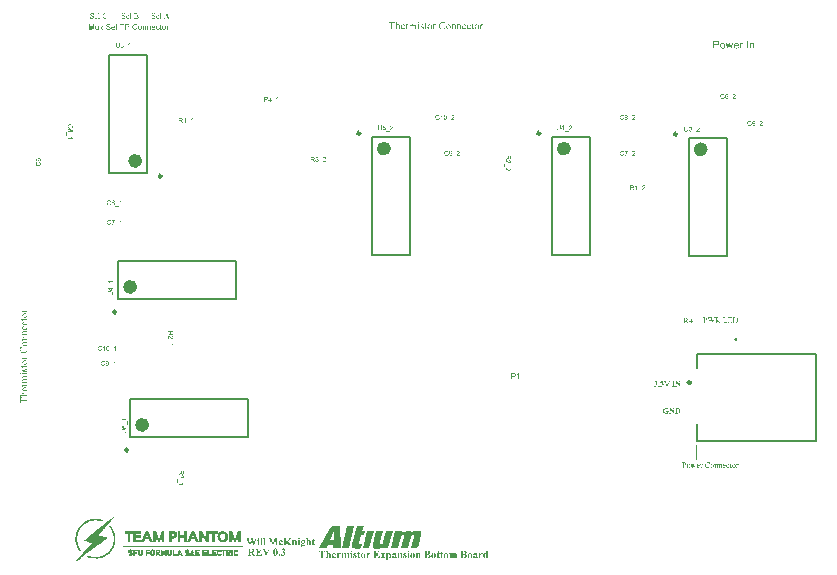
<source format=gto>
G04*
G04 #@! TF.GenerationSoftware,Altium Limited,Altium Designer,19.1.7 (138)*
G04*
G04 Layer_Color=65535*
%FSLAX25Y25*%
%MOIN*%
G70*
G01*
G75*
%ADD10C,0.01000*%
%ADD11C,0.00984*%
%ADD12C,0.02362*%
%ADD13C,0.00787*%
%ADD14C,0.00492*%
G36*
X258384Y81741D02*
X258332D01*
Y81744D01*
Y81747D01*
X258326Y81763D01*
X258320Y81788D01*
X258312Y81819D01*
X258304Y81852D01*
X258293Y81883D01*
X258279Y81913D01*
X258268Y81935D01*
X258265Y81938D01*
X258262Y81944D01*
X258254Y81955D01*
X258243Y81966D01*
X258229Y81977D01*
X258212Y81991D01*
X258190Y82004D01*
X258168Y82016D01*
X258165D01*
X258157Y82018D01*
X258143Y82024D01*
X258127Y82027D01*
X258099Y82032D01*
X258068Y82035D01*
X258030Y82038D01*
X257492D01*
Y81331D01*
X257913D01*
X257938Y81334D01*
X257972Y81337D01*
X258005Y81343D01*
X258038Y81351D01*
X258068Y81362D01*
X258091Y81376D01*
X258093Y81379D01*
X258102Y81387D01*
X258113Y81403D01*
X258127Y81426D01*
X258140Y81456D01*
X258152Y81492D01*
X258163Y81539D01*
X258168Y81592D01*
X258218D01*
Y80968D01*
X258168D01*
Y80971D01*
Y80974D01*
X258165Y80991D01*
X258160Y81013D01*
X258157Y81038D01*
X258152Y81065D01*
X258143Y81093D01*
X258138Y81118D01*
X258129Y81135D01*
Y81138D01*
X258124Y81143D01*
X258113Y81160D01*
X258102Y81171D01*
X258088Y81185D01*
X258071Y81196D01*
X258052Y81207D01*
X258049D01*
X258041Y81212D01*
X258030Y81215D01*
X258013Y81221D01*
X257988Y81226D01*
X257960Y81229D01*
X257927Y81234D01*
X257492D01*
Y80642D01*
Y80636D01*
Y80622D01*
Y80603D01*
Y80578D01*
X257495Y80553D01*
Y80531D01*
X257498Y80509D01*
X257501Y80495D01*
X257503Y80492D01*
X257509Y80481D01*
X257520Y80467D01*
X257537Y80456D01*
X257539D01*
X257542Y80453D01*
X257550Y80450D01*
X257559D01*
X257573Y80448D01*
X257592Y80445D01*
X257614Y80442D01*
X257996D01*
X258030Y80445D01*
X258066Y80448D01*
X258102Y80450D01*
X258135Y80456D01*
X258165Y80462D01*
X258168D01*
X258176Y80467D01*
X258190Y80473D01*
X258207Y80481D01*
X258229Y80492D01*
X258251Y80506D01*
X258273Y80523D01*
X258298Y80545D01*
X258301Y80547D01*
X258312Y80561D01*
X258329Y80581D01*
X258351Y80608D01*
X258376Y80642D01*
X258404Y80686D01*
X258434Y80736D01*
X258467Y80794D01*
X258520D01*
X258365Y80345D01*
X256985D01*
Y80395D01*
X257057D01*
X257068Y80398D01*
X257085D01*
X257124Y80406D01*
X257165Y80423D01*
X257168D01*
X257174Y80428D01*
X257190Y80439D01*
X257210Y80459D01*
X257218Y80473D01*
X257224Y80487D01*
Y80489D01*
X257226Y80495D01*
X257229Y80506D01*
X257232Y80525D01*
X257235Y80547D01*
X257237Y80578D01*
X257240Y80617D01*
Y80661D01*
Y81824D01*
Y81827D01*
Y81833D01*
Y81841D01*
Y81852D01*
X257237Y81880D01*
X257235Y81913D01*
X257232Y81949D01*
X257226Y81982D01*
X257215Y82013D01*
X257210Y82024D01*
X257204Y82032D01*
X257201Y82035D01*
X257196Y82041D01*
X257185Y82049D01*
X257168Y82060D01*
X257146Y82068D01*
X257118Y82077D01*
X257085Y82082D01*
X257046Y82085D01*
X256985D01*
Y82135D01*
X258365D01*
X258384Y81741D01*
D02*
G37*
G36*
X249515Y82132D02*
X249537D01*
X249589Y82129D01*
X249650Y82124D01*
X249714Y82112D01*
X249775Y82101D01*
X249830Y82085D01*
X249833D01*
X249836Y82082D01*
X249853Y82077D01*
X249880Y82063D01*
X249911Y82046D01*
X249950Y82021D01*
X249988Y81993D01*
X250027Y81957D01*
X250063Y81916D01*
X250069Y81910D01*
X250080Y81897D01*
X250094Y81871D01*
X250113Y81838D01*
X250130Y81797D01*
X250146Y81750D01*
X250157Y81697D01*
X250160Y81639D01*
Y81636D01*
Y81630D01*
Y81617D01*
X250157Y81603D01*
X250154Y81583D01*
X250152Y81561D01*
X250141Y81511D01*
X250124Y81456D01*
X250099Y81395D01*
X250082Y81367D01*
X250063Y81337D01*
X250038Y81309D01*
X250013Y81282D01*
X250010Y81279D01*
X250008Y81276D01*
X249999Y81270D01*
X249986Y81259D01*
X249972Y81251D01*
X249955Y81240D01*
X249933Y81226D01*
X249908Y81215D01*
X249880Y81201D01*
X249850Y81190D01*
X249817Y81176D01*
X249781Y81168D01*
X249742Y81160D01*
X249700Y81151D01*
X249653Y81149D01*
X249606Y81146D01*
X249565D01*
X249542Y81149D01*
X249520D01*
X249465Y81154D01*
X249462D01*
X249451Y81157D01*
X249437D01*
X249418Y81160D01*
X249393Y81165D01*
X249368Y81171D01*
X249307Y81182D01*
Y80661D01*
Y80658D01*
Y80653D01*
Y80644D01*
Y80633D01*
X249310Y80606D01*
X249312Y80572D01*
X249315Y80536D01*
X249324Y80500D01*
X249332Y80473D01*
X249337Y80459D01*
X249343Y80450D01*
X249346Y80448D01*
X249351Y80442D01*
X249365Y80434D01*
X249382Y80423D01*
X249401Y80412D01*
X249426Y80403D01*
X249457Y80398D01*
X249493Y80395D01*
X249562D01*
Y80345D01*
X248800D01*
Y80395D01*
X248886D01*
X248905Y80398D01*
X248927Y80403D01*
X248955Y80412D01*
X248980Y80426D01*
X249005Y80442D01*
X249027Y80467D01*
Y80470D01*
X249033Y80475D01*
X249035Y80489D01*
X249041Y80506D01*
X249046Y80534D01*
X249049Y80567D01*
X249055Y80608D01*
Y80661D01*
Y81819D01*
Y81822D01*
Y81827D01*
Y81836D01*
Y81847D01*
X249052Y81874D01*
X249049Y81907D01*
X249046Y81944D01*
X249041Y81977D01*
X249030Y82007D01*
X249024Y82018D01*
X249019Y82027D01*
X249016Y82029D01*
X249010Y82035D01*
X248997Y82046D01*
X248980Y82057D01*
X248958Y82065D01*
X248933Y82077D01*
X248903Y82082D01*
X248867Y82085D01*
X248800D01*
Y82135D01*
X249493D01*
X249515Y82132D01*
D02*
G37*
G36*
X252778Y82085D02*
X252753D01*
X252739Y82082D01*
X252700Y82074D01*
X252664Y82057D01*
X252661D01*
X252656Y82052D01*
X252647Y82046D01*
X252639Y82038D01*
X252625Y82024D01*
X252611Y82007D01*
X252598Y81988D01*
X252581Y81966D01*
Y81963D01*
X252575Y81955D01*
X252570Y81941D01*
X252562Y81921D01*
X252551Y81891D01*
X252537Y81852D01*
X252520Y81805D01*
X252512Y81775D01*
X252501Y81744D01*
X252002Y80304D01*
X251950D01*
X251542Y81448D01*
X251138Y80304D01*
X251091D01*
X250559Y81788D01*
Y81791D01*
X250556Y81797D01*
X250553Y81805D01*
X250551Y81816D01*
X250540Y81844D01*
X250529Y81874D01*
X250515Y81910D01*
X250503Y81941D01*
X250493Y81968D01*
X250487Y81977D01*
X250484Y81985D01*
Y81988D01*
X250479Y81993D01*
X250473Y82002D01*
X250465Y82013D01*
X250443Y82038D01*
X250412Y82060D01*
X250409D01*
X250404Y82063D01*
X250393Y82068D01*
X250379Y82074D01*
X250362Y82077D01*
X250340Y82082D01*
X250315Y82085D01*
X250288D01*
Y82135D01*
X250950D01*
Y82085D01*
X250905D01*
X250891Y82082D01*
X250877D01*
X250841Y82071D01*
X250825Y82063D01*
X250811Y82052D01*
X250808D01*
X250805Y82046D01*
X250794Y82029D01*
X250781Y82007D01*
X250778Y81991D01*
X250775Y81974D01*
Y81971D01*
Y81966D01*
X250778Y81952D01*
X250783Y81932D01*
X250789Y81902D01*
X250800Y81866D01*
X250814Y81822D01*
X250822Y81794D01*
X250833Y81763D01*
X251185Y80761D01*
X251484Y81614D01*
X251429Y81763D01*
X251387Y81883D01*
Y81885D01*
X251382Y81894D01*
X251376Y81907D01*
X251371Y81921D01*
X251351Y81960D01*
X251326Y81999D01*
X251324Y82004D01*
X251312Y82013D01*
X251298Y82027D01*
X251282Y82041D01*
X251279D01*
X251276Y82046D01*
X251262Y82054D01*
X251240Y82065D01*
X251218Y82077D01*
X251213Y82079D01*
X251199Y82082D01*
X251174Y82085D01*
X251138D01*
Y82135D01*
X251833D01*
Y82085D01*
X251775D01*
X251761Y82082D01*
X251745D01*
X251709Y82071D01*
X251689Y82063D01*
X251675Y82052D01*
X251670Y82046D01*
X251659Y82029D01*
X251648Y82002D01*
X251645Y81985D01*
X251642Y81966D01*
Y81963D01*
Y81952D01*
X251645Y81935D01*
X251650Y81910D01*
X251656Y81880D01*
X251667Y81838D01*
X251684Y81788D01*
X251703Y81730D01*
X252046Y80758D01*
X252384Y81744D01*
Y81747D01*
X252387Y81752D01*
X252390Y81761D01*
X252393Y81772D01*
X252404Y81800D01*
X252415Y81833D01*
X252423Y81871D01*
X252434Y81910D01*
X252440Y81944D01*
X252443Y81971D01*
Y81974D01*
Y81977D01*
X252440Y81991D01*
X252434Y82007D01*
X252423Y82027D01*
X252420Y82032D01*
X252412Y82043D01*
X252396Y82054D01*
X252376Y82065D01*
X252373D01*
X252368Y82068D01*
X252357Y82071D01*
X252340Y82077D01*
X252323Y82079D01*
X252301Y82082D01*
X252274Y82085D01*
X252246D01*
Y82135D01*
X252778D01*
Y82085D01*
D02*
G37*
G36*
X259456Y82132D02*
X259495Y82129D01*
X259537Y82126D01*
X259581Y82124D01*
X259681Y82112D01*
X259780Y82096D01*
X259877Y82074D01*
X259922Y82060D01*
X259963Y82043D01*
X259966D01*
X259971Y82038D01*
X259982Y82032D01*
X259999Y82027D01*
X260016Y82016D01*
X260038Y82004D01*
X260085Y81971D01*
X260138Y81930D01*
X260196Y81877D01*
X260251Y81813D01*
X260276Y81777D01*
X260301Y81739D01*
X260304Y81736D01*
X260307Y81730D01*
X260312Y81716D01*
X260320Y81700D01*
X260332Y81680D01*
X260343Y81656D01*
X260354Y81628D01*
X260365Y81597D01*
X260376Y81564D01*
X260387Y81525D01*
X260398Y81484D01*
X260409Y81442D01*
X260423Y81348D01*
X260429Y81298D01*
Y81248D01*
Y81243D01*
Y81232D01*
X260426Y81212D01*
Y81187D01*
X260423Y81154D01*
X260417Y81118D01*
X260409Y81077D01*
X260401Y81029D01*
X260387Y80982D01*
X260373Y80932D01*
X260354Y80880D01*
X260332Y80827D01*
X260307Y80775D01*
X260276Y80725D01*
X260240Y80672D01*
X260201Y80625D01*
X260198Y80622D01*
X260190Y80614D01*
X260174Y80600D01*
X260154Y80581D01*
X260126Y80561D01*
X260093Y80536D01*
X260054Y80511D01*
X260010Y80487D01*
X259958Y80459D01*
X259899Y80434D01*
X259836Y80409D01*
X259766Y80390D01*
X259692Y80370D01*
X259609Y80356D01*
X259520Y80348D01*
X259426Y80345D01*
X258631D01*
Y80395D01*
X258717D01*
X258736Y80398D01*
X258758Y80403D01*
X258786Y80412D01*
X258811Y80426D01*
X258836Y80442D01*
X258855Y80467D01*
X258858Y80470D01*
X258861Y80475D01*
X258866Y80489D01*
X258872Y80506D01*
X258877Y80534D01*
X258880Y80567D01*
X258886Y80608D01*
Y80661D01*
Y81819D01*
Y81822D01*
Y81827D01*
Y81836D01*
Y81847D01*
X258883Y81874D01*
X258880Y81907D01*
X258877Y81944D01*
X258869Y81977D01*
X258861Y82007D01*
X258852Y82018D01*
X258847Y82027D01*
X258844Y82029D01*
X258839Y82035D01*
X258825Y82046D01*
X258811Y82057D01*
X258789Y82065D01*
X258764Y82077D01*
X258733Y82082D01*
X258697Y82085D01*
X258631D01*
Y82135D01*
X259423D01*
X259456Y82132D01*
D02*
G37*
G36*
X256140Y82085D02*
X256091D01*
X256060Y82082D01*
X255994Y82074D01*
X255963Y82065D01*
X255938Y82057D01*
X255936D01*
X255930Y82052D01*
X255919Y82046D01*
X255908Y82038D01*
X255883Y82016D01*
X255872Y82002D01*
X255861Y81988D01*
Y81985D01*
X255858Y81980D01*
X255855Y81966D01*
X255852Y81949D01*
X255847Y81921D01*
X255844Y81888D01*
X255841Y81844D01*
Y81791D01*
Y80664D01*
Y80658D01*
Y80647D01*
Y80628D01*
X255844Y80603D01*
X255850Y80553D01*
X255855Y80531D01*
X255861Y80511D01*
X255863Y80506D01*
X255875Y80495D01*
X255888Y80481D01*
X255911Y80470D01*
X255913D01*
X255919Y80467D01*
X255930D01*
X255949Y80464D01*
X255974Y80462D01*
X256010D01*
X256032Y80459D01*
X256296D01*
X256315Y80462D01*
X256359D01*
X256406Y80464D01*
X256453Y80470D01*
X256498Y80478D01*
X256517Y80481D01*
X256534Y80487D01*
X256537Y80489D01*
X256548Y80492D01*
X256564Y80500D01*
X256584Y80511D01*
X256609Y80525D01*
X256634Y80545D01*
X256659Y80567D01*
X256686Y80595D01*
X256689Y80597D01*
X256697Y80608D01*
X256711Y80628D01*
X256731Y80655D01*
X256750Y80689D01*
X256775Y80730D01*
X256800Y80783D01*
X256825Y80841D01*
X256869Y80830D01*
X256717Y80345D01*
X255334D01*
Y80395D01*
X255420D01*
X255440Y80398D01*
X255462Y80403D01*
X255490Y80412D01*
X255515Y80426D01*
X255539Y80442D01*
X255562Y80467D01*
Y80470D01*
X255567Y80475D01*
X255570Y80489D01*
X255575Y80506D01*
X255581Y80534D01*
X255584Y80567D01*
X255589Y80608D01*
Y80661D01*
Y81819D01*
Y81822D01*
Y81827D01*
Y81836D01*
Y81847D01*
X255587Y81874D01*
X255584Y81907D01*
X255581Y81944D01*
X255573Y81977D01*
X255564Y82007D01*
X255556Y82018D01*
X255551Y82027D01*
X255548Y82029D01*
X255542Y82035D01*
X255528Y82046D01*
X255515Y82057D01*
X255492Y82065D01*
X255467Y82077D01*
X255437Y82082D01*
X255401Y82085D01*
X255334D01*
Y82135D01*
X256140D01*
Y82085D01*
D02*
G37*
G36*
X253598Y82132D02*
X253628D01*
X253659Y82129D01*
X253728Y82124D01*
X253797Y82115D01*
X253861Y82104D01*
X253891Y82099D01*
X253919Y82090D01*
X253922D01*
X253924Y82088D01*
X253941Y82082D01*
X253966Y82071D01*
X253999Y82057D01*
X254035Y82035D01*
X254074Y82010D01*
X254113Y81977D01*
X254149Y81938D01*
X254152Y81932D01*
X254163Y81919D01*
X254179Y81894D01*
X254196Y81863D01*
X254213Y81824D01*
X254229Y81780D01*
X254240Y81727D01*
X254243Y81672D01*
Y81669D01*
Y81664D01*
Y81656D01*
X254240Y81644D01*
X254238Y81614D01*
X254229Y81575D01*
X254218Y81531D01*
X254199Y81484D01*
X254171Y81434D01*
X254135Y81387D01*
X254130Y81381D01*
X254116Y81367D01*
X254088Y81345D01*
X254052Y81320D01*
X254008Y81293D01*
X253949Y81262D01*
X253880Y81237D01*
X253803Y81215D01*
X254174Y80703D01*
X254177Y80700D01*
X254179Y80694D01*
X254185Y80686D01*
X254196Y80675D01*
X254218Y80644D01*
X254249Y80606D01*
X254282Y80567D01*
X254318Y80528D01*
X254354Y80495D01*
X254373Y80478D01*
X254390Y80467D01*
X254395Y80464D01*
X254406Y80459D01*
X254426Y80448D01*
X254454Y80437D01*
X254490Y80423D01*
X254528Y80412D01*
X254575Y80403D01*
X254628Y80395D01*
Y80345D01*
X254149D01*
X253542Y81182D01*
X253503D01*
X253467Y81179D01*
X253373D01*
X253359Y81182D01*
Y80661D01*
Y80658D01*
Y80653D01*
Y80644D01*
Y80633D01*
X253362Y80606D01*
X253365Y80572D01*
X253368Y80536D01*
X253376Y80500D01*
X253384Y80473D01*
X253390Y80459D01*
X253395Y80450D01*
X253398Y80448D01*
X253404Y80442D01*
X253418Y80434D01*
X253434Y80423D01*
X253454Y80412D01*
X253479Y80403D01*
X253509Y80398D01*
X253545Y80395D01*
X253614D01*
Y80345D01*
X252853D01*
Y80395D01*
X252938D01*
X252958Y80398D01*
X252980Y80403D01*
X253008Y80412D01*
X253033Y80426D01*
X253058Y80442D01*
X253080Y80467D01*
Y80470D01*
X253085Y80475D01*
X253088Y80489D01*
X253094Y80506D01*
X253099Y80534D01*
X253102Y80567D01*
X253107Y80608D01*
Y80661D01*
Y81819D01*
Y81822D01*
Y81827D01*
Y81836D01*
Y81847D01*
X253105Y81874D01*
X253102Y81907D01*
X253099Y81944D01*
X253091Y81977D01*
X253082Y82007D01*
X253074Y82018D01*
X253069Y82027D01*
X253066Y82029D01*
X253060Y82035D01*
X253046Y82046D01*
X253033Y82057D01*
X253010Y82065D01*
X252986Y82077D01*
X252955Y82082D01*
X252919Y82085D01*
X252853D01*
Y82135D01*
X253570D01*
X253598Y82132D01*
D02*
G37*
G36*
X46648Y15056D02*
X46745D01*
X46870Y15042D01*
X47009Y15014D01*
X47148Y15001D01*
X47495Y14945D01*
X47883Y14848D01*
X48286Y14737D01*
X48716Y14584D01*
X48550Y14085D01*
X48536D01*
X48494Y14098D01*
X48439Y14126D01*
X48355Y14140D01*
X48258Y14182D01*
X48147Y14209D01*
X48008Y14251D01*
X47870Y14279D01*
X47550Y14362D01*
X47190Y14432D01*
X46815Y14473D01*
X46426Y14501D01*
X46065D01*
X45940Y14487D01*
X45801Y14473D01*
X45510Y14446D01*
X45177Y14404D01*
X44830Y14334D01*
X44469Y14237D01*
X44455D01*
X44427Y14223D01*
X44372Y14209D01*
X44302Y14182D01*
X44219Y14154D01*
X44122Y14126D01*
X43900Y14029D01*
X43622Y13904D01*
X43331Y13765D01*
X43012Y13585D01*
X42706Y13391D01*
X42692D01*
X42665Y13363D01*
X42623Y13335D01*
X42568Y13293D01*
X42498Y13238D01*
X42401Y13169D01*
X42207Y12988D01*
X41971Y12780D01*
X41707Y12530D01*
X41429Y12239D01*
X41166Y11905D01*
Y11891D01*
X41138Y11864D01*
X41124Y11822D01*
X41082Y11767D01*
X41041Y11697D01*
X40985Y11600D01*
X40874Y11392D01*
X40749Y11114D01*
X40610Y10823D01*
X40486Y10476D01*
X40361Y10115D01*
Y10101D01*
X40347Y10073D01*
X40333Y10018D01*
X40319Y9948D01*
X40305Y9865D01*
X40277Y9768D01*
X40249Y9657D01*
X40236Y9532D01*
X40194Y9240D01*
X40152Y8921D01*
X40125Y8560D01*
Y8200D01*
Y8186D01*
Y8158D01*
Y8102D01*
X40139Y8033D01*
X40152Y7936D01*
Y7839D01*
X40166Y7714D01*
X40194Y7575D01*
X40236Y7256D01*
X40319Y6895D01*
X40402Y6492D01*
X40527Y6076D01*
Y6062D01*
X40541Y6048D01*
X40569Y6006D01*
X40597Y5951D01*
X40624Y5881D01*
X40680Y5798D01*
X40791Y5590D01*
X40930Y5340D01*
X41110Y5063D01*
X41318Y4757D01*
X41568Y4424D01*
X41304Y4188D01*
X41027Y4244D01*
X41013Y4258D01*
X40999Y4285D01*
X40957Y4327D01*
X40916Y4383D01*
X40860Y4466D01*
X40791Y4549D01*
X40708Y4660D01*
X40638Y4785D01*
X40458Y5063D01*
X40277Y5382D01*
X40111Y5743D01*
X39958Y6145D01*
Y6159D01*
X39944Y6187D01*
X39916Y6242D01*
X39902Y6312D01*
X39861Y6395D01*
X39833Y6506D01*
X39792Y6617D01*
X39764Y6756D01*
X39680Y7061D01*
X39611Y7408D01*
X39555Y7783D01*
X39528Y8186D01*
Y8200D01*
Y8241D01*
Y8297D01*
Y8380D01*
Y8477D01*
X39542Y8588D01*
Y8727D01*
X39555Y8866D01*
X39597Y9199D01*
X39639Y9574D01*
X39722Y9976D01*
X39833Y10379D01*
Y10392D01*
X39847Y10420D01*
X39861Y10476D01*
X39889Y10545D01*
X39916Y10628D01*
X39958Y10740D01*
X40055Y10976D01*
X40180Y11253D01*
X40347Y11545D01*
X40527Y11850D01*
X40749Y12155D01*
X40763Y12169D01*
X40777Y12197D01*
X40819Y12252D01*
X40874Y12336D01*
X40944Y12419D01*
X41027Y12530D01*
X41221Y12780D01*
X41457Y13044D01*
X41735Y13335D01*
X42040Y13626D01*
X42373Y13890D01*
X42387Y13904D01*
X42415Y13918D01*
X42456Y13946D01*
X42526Y13987D01*
X42609Y14043D01*
X42706Y14098D01*
X42817Y14168D01*
X42942Y14237D01*
X43234Y14376D01*
X43553Y14529D01*
X43914Y14681D01*
X44289Y14806D01*
X44302D01*
X44330Y14820D01*
X44386Y14834D01*
X44469Y14862D01*
X44566Y14876D01*
X44677Y14904D01*
X44802Y14931D01*
X44955Y14959D01*
X45274Y15014D01*
X45635Y15056D01*
X46038Y15070D01*
X46565D01*
X46648Y15056D01*
D02*
G37*
G36*
X76740Y7256D02*
X75824D01*
Y8671D01*
X74478D01*
Y7256D01*
X73867D01*
X73562Y7408D01*
Y10878D01*
X74478D01*
Y9490D01*
X75824D01*
Y10878D01*
X76740D01*
Y7256D01*
D02*
G37*
G36*
X84069D02*
X83194D01*
X81681Y9726D01*
Y7256D01*
X80779D01*
Y10878D01*
X81626D01*
X83153Y8463D01*
Y10878D01*
X84069D01*
Y7256D01*
D02*
G37*
G36*
X72479Y10864D02*
X72604Y10837D01*
X72743Y10809D01*
X72895Y10753D01*
X73034Y10684D01*
X73159Y10587D01*
X73173Y10573D01*
X73201Y10531D01*
X73256Y10476D01*
X73312Y10379D01*
X73367Y10268D01*
X73423Y10129D01*
X73450Y9962D01*
X73464Y9782D01*
Y9754D01*
Y9685D01*
X73450Y9588D01*
X73409Y9449D01*
X73367Y9310D01*
X73298Y9157D01*
X73201Y9004D01*
X73062Y8866D01*
X73048Y8852D01*
X72992Y8810D01*
X72895Y8755D01*
X72756Y8671D01*
X72576Y8602D01*
X72354Y8519D01*
X72090Y8449D01*
X71771Y8394D01*
X71660Y9227D01*
X71688D01*
X71743Y9240D01*
X71826Y9254D01*
X71938Y9282D01*
X72146Y9352D01*
X72257Y9393D01*
X72326Y9435D01*
X72340D01*
X72354Y9463D01*
X72423Y9532D01*
X72479Y9629D01*
X72493Y9698D01*
X72507Y9768D01*
Y9782D01*
Y9796D01*
X72493Y9851D01*
X72479Y9921D01*
X72437Y9976D01*
X72423Y9990D01*
X72396Y10004D01*
X72326Y10018D01*
X72243Y10032D01*
X71563D01*
Y7256D01*
X70952D01*
X70647Y7408D01*
Y10878D01*
X72382D01*
X72479Y10864D01*
D02*
G37*
G36*
X94576Y7256D02*
X93715D01*
Y9560D01*
X93049Y7256D01*
X92327D01*
X91647Y9560D01*
Y7256D01*
X90787D01*
Y10878D01*
X91661D01*
X92702Y8366D01*
X93701Y10878D01*
X94576D01*
Y7256D01*
D02*
G37*
G36*
X69189D02*
X68315D01*
Y9560D01*
X67663Y7256D01*
X66927D01*
X66261Y9560D01*
Y7256D01*
X65692D01*
X65386Y7408D01*
Y10878D01*
X66288D01*
X67302Y8366D01*
X68329Y10878D01*
X69189D01*
Y7256D01*
D02*
G37*
G36*
X65289D02*
X64359D01*
X63984Y8158D01*
X62832D01*
X63082Y8977D01*
X63707D01*
X63346Y9948D01*
X62347Y7256D01*
X61472D01*
Y7290D01*
X61458Y7256D01*
X58863D01*
Y10878D01*
X61444D01*
Y10740D01*
Y10046D01*
X59779D01*
Y9490D01*
X61375D01*
Y8658D01*
X59765D01*
Y8074D01*
X61472D01*
Y7290D01*
X62929Y10878D01*
X63790D01*
X65289Y7256D01*
D02*
G37*
G36*
X86942Y10740D02*
Y10046D01*
X85984D01*
Y7256D01*
X85068D01*
Y10046D01*
X84110D01*
Y10878D01*
X86942D01*
Y10740D01*
D02*
G37*
G36*
X80682Y7256D02*
X79766D01*
X79377Y8158D01*
X78225D01*
X78475Y8977D01*
X79114D01*
X78739Y9948D01*
X77767Y7367D01*
X77698Y7325D01*
X76837Y7256D01*
X78308Y10878D01*
X79183D01*
X80682Y7256D01*
D02*
G37*
G36*
X58821Y10740D02*
Y10046D01*
X57849D01*
Y7256D01*
X56933D01*
Y10046D01*
X55976D01*
Y10878D01*
X58821D01*
Y10740D01*
D02*
G37*
G36*
X88843Y10892D02*
X88996Y10878D01*
X89204Y10851D01*
X89412Y10781D01*
X89635Y10698D01*
X89857Y10587D01*
X90037Y10420D01*
X90051Y10392D01*
X90106Y10337D01*
X90176Y10226D01*
X90273Y10073D01*
X90356Y9879D01*
X90426Y9643D01*
X90481Y9379D01*
X90495Y9060D01*
Y9046D01*
Y9018D01*
Y8977D01*
Y8907D01*
X90467Y8755D01*
X90440Y8546D01*
X90384Y8324D01*
X90301Y8102D01*
X90190Y7880D01*
X90037Y7686D01*
X90023Y7672D01*
X89954Y7616D01*
X89843Y7547D01*
X89704Y7464D01*
X89510Y7367D01*
X89288Y7297D01*
X89010Y7242D01*
X88691Y7228D01*
X88607D01*
X88552Y7242D01*
X88399Y7256D01*
X88205Y7283D01*
X87997Y7339D01*
X87775Y7422D01*
X87566Y7533D01*
X87372Y7686D01*
X87358Y7714D01*
X87303Y7769D01*
X87233Y7880D01*
X87150Y8033D01*
X87081Y8227D01*
X87025Y8463D01*
X86997Y8727D01*
X87011Y9046D01*
X86859Y9060D01*
Y9074D01*
Y9102D01*
Y9143D01*
X86872Y9213D01*
X86886Y9365D01*
X86914Y9560D01*
X86970Y9782D01*
X87053Y10004D01*
X87164Y10226D01*
X87317Y10420D01*
X87344Y10448D01*
X87400Y10503D01*
X87511Y10573D01*
X87664Y10670D01*
X87858Y10753D01*
X88094Y10837D01*
X88371Y10892D01*
X88691Y10906D01*
X88774D01*
X88843Y10892D01*
D02*
G37*
G36*
X95298Y5548D02*
X55226D01*
Y5979D01*
X55448Y6048D01*
X95298Y6117D01*
Y5548D01*
D02*
G37*
G36*
X77031Y4785D02*
X77156Y4757D01*
X77170D01*
X77184Y4743D01*
X77267Y4702D01*
X77392Y4632D01*
X77545Y4521D01*
X77281Y4091D01*
X77267D01*
X77254Y4105D01*
X77170Y4133D01*
X77059Y4174D01*
X76962Y4202D01*
X76948Y4216D01*
X76893Y4230D01*
X76823Y4244D01*
X76740D01*
X76698Y4230D01*
X76684D01*
X76629Y4202D01*
X76615Y4174D01*
Y4160D01*
Y4133D01*
Y4119D01*
Y4091D01*
X76629Y4077D01*
X76643Y4049D01*
X76671Y4036D01*
X76726D01*
X76768Y4022D01*
X76782Y4008D01*
X76837Y3994D01*
X76962D01*
X77045Y3980D01*
X77143Y3952D01*
X77240Y3911D01*
X77267Y3897D01*
X77309Y3869D01*
X77378Y3827D01*
X77448Y3758D01*
X77462Y3744D01*
X77490Y3689D01*
X77531Y3619D01*
X77559Y3536D01*
X77573Y3522D01*
X77587Y3466D01*
X77601Y3397D01*
Y3314D01*
Y3300D01*
Y3258D01*
X77587Y3189D01*
X77573Y3119D01*
X77545Y3036D01*
X77517Y2939D01*
X77462Y2856D01*
X77392Y2786D01*
X77378D01*
X77351Y2758D01*
X77309Y2731D01*
X77240Y2703D01*
X77156Y2675D01*
X77059Y2647D01*
X76934Y2634D01*
X76796Y2620D01*
X76712D01*
X76643Y2634D01*
X76504Y2647D01*
X76337Y2689D01*
X76324D01*
X76310Y2703D01*
X76268Y2731D01*
X76213Y2758D01*
X76157Y2800D01*
X76074Y2856D01*
X76004Y2925D01*
X75921Y3008D01*
X76254Y3397D01*
X76268D01*
X76282Y3369D01*
X76365Y3328D01*
X76476Y3258D01*
X76560Y3216D01*
X76573D01*
X76643Y3203D01*
X76698D01*
X76768Y3189D01*
X76948D01*
X76907Y3161D01*
X76879Y3133D01*
X76865Y3119D01*
X76948Y3189D01*
X76976Y3216D01*
X76990D01*
X77004Y3244D01*
X77018Y3272D01*
Y3314D01*
Y3328D01*
Y3342D01*
X76990Y3369D01*
X76976Y3383D01*
X76948Y3411D01*
X76907Y3425D01*
X76754D01*
X76726Y3439D01*
X76643Y3452D01*
X76615D01*
X76560Y3466D01*
X76476Y3494D01*
X76379Y3522D01*
X76365Y3536D01*
X76310Y3563D01*
X76254Y3619D01*
X76199Y3675D01*
X76185Y3689D01*
X76143Y3744D01*
X76102Y3799D01*
X76060Y3883D01*
Y3911D01*
X76046Y3966D01*
X76032Y4036D01*
X76018Y4133D01*
Y4146D01*
Y4160D01*
Y4230D01*
X76032Y4313D01*
X76060Y4410D01*
X76074Y4438D01*
X76102Y4480D01*
X76157Y4563D01*
X76240Y4632D01*
X76254Y4646D01*
X76310Y4688D01*
X76379Y4730D01*
X76476Y4771D01*
X76504Y4785D01*
X76573Y4799D01*
X76671Y4813D01*
X76920D01*
X77031Y4785D01*
D02*
G37*
G36*
X58113D02*
X58238Y4757D01*
X58252D01*
X58266Y4743D01*
X58349Y4702D01*
X58474Y4632D01*
X58627Y4521D01*
X58363Y4091D01*
X58349D01*
X58335Y4105D01*
X58252Y4133D01*
X58141Y4174D01*
X58044Y4202D01*
X58030Y4216D01*
X57974Y4230D01*
X57905Y4244D01*
X57808D01*
X57780Y4230D01*
X57766D01*
X57711Y4202D01*
X57697Y4174D01*
Y4160D01*
X57683Y4133D01*
Y4119D01*
Y4105D01*
X57697Y4091D01*
X57724Y4049D01*
X57752Y4036D01*
X57808D01*
X57849Y4022D01*
X57863Y4008D01*
X57905Y3994D01*
X58044D01*
X58127Y3980D01*
X58224Y3952D01*
X58321Y3911D01*
X58349Y3897D01*
X58391Y3869D01*
X58460Y3827D01*
X58530Y3758D01*
X58543Y3744D01*
X58571Y3689D01*
X58613Y3619D01*
X58640Y3536D01*
X58654Y3522D01*
X58668Y3466D01*
X58682Y3411D01*
Y3342D01*
Y3328D01*
Y3286D01*
X58668Y3216D01*
X58654Y3133D01*
X58627Y3036D01*
X58585Y2953D01*
X58530Y2856D01*
X58460Y2786D01*
X58446D01*
X58418Y2758D01*
X58377Y2731D01*
X58307Y2703D01*
X58224Y2675D01*
X58127Y2647D01*
X58016Y2634D01*
X57877Y2620D01*
X57794D01*
X57724Y2634D01*
X57586Y2647D01*
X57419Y2689D01*
X57405D01*
X57391Y2703D01*
X57350Y2731D01*
X57294Y2758D01*
X57225Y2800D01*
X57155Y2856D01*
X57072Y2925D01*
X56989Y3008D01*
X57336Y3397D01*
X57350D01*
X57364Y3369D01*
X57447Y3328D01*
X57544Y3258D01*
X57627Y3216D01*
X57655D01*
X57724Y3203D01*
X57780D01*
X57849Y3189D01*
X58030D01*
X57988Y3161D01*
X57960Y3133D01*
X57946Y3119D01*
X58030Y3189D01*
X58058Y3216D01*
X58071D01*
X58085Y3244D01*
X58099Y3272D01*
Y3314D01*
Y3328D01*
X58071Y3369D01*
X58044Y3383D01*
X58016Y3411D01*
X57974Y3425D01*
X57849D01*
X57822Y3439D01*
X57724Y3452D01*
X57697D01*
X57641Y3466D01*
X57558Y3494D01*
X57461Y3522D01*
X57447Y3536D01*
X57391Y3563D01*
X57336Y3605D01*
X57266Y3661D01*
X57253Y3689D01*
X57225Y3730D01*
X57169Y3813D01*
X57128Y3883D01*
Y3897D01*
X57114Y3952D01*
X57100Y4036D01*
X57086Y4133D01*
Y4146D01*
Y4160D01*
X57100Y4230D01*
X57114Y4313D01*
X57142Y4410D01*
X57155Y4438D01*
X57183Y4480D01*
X57225Y4549D01*
X57294Y4618D01*
X57308Y4632D01*
X57364Y4674D01*
X57447Y4730D01*
X57544Y4771D01*
X57558D01*
X57572Y4785D01*
X57641Y4799D01*
X57738Y4813D01*
X57988D01*
X58113Y4785D01*
D02*
G37*
G36*
X93285D02*
X93396Y4757D01*
X93424Y4743D01*
X93479Y4730D01*
X93563Y4674D01*
X93646Y4605D01*
X93660Y4591D01*
X93701Y4549D01*
X93757Y4493D01*
X93812Y4410D01*
X93826Y4383D01*
X93840Y4355D01*
X93854Y4313D01*
X93868Y4244D01*
X93882Y4174D01*
X93896Y4077D01*
X93910Y3966D01*
X93327D01*
Y3980D01*
Y3994D01*
X93299Y4049D01*
X93285Y4105D01*
X93271Y4146D01*
X93257Y4160D01*
X93230Y4202D01*
X93216Y4216D01*
X93146Y4230D01*
X93132D01*
X93118Y4244D01*
X93063D01*
X93021Y4230D01*
X92993D01*
X92980Y4216D01*
X92952Y4188D01*
X92938Y4174D01*
X92910Y4146D01*
X92896Y4133D01*
X92883Y4119D01*
Y4105D01*
Y4077D01*
Y4063D01*
X92869Y4036D01*
X92855Y3952D01*
Y3938D01*
Y3897D01*
Y3827D01*
Y3730D01*
Y3702D01*
Y3633D01*
Y3563D01*
Y3494D01*
Y3480D01*
X92869Y3452D01*
X92883Y3355D01*
Y3342D01*
Y3300D01*
X92896D01*
X92910Y3286D01*
X92924Y3272D01*
X92952Y3244D01*
X92966Y3230D01*
X92993Y3216D01*
X93007Y3203D01*
X93035Y3189D01*
X93132D01*
X93174Y3203D01*
X93202Y3230D01*
X93216Y3244D01*
X93243Y3272D01*
X93285Y3342D01*
X93340Y3452D01*
X93910D01*
Y3314D01*
Y3300D01*
X93896Y3286D01*
X93868Y3189D01*
X93840Y3092D01*
X93785Y2981D01*
X93771Y2967D01*
X93743Y2911D01*
X93674Y2842D01*
X93604Y2772D01*
X93590Y2758D01*
X93535Y2731D01*
X93452Y2703D01*
X93368Y2661D01*
X93340D01*
X93285Y2647D01*
X93202Y2634D01*
X93091Y2620D01*
X93007D01*
X92924Y2634D01*
X92841Y2647D01*
X92827D01*
X92785Y2675D01*
X92716Y2689D01*
X92633Y2731D01*
X92619Y2745D01*
X92577Y2786D01*
X92522Y2842D01*
X92466Y2883D01*
Y2897D01*
X92438Y2925D01*
X92369Y3008D01*
Y3022D01*
X92355Y3036D01*
X92327Y3092D01*
Y3105D01*
X92313Y3119D01*
Y3133D01*
Y3147D01*
X92299Y3175D01*
Y3189D01*
Y3203D01*
X92286Y3258D01*
Y3272D01*
X92272Y3300D01*
Y3342D01*
X92258Y3425D01*
Y3452D01*
Y3508D01*
Y3605D01*
Y3730D01*
Y3744D01*
Y3758D01*
Y3827D01*
Y3924D01*
Y4008D01*
Y4036D01*
X92272Y4077D01*
Y4133D01*
X92286Y4188D01*
Y4202D01*
Y4230D01*
X92313Y4299D01*
Y4313D01*
X92327Y4341D01*
X92355Y4410D01*
X92369Y4424D01*
X92397Y4466D01*
X92480Y4563D01*
X92494Y4577D01*
X92522Y4605D01*
X92591Y4674D01*
X92619Y4688D01*
X92674Y4716D01*
X92758Y4757D01*
X92841Y4785D01*
X92869D01*
X92924Y4799D01*
X92993Y4813D01*
X93188D01*
X93285Y4785D01*
D02*
G37*
G36*
X87650Y4799D02*
X87747Y4771D01*
X87761D01*
X87775Y4757D01*
X87844Y4730D01*
X87927Y4688D01*
X88024Y4605D01*
X88038Y4591D01*
X88080Y4549D01*
X88108Y4514D01*
Y4271D01*
X88209Y4281D01*
X88219Y4244D01*
X88247Y4174D01*
X88260Y4077D01*
X88274Y3966D01*
X87691D01*
Y3994D01*
X87678Y4036D01*
X87664Y4091D01*
X87636Y4133D01*
Y4146D01*
X87622Y4160D01*
X87580Y4202D01*
X87566Y4216D01*
X87553D01*
X87511Y4230D01*
X87497Y4244D01*
X87441D01*
X87386Y4230D01*
X87358D01*
X87344Y4216D01*
X87303Y4188D01*
X87289Y4174D01*
X87261Y4146D01*
X87247Y4119D01*
Y4105D01*
X87233Y4049D01*
Y4036D01*
X87219Y3994D01*
Y3938D01*
Y3924D01*
Y3883D01*
Y3813D01*
Y3730D01*
Y3702D01*
Y3647D01*
Y3577D01*
Y3494D01*
Y3480D01*
Y3452D01*
X87233Y3355D01*
X87247Y3342D01*
Y3314D01*
X87261Y3300D01*
Y3286D01*
X87275Y3272D01*
X87303Y3244D01*
X87317Y3230D01*
X87344D01*
X87372Y3216D01*
X87386Y3203D01*
X87400Y3189D01*
X87497D01*
X87539Y3203D01*
X87580Y3230D01*
X87594Y3244D01*
X87622Y3272D01*
X87664Y3342D01*
X87719Y3452D01*
X88274D01*
Y3314D01*
Y3300D01*
X88260Y3286D01*
X88247Y3203D01*
X88205Y3092D01*
X88163Y2981D01*
X88149Y2967D01*
X88122Y2911D01*
X88052Y2842D01*
X87983Y2786D01*
X87955Y2772D01*
X87900Y2745D01*
X87816Y2703D01*
X87719Y2661D01*
X87691D01*
X87636Y2647D01*
X87553Y2634D01*
X87455Y2620D01*
X87372D01*
X87289Y2634D01*
X87206Y2647D01*
X87192D01*
X87136Y2675D01*
X87067Y2703D01*
X86997Y2745D01*
X86984Y2758D01*
X86942Y2800D01*
X86886Y2842D01*
X86845Y2883D01*
X86831Y2897D01*
X86803Y2925D01*
X86761Y2967D01*
X86706Y3036D01*
Y3050D01*
Y3064D01*
X86692Y3092D01*
Y3105D01*
X86678Y3119D01*
Y3133D01*
Y3147D01*
X86664Y3175D01*
Y3189D01*
Y3203D01*
X86650Y3258D01*
Y3272D01*
Y3300D01*
X86637Y3355D01*
Y3425D01*
Y3452D01*
Y3508D01*
Y3605D01*
Y3730D01*
Y3744D01*
Y3758D01*
Y3827D01*
Y3911D01*
Y3994D01*
Y4022D01*
Y4063D01*
Y4133D01*
X86650Y4188D01*
Y4202D01*
X86664Y4216D01*
X86678Y4285D01*
Y4299D01*
X86692Y4327D01*
X86720Y4410D01*
X86734Y4424D01*
X86747Y4452D01*
X86789Y4493D01*
X86831Y4549D01*
X86845Y4563D01*
X86886Y4605D01*
X86942Y4646D01*
X86997Y4688D01*
X87011Y4702D01*
X87067Y4730D01*
X87122Y4757D01*
X87206Y4785D01*
X87233D01*
X87289Y4799D01*
X87358Y4813D01*
X87553D01*
X87650Y4799D01*
D02*
G37*
G36*
X69925Y2634D02*
X69328D01*
Y3220D01*
X69189Y2897D01*
X68745D01*
X68593Y3252D01*
Y2634D01*
X67996D01*
Y4660D01*
X68232Y4730D01*
X68523Y4799D01*
X68967Y3591D01*
X69397Y4799D01*
X69925D01*
Y2634D01*
D02*
G37*
G36*
X71771Y3411D02*
Y3397D01*
Y3383D01*
X71757Y3314D01*
X71743Y3203D01*
X71702Y3092D01*
X71688Y3064D01*
X71660Y3008D01*
X71591Y2925D01*
X71521Y2828D01*
X71507Y2814D01*
X71452Y2772D01*
X71368Y2717D01*
X71257Y2661D01*
X71230D01*
X71160Y2647D01*
X71063Y2634D01*
X70938Y2620D01*
X70827D01*
X70730Y2634D01*
X70619Y2661D01*
X70591Y2675D01*
X70536Y2703D01*
X70438Y2758D01*
X70341Y2842D01*
X70328Y2856D01*
X70272Y2911D01*
X70216Y2994D01*
X70161Y3092D01*
X70147Y3119D01*
X70133Y3189D01*
X70119Y3286D01*
X70105Y3411D01*
Y4660D01*
X70341Y4730D01*
X70702Y4799D01*
Y3452D01*
Y3439D01*
Y3411D01*
Y3369D01*
X70716Y3328D01*
X70730Y3300D01*
X70772Y3258D01*
X70785D01*
X70799Y3230D01*
X70841Y3203D01*
X70869D01*
X70897Y3189D01*
X70966D01*
X71021Y3203D01*
X71035D01*
X71049Y3216D01*
X71091Y3244D01*
X71105Y3258D01*
X71119Y3272D01*
X71146Y3328D01*
Y3342D01*
X71160Y3369D01*
X71174Y3452D01*
Y4799D01*
X71771D01*
Y3411D01*
D02*
G37*
G36*
X61986D02*
Y3397D01*
Y3383D01*
X61972Y3314D01*
X61958Y3203D01*
X61916Y3092D01*
X61902Y3064D01*
X61875Y3008D01*
X61819Y2925D01*
X61750Y2828D01*
X61736Y2814D01*
X61680Y2772D01*
X61597Y2717D01*
X61486Y2661D01*
X61458D01*
X61389Y2647D01*
X61292Y2634D01*
X61167Y2620D01*
X61056D01*
X60958Y2634D01*
X60847Y2661D01*
X60820Y2675D01*
X60764Y2703D01*
X60667Y2758D01*
X60570Y2842D01*
X60556Y2856D01*
X60500Y2911D01*
X60445Y2994D01*
X60389Y3092D01*
X60375Y3119D01*
X60362Y3189D01*
X60348Y3286D01*
X60334Y3411D01*
Y4660D01*
X60570Y4730D01*
X60931Y4799D01*
Y3452D01*
Y3439D01*
Y3411D01*
Y3369D01*
X60945Y3328D01*
X60958Y3300D01*
X61000Y3258D01*
X61014D01*
X61028Y3230D01*
X61070Y3203D01*
X61097D01*
X61125Y3189D01*
X61194D01*
X61250Y3203D01*
X61264D01*
X61278Y3216D01*
X61319Y3258D01*
X61333D01*
X61347Y3272D01*
X61375Y3328D01*
Y3342D01*
X61389Y3369D01*
X61403Y3452D01*
Y4799D01*
X61986D01*
Y3411D01*
D02*
G37*
G36*
X75283Y2634D02*
X74714D01*
X74689Y3113D01*
X74075Y3050D01*
X73936Y2634D01*
X73478D01*
Y2960D01*
X73367Y2634D01*
X71965D01*
Y4660D01*
X72187Y4730D01*
X72534Y4799D01*
Y3189D01*
X73478D01*
Y2960D01*
X74103Y4799D01*
X74547D01*
X75283Y2634D01*
D02*
G37*
G36*
X92105D02*
X91508D01*
Y4799D01*
X92105D01*
Y2634D01*
D02*
G37*
G36*
X90828Y4785D02*
X90912Y4757D01*
X90939D01*
X90981Y4730D01*
X91064Y4702D01*
X91134Y4660D01*
X91148Y4646D01*
X91203Y4591D01*
X91245Y4507D01*
X91300Y4424D01*
X91314Y4396D01*
X91342Y4341D01*
X91356Y4258D01*
X91370Y4146D01*
Y4133D01*
Y4105D01*
Y4063D01*
X91356Y4008D01*
X91314Y3869D01*
X91245Y3730D01*
X91231Y3702D01*
X91175Y3647D01*
X91092Y3577D01*
X91009Y3536D01*
X91439Y2634D01*
X90870D01*
X90467Y3439D01*
X90356D01*
Y2634D01*
X89759D01*
Y4660D01*
X89995Y4730D01*
X90648Y4799D01*
X90745D01*
X90828Y4785D01*
D02*
G37*
G36*
X89732Y4271D02*
X89218D01*
Y2634D01*
X88621D01*
Y4319D01*
X88209Y4281D01*
X88205Y4299D01*
X88191Y4341D01*
Y4369D01*
X88177Y4396D01*
X88135Y4480D01*
X88108Y4514D01*
Y4799D01*
X89732D01*
Y4271D01*
D02*
G37*
G36*
X86595Y4244D02*
X85679D01*
Y3994D01*
X86470D01*
Y3452D01*
X85679D01*
Y3189D01*
X86595D01*
Y2634D01*
X85082D01*
Y4660D01*
X85304Y4730D01*
X86595Y4799D01*
Y4244D01*
D02*
G37*
G36*
X84069Y3189D02*
X84985D01*
Y2634D01*
X83472D01*
Y4660D01*
X83708Y4730D01*
X84069Y4799D01*
Y3189D01*
D02*
G37*
G36*
X83375Y4244D02*
X82459D01*
Y3994D01*
X83250D01*
Y3452D01*
X82459D01*
Y3189D01*
X83375D01*
Y2634D01*
X81862D01*
Y4660D01*
X82098Y4730D01*
X83375Y4799D01*
Y4244D01*
D02*
G37*
G36*
X81001D02*
X80071D01*
Y3994D01*
X80862D01*
Y3452D01*
X80071D01*
Y3189D01*
X81001D01*
Y2634D01*
X79488D01*
Y4660D01*
X79710Y4730D01*
X81001Y4799D01*
Y4244D01*
D02*
G37*
G36*
X79461Y2634D02*
X78891D01*
X78867Y3113D01*
X78253Y3050D01*
X78114Y2634D01*
X77545D01*
X78281Y4799D01*
X78725D01*
X79461Y2634D01*
D02*
G37*
G36*
X67316Y4785D02*
X67399Y4757D01*
X67427D01*
X67468Y4730D01*
X67551Y4702D01*
X67621Y4660D01*
X67649Y4646D01*
X67690Y4591D01*
X67746Y4507D01*
X67801Y4424D01*
X67815Y4396D01*
X67829Y4341D01*
X67857Y4244D01*
X67871Y4133D01*
Y4119D01*
Y4091D01*
Y4049D01*
X67857Y3994D01*
X67815Y3869D01*
X67746Y3730D01*
X67732Y3702D01*
X67676Y3647D01*
X67593Y3577D01*
X67496Y3536D01*
X67940Y2634D01*
X67357D01*
X66969Y3439D01*
X66844D01*
Y2634D01*
X66247D01*
Y4799D01*
X67232D01*
X67316Y4785D01*
D02*
G37*
G36*
X64456Y4244D02*
X63540D01*
Y3980D01*
X64331D01*
Y3439D01*
X63540D01*
Y2634D01*
X62943D01*
Y4799D01*
X64456D01*
Y4244D01*
D02*
G37*
G36*
X60320D02*
X59404D01*
Y3980D01*
X60195D01*
Y3439D01*
X59404D01*
Y2634D01*
X58807D01*
Y4799D01*
X60320D01*
Y4244D01*
D02*
G37*
G36*
X65428Y4799D02*
X65511Y4785D01*
X65539D01*
X65580Y4757D01*
X65664Y4730D01*
X65733Y4674D01*
X65747Y4660D01*
X65789Y4646D01*
X65830Y4605D01*
X65886Y4549D01*
X65900Y4535D01*
X65927Y4507D01*
X65997Y4410D01*
Y4396D01*
X66011Y4369D01*
X66039Y4285D01*
Y4271D01*
X66052Y4258D01*
X66080Y4174D01*
Y4160D01*
Y4119D01*
Y4049D01*
Y3966D01*
Y3952D01*
X66094Y3897D01*
Y3813D01*
Y3730D01*
Y3702D01*
Y3647D01*
Y3550D01*
X66080Y3466D01*
Y3452D01*
Y3411D01*
Y3342D01*
Y3258D01*
Y3244D01*
X66066Y3216D01*
X66039Y3133D01*
Y3119D01*
X66025Y3092D01*
X65983Y3022D01*
Y3008D01*
X65955Y2981D01*
X65927Y2939D01*
X65886Y2883D01*
X65872Y2870D01*
X65844Y2842D01*
X65789Y2800D01*
X65733Y2745D01*
X65719Y2731D01*
X65664Y2703D01*
X65594Y2675D01*
X65511Y2647D01*
X65497D01*
X65442Y2634D01*
X65358Y2620D01*
X65178D01*
X65095Y2634D01*
X65011Y2647D01*
X64998D01*
X64956Y2675D01*
X64886Y2703D01*
X64803Y2745D01*
X64789Y2758D01*
X64748Y2786D01*
X64637Y2883D01*
X64623Y2897D01*
X64609Y2925D01*
X64539Y3022D01*
Y3036D01*
X64526Y3050D01*
Y3064D01*
X64512D01*
Y3078D01*
X64484Y3119D01*
Y3133D01*
Y3147D01*
Y3175D01*
X64470Y3189D01*
Y3203D01*
X64456Y3244D01*
Y3258D01*
Y3300D01*
Y3355D01*
X64442Y3439D01*
Y3452D01*
Y3522D01*
Y3605D01*
Y3730D01*
Y3744D01*
Y3758D01*
Y3827D01*
Y3911D01*
Y3994D01*
Y4008D01*
X64456Y4063D01*
Y4119D01*
Y4188D01*
Y4202D01*
X64470Y4216D01*
X64484Y4285D01*
Y4299D01*
X64498Y4327D01*
X64539Y4410D01*
Y4424D01*
X64567Y4452D01*
X64595Y4493D01*
X64637Y4549D01*
X64651Y4563D01*
X64692Y4605D01*
X64748Y4646D01*
X64803Y4688D01*
X64817Y4702D01*
X64873Y4730D01*
X64928Y4757D01*
X65011Y4785D01*
X65039D01*
X65095Y4799D01*
X65164Y4813D01*
X65345D01*
X65428Y4799D01*
D02*
G37*
G36*
X51145Y12863D02*
X51173Y12835D01*
X51215Y12794D01*
X51270Y12724D01*
X51340Y12641D01*
X51423Y12544D01*
X51506Y12419D01*
X51603Y12294D01*
X51798Y12003D01*
X52006Y11683D01*
X52214Y11322D01*
X52381Y10934D01*
Y10920D01*
X52394Y10892D01*
X52422Y10837D01*
X52450Y10753D01*
X52478Y10656D01*
X52519Y10545D01*
X52561Y10420D01*
X52603Y10282D01*
X52686Y9948D01*
X52769Y9588D01*
X52825Y9185D01*
X52866Y8768D01*
Y8755D01*
Y8713D01*
Y8658D01*
Y8574D01*
Y8477D01*
Y8352D01*
Y8213D01*
Y8074D01*
X52839Y7728D01*
X52783Y7353D01*
X52714Y6950D01*
X52603Y6534D01*
Y6520D01*
X52589Y6492D01*
X52575Y6423D01*
X52547Y6353D01*
X52506Y6256D01*
X52464Y6145D01*
X52422Y6006D01*
X52367Y5868D01*
X52228Y5562D01*
X52061Y5215D01*
X51867Y4868D01*
X51631Y4507D01*
X51617Y4493D01*
X51603Y4466D01*
X51562Y4424D01*
X51506Y4355D01*
X51451Y4271D01*
X51367Y4188D01*
X51187Y3966D01*
X50951Y3716D01*
X50673Y3466D01*
X50368Y3189D01*
X50021Y2939D01*
X50007Y2925D01*
X49979Y2911D01*
X49924Y2883D01*
X49854Y2828D01*
X49771Y2772D01*
X49660Y2717D01*
X49549Y2647D01*
X49410Y2578D01*
X49105Y2425D01*
X48758Y2259D01*
X48383Y2106D01*
X47981Y1981D01*
X47967D01*
X47911Y1967D01*
X47814Y1940D01*
X47703Y1912D01*
X47578Y1884D01*
X47425Y1856D01*
X47106Y1801D01*
X47092D01*
X47037Y1787D01*
X46954D01*
X46856Y1773D01*
X46731Y1759D01*
X46607D01*
X46357Y1745D01*
X46287Y1815D01*
X46218D01*
X46162Y1801D01*
X45621D01*
X45385Y1815D01*
X45135Y1829D01*
X44885Y1870D01*
X44872D01*
X44858Y1884D01*
X44774Y1898D01*
X44636Y1926D01*
X44469Y1981D01*
X44261Y2037D01*
X44039Y2120D01*
X43789Y2217D01*
X43525Y2328D01*
X43706Y2828D01*
X43720D01*
X43761Y2814D01*
X43817Y2786D01*
X43900Y2758D01*
X43997Y2717D01*
X44122Y2689D01*
X44261Y2647D01*
X44400Y2606D01*
X44733Y2509D01*
X45094Y2425D01*
X45482Y2370D01*
X45871Y2328D01*
X46496D01*
X46801Y2356D01*
X47134Y2398D01*
X47481Y2453D01*
X47842Y2536D01*
X47856D01*
X47883Y2550D01*
X47939Y2564D01*
X48008Y2592D01*
X48092Y2620D01*
X48189Y2661D01*
X48439Y2758D01*
X48716Y2870D01*
X49022Y3022D01*
X49355Y3216D01*
X49674Y3425D01*
X49688D01*
X49716Y3452D01*
X49757Y3480D01*
X49813Y3522D01*
X49966Y3633D01*
X50160Y3799D01*
X50396Y3980D01*
X50632Y4202D01*
X50868Y4452D01*
X51104Y4716D01*
X51118Y4730D01*
X51131Y4757D01*
X51173Y4813D01*
X51215Y4882D01*
X51270Y4979D01*
X51326Y5090D01*
X51395Y5215D01*
X51465Y5354D01*
X51631Y5659D01*
X51784Y6006D01*
X51937Y6381D01*
X52061Y6770D01*
Y6784D01*
X52075Y6812D01*
X52089Y6867D01*
X52103Y6936D01*
X52131Y7020D01*
X52145Y7131D01*
X52172Y7242D01*
X52200Y7367D01*
X52242Y7672D01*
X52270Y7991D01*
X52284Y8352D01*
Y8713D01*
Y8727D01*
Y8755D01*
Y8810D01*
X52270Y8880D01*
Y8977D01*
X52256Y9074D01*
X52242Y9199D01*
X52214Y9338D01*
X52159Y9629D01*
X52089Y9962D01*
X51992Y10309D01*
X51867Y10670D01*
Y10684D01*
X51853Y10712D01*
X51825Y10767D01*
X51798Y10837D01*
X51756Y10920D01*
X51701Y11017D01*
X51576Y11267D01*
X51423Y11545D01*
X51229Y11864D01*
X50993Y12197D01*
X50729Y12530D01*
X51131Y12877D01*
X51145Y12863D01*
D02*
G37*
G36*
X52394Y15792D02*
Y15750D01*
Y15695D01*
X52408Y15653D01*
X52422Y15639D01*
X52436Y15597D01*
Y15528D01*
X52422Y15514D01*
X52408Y15486D01*
X52367Y15445D01*
X52311Y15389D01*
X52172Y15237D01*
X51992Y15042D01*
X51784Y14806D01*
X51548Y14543D01*
X51298Y14265D01*
X51048Y13973D01*
X51034Y13960D01*
X51020Y13946D01*
X50979Y13904D01*
X50937Y13849D01*
X50798Y13696D01*
X50632Y13502D01*
X50437Y13280D01*
X50201Y13030D01*
X49966Y12752D01*
X49716Y12474D01*
X49702Y12461D01*
X49688Y12447D01*
X49646Y12405D01*
X49605Y12350D01*
X49466Y12197D01*
X49299Y12003D01*
X49091Y11780D01*
X48855Y11517D01*
X48619Y11253D01*
X48355Y10962D01*
X48342Y10948D01*
X48328Y10934D01*
X48286Y10892D01*
X48244Y10837D01*
X48106Y10684D01*
X47939Y10503D01*
X47731Y10295D01*
X47509Y10073D01*
X47273Y9837D01*
X47037Y9615D01*
X47065D01*
X47106Y9601D01*
X47162Y9588D01*
X47301Y9560D01*
X47481Y9518D01*
X47689Y9463D01*
X47939Y9393D01*
X48217Y9324D01*
X48508Y9254D01*
X48522D01*
X48550Y9240D01*
X48591D01*
X48647Y9213D01*
X48716Y9199D01*
X48814Y9171D01*
X49022Y9116D01*
X49272Y9046D01*
X49563Y8963D01*
X49882Y8866D01*
X50229Y8755D01*
X50215Y8741D01*
X50201Y8713D01*
X50160Y8658D01*
X50118Y8602D01*
X50021Y8477D01*
X49979Y8435D01*
X49938Y8394D01*
X49924Y8380D01*
X49896Y8352D01*
X49841Y8310D01*
X49771Y8255D01*
X49757Y8241D01*
X49716Y8213D01*
X49646Y8172D01*
X49563Y8102D01*
X49452Y8019D01*
X49313Y7922D01*
X49161Y7811D01*
X48994Y7700D01*
X48814Y7561D01*
X48605Y7422D01*
X48383Y7270D01*
X48161Y7117D01*
X47661Y6784D01*
X47134Y6437D01*
X47120Y6423D01*
X47078Y6395D01*
X47023Y6353D01*
X46926Y6284D01*
X46815Y6201D01*
X46690Y6104D01*
X46551Y5993D01*
X46385Y5868D01*
X46218Y5743D01*
X46024Y5590D01*
X45621Y5285D01*
X45177Y4965D01*
X44733Y4618D01*
X44719Y4605D01*
X44677Y4577D01*
X44608Y4535D01*
X44525Y4466D01*
X44414Y4383D01*
X44289Y4285D01*
X44136Y4174D01*
X43983Y4049D01*
X43803Y3924D01*
X43622Y3786D01*
X43206Y3480D01*
X42776Y3147D01*
X42331Y2814D01*
X42318Y2800D01*
X42290Y2772D01*
X42234Y2731D01*
X42165Y2661D01*
X42068Y2578D01*
X41971Y2495D01*
X41846Y2384D01*
X41707Y2273D01*
X41554Y2134D01*
X41388Y1995D01*
X41013Y1704D01*
X40610Y1384D01*
X40166Y1051D01*
X40152Y1037D01*
X40111Y1010D01*
X40027Y968D01*
X39916Y899D01*
X39889Y885D01*
X39819Y871D01*
X39736D01*
X39694Y899D01*
X39653Y940D01*
Y954D01*
Y968D01*
X39639Y1051D01*
X39653Y1162D01*
X39680Y1204D01*
X39708Y1246D01*
X39736Y1259D01*
X39778Y1301D01*
X39847Y1357D01*
X39916Y1412D01*
X39944Y1440D01*
X40014Y1509D01*
X40111Y1620D01*
X40249Y1759D01*
X40416Y1926D01*
X40597Y2134D01*
X40791Y2342D01*
X40999Y2564D01*
X41027Y2592D01*
X41096Y2661D01*
X41207Y2786D01*
X41346Y2939D01*
X41513Y3105D01*
X41707Y3314D01*
X41901Y3536D01*
X42123Y3758D01*
X42137Y3772D01*
X42151Y3786D01*
X42221Y3869D01*
X42331Y3980D01*
X42484Y4146D01*
X42665Y4327D01*
X42859Y4535D01*
X43275Y4965D01*
X43303Y4993D01*
X43359Y5063D01*
X43456Y5174D01*
X43581Y5312D01*
X43720Y5479D01*
X43900Y5673D01*
X44080Y5868D01*
X44289Y6090D01*
X44302Y6104D01*
X44316Y6131D01*
X44358Y6173D01*
X44414Y6228D01*
X44538Y6367D01*
X44691Y6534D01*
X44705Y6548D01*
X44733Y6576D01*
X44774Y6617D01*
X44844Y6673D01*
X44927Y6742D01*
X45024Y6812D01*
X45135Y6895D01*
X45260Y6978D01*
X45094Y6950D01*
X45066D01*
X44983Y6978D01*
X44858Y6992D01*
X44705Y7034D01*
X44511Y7075D01*
X44302Y7131D01*
X43858Y7256D01*
X43831Y7270D01*
X43747Y7297D01*
X43622Y7339D01*
X43470Y7394D01*
X43262Y7478D01*
X43025Y7561D01*
X42762Y7658D01*
X42484Y7769D01*
X42498Y7783D01*
X42540Y7825D01*
X42609Y7880D01*
X42706Y7964D01*
X42817Y8074D01*
X42942Y8186D01*
X43095Y8324D01*
X43262Y8477D01*
X43456Y8630D01*
X43636Y8810D01*
X44067Y9157D01*
X44497Y9532D01*
X44955Y9907D01*
X44969Y9921D01*
X45010Y9948D01*
X45080Y10004D01*
X45163Y10073D01*
X45274Y10157D01*
X45399Y10268D01*
X45552Y10379D01*
X45704Y10517D01*
X45885Y10656D01*
X46079Y10809D01*
X46482Y11142D01*
X46912Y11503D01*
X47356Y11864D01*
X47370Y11878D01*
X47412Y11905D01*
X47481Y11961D01*
X47564Y12030D01*
X47675Y12128D01*
X47800Y12225D01*
X47953Y12350D01*
X48106Y12474D01*
X48286Y12627D01*
X48480Y12780D01*
X48883Y13099D01*
X49313Y13460D01*
X49757Y13821D01*
X49771Y13835D01*
X49813Y13862D01*
X49882Y13918D01*
X49966Y13987D01*
X50077Y14085D01*
X50215Y14182D01*
X50368Y14307D01*
X50535Y14446D01*
X50729Y14584D01*
X50923Y14737D01*
X51145Y14904D01*
X51367Y15084D01*
X51867Y15445D01*
X52394Y15820D01*
Y15792D01*
D02*
G37*
G36*
X237151Y51299D02*
X237104D01*
Y51302D01*
X237101Y51310D01*
X237095Y51324D01*
X237087Y51341D01*
X237079Y51363D01*
X237068Y51388D01*
X237037Y51446D01*
X237001Y51507D01*
X236954Y51574D01*
X236901Y51635D01*
X236871Y51665D01*
X236838Y51690D01*
X236835Y51693D01*
X236829Y51696D01*
X236821Y51704D01*
X236807Y51712D01*
X236790Y51720D01*
X236771Y51734D01*
X236749Y51745D01*
X236724Y51759D01*
X236666Y51784D01*
X236599Y51803D01*
X236530Y51820D01*
X236491Y51823D01*
X236453Y51826D01*
X236433D01*
X236419Y51823D01*
X236403D01*
X236381Y51820D01*
X236336Y51812D01*
X236281Y51798D01*
X236226Y51779D01*
X236170Y51751D01*
X236117Y51712D01*
X236115D01*
X236112Y51707D01*
X236095Y51690D01*
X236073Y51665D01*
X236045Y51629D01*
X236012Y51585D01*
X235982Y51532D01*
X235954Y51468D01*
X235929Y51396D01*
Y51394D01*
X235926Y51388D01*
X235924Y51377D01*
X235921Y51363D01*
X235915Y51344D01*
X235912Y51322D01*
X235907Y51297D01*
X235901Y51269D01*
X235890Y51208D01*
X235882Y51139D01*
X235876Y51064D01*
X235874Y50984D01*
Y50981D01*
Y50973D01*
Y50959D01*
Y50939D01*
X235876Y50917D01*
Y50892D01*
X235879Y50862D01*
X235882Y50831D01*
X235888Y50759D01*
X235899Y50684D01*
X235915Y50607D01*
X235935Y50532D01*
Y50529D01*
X235937Y50524D01*
X235940Y50513D01*
X235946Y50502D01*
X235954Y50485D01*
X235962Y50466D01*
X235982Y50424D01*
X236009Y50377D01*
X236043Y50330D01*
X236081Y50286D01*
X236128Y50247D01*
X236131D01*
X236134Y50244D01*
X236142Y50239D01*
X236153Y50233D01*
X236181Y50219D01*
X236220Y50203D01*
X236267Y50186D01*
X236322Y50172D01*
X236383Y50161D01*
X236450Y50158D01*
X236475D01*
X236491Y50161D01*
X236511D01*
X236533Y50164D01*
X236580Y50172D01*
X236583D01*
X236591Y50175D01*
X236605Y50178D01*
X236624Y50183D01*
X236644Y50189D01*
X236669Y50194D01*
X236721Y50211D01*
Y50585D01*
Y50590D01*
Y50601D01*
Y50621D01*
X236719Y50640D01*
Y50665D01*
X236716Y50687D01*
X236710Y50707D01*
X236705Y50721D01*
Y50723D01*
X236702Y50726D01*
X236691Y50740D01*
X236674Y50757D01*
X236660Y50768D01*
X236644Y50776D01*
X236641D01*
X236635Y50781D01*
X236627Y50784D01*
X236613Y50790D01*
X236597Y50795D01*
X236580Y50798D01*
X236536Y50804D01*
X236491D01*
Y50851D01*
X237361D01*
Y50804D01*
X237356D01*
X237345Y50801D01*
X237328D01*
X237306Y50798D01*
X237259Y50787D01*
X237239Y50781D01*
X237220Y50773D01*
X237217D01*
X237214Y50770D01*
X237198Y50757D01*
X237178Y50737D01*
X237162Y50707D01*
X237159Y50701D01*
Y50693D01*
X237156Y50682D01*
X237153Y50665D01*
Y50646D01*
X237151Y50618D01*
Y50585D01*
Y50211D01*
X237148D01*
X237142Y50208D01*
X237134Y50203D01*
X237120Y50200D01*
X237106Y50191D01*
X237087Y50186D01*
X237043Y50169D01*
X236987Y50150D01*
X236926Y50130D01*
X236863Y50114D01*
X236793Y50097D01*
X236790D01*
X236785Y50094D01*
X236774D01*
X236760Y50092D01*
X236743Y50089D01*
X236724Y50086D01*
X236702Y50081D01*
X236677Y50078D01*
X236619Y50069D01*
X236552Y50064D01*
X236483Y50061D01*
X236408Y50058D01*
X236367D01*
X236345Y50061D01*
X236320D01*
X236292Y50064D01*
X236262Y50067D01*
X236195Y50075D01*
X236126Y50086D01*
X236054Y50103D01*
X235987Y50125D01*
X235984D01*
X235979Y50128D01*
X235971Y50133D01*
X235960Y50139D01*
X235926Y50153D01*
X235888Y50175D01*
X235840Y50200D01*
X235791Y50230D01*
X235741Y50266D01*
X235691Y50308D01*
Y50310D01*
X235685Y50313D01*
X235669Y50327D01*
X235647Y50352D01*
X235619Y50383D01*
X235586Y50421D01*
X235552Y50463D01*
X235519Y50510D01*
X235489Y50563D01*
Y50565D01*
X235486Y50571D01*
X235480Y50582D01*
X235475Y50596D01*
X235467Y50612D01*
X235461Y50632D01*
X235453Y50657D01*
X235444Y50682D01*
X235425Y50743D01*
X235411Y50812D01*
X235400Y50887D01*
X235397Y50970D01*
Y50975D01*
Y50989D01*
X235400Y51009D01*
X235403Y51036D01*
X235405Y51072D01*
X235411Y51114D01*
X235422Y51158D01*
X235433Y51208D01*
X235447Y51258D01*
X235467Y51313D01*
X235489Y51371D01*
X235516Y51427D01*
X235550Y51485D01*
X235586Y51543D01*
X235630Y51599D01*
X235680Y51651D01*
X235683Y51654D01*
X235694Y51662D01*
X235710Y51676D01*
X235732Y51696D01*
X235760Y51715D01*
X235793Y51740D01*
X235832Y51765D01*
X235876Y51793D01*
X235926Y51817D01*
X235979Y51842D01*
X236040Y51867D01*
X236101Y51887D01*
X236170Y51906D01*
X236239Y51920D01*
X236317Y51928D01*
X236394Y51931D01*
X236441D01*
X236475Y51928D01*
X236511Y51925D01*
X236552Y51923D01*
X236635Y51909D01*
X236638D01*
X236647Y51906D01*
X236660Y51903D01*
X236680Y51898D01*
X236707Y51889D01*
X236738Y51878D01*
X236777Y51864D01*
X236821Y51848D01*
X236824D01*
X236826Y51845D01*
X236843Y51840D01*
X236863Y51834D01*
X236890Y51826D01*
X236915Y51815D01*
X236940Y51809D01*
X236962Y51803D01*
X236976Y51801D01*
X236982D01*
X236998Y51803D01*
X237020Y51812D01*
X237043Y51826D01*
X237045Y51828D01*
X237048Y51831D01*
X237054Y51840D01*
X237062Y51851D01*
X237073Y51864D01*
X237081Y51881D01*
X237092Y51903D01*
X237104Y51931D01*
X237151D01*
Y51299D01*
D02*
G37*
G36*
X239272Y51842D02*
X239267D01*
X239253Y51840D01*
X239234Y51837D01*
X239209Y51831D01*
X239159Y51817D01*
X239134Y51809D01*
X239117Y51801D01*
X239115D01*
X239112Y51795D01*
X239095Y51784D01*
X239076Y51759D01*
X239065Y51745D01*
X239056Y51726D01*
Y51723D01*
X239054Y51718D01*
X239051Y51704D01*
X239048Y51684D01*
X239042Y51660D01*
X239040Y51629D01*
X239037Y51593D01*
Y51549D01*
Y50058D01*
X238990D01*
X237788Y51549D01*
Y50410D01*
Y50407D01*
Y50405D01*
Y50396D01*
Y50385D01*
X237790Y50358D01*
X237796Y50327D01*
X237804Y50291D01*
X237818Y50255D01*
X237835Y50225D01*
X237857Y50200D01*
X237860Y50197D01*
X237868Y50191D01*
X237885Y50183D01*
X237904Y50175D01*
X237926Y50164D01*
X237954Y50155D01*
X237984Y50150D01*
X238018Y50147D01*
X238062D01*
Y50100D01*
X237428D01*
Y50147D01*
X237453D01*
X237477Y50150D01*
X237508Y50155D01*
X237541Y50161D01*
X237577Y50172D01*
X237608Y50186D01*
X237633Y50205D01*
X237635Y50208D01*
X237641Y50216D01*
X237652Y50233D01*
X237663Y50255D01*
X237671Y50283D01*
X237683Y50319D01*
X237688Y50360D01*
X237691Y50410D01*
Y51673D01*
X237652Y51720D01*
X237649Y51723D01*
X237644Y51731D01*
X237633Y51745D01*
X237619Y51759D01*
X237585Y51790D01*
X237566Y51803D01*
X237549Y51815D01*
X237547D01*
X237541Y51817D01*
X237533Y51823D01*
X237519Y51828D01*
X237500Y51831D01*
X237480Y51837D01*
X237455Y51840D01*
X237425Y51842D01*
Y51889D01*
X238059D01*
X238940Y50779D01*
Y51549D01*
Y51552D01*
Y51557D01*
Y51565D01*
Y51574D01*
X238937Y51601D01*
X238934Y51637D01*
X238929Y51673D01*
X238921Y51709D01*
X238910Y51743D01*
X238893Y51767D01*
X238890Y51770D01*
X238882Y51779D01*
X238865Y51793D01*
X238843Y51806D01*
X238813Y51817D01*
X238777Y51831D01*
X238735Y51840D01*
X238683Y51842D01*
Y51889D01*
X239272D01*
Y51842D01*
D02*
G37*
G36*
X240253Y51887D02*
X240283Y51884D01*
X240319Y51881D01*
X240358Y51878D01*
X240439Y51867D01*
X240525Y51853D01*
X240610Y51831D01*
X240649Y51817D01*
X240688Y51801D01*
X240691D01*
X240699Y51795D01*
X240710Y51790D01*
X240727Y51781D01*
X240749Y51770D01*
X240771Y51757D01*
X240824Y51720D01*
X240882Y51673D01*
X240943Y51618D01*
X241001Y51552D01*
X241026Y51516D01*
X241051Y51477D01*
X241054Y51474D01*
X241056Y51466D01*
X241062Y51455D01*
X241070Y51438D01*
X241078Y51419D01*
X241090Y51394D01*
X241101Y51366D01*
X241114Y51335D01*
X241126Y51299D01*
X241137Y51263D01*
X241156Y51180D01*
X241170Y51089D01*
X241176Y51039D01*
Y50989D01*
Y50986D01*
Y50981D01*
Y50970D01*
Y50956D01*
X241173Y50939D01*
Y50920D01*
X241167Y50873D01*
X241162Y50820D01*
X241150Y50762D01*
X241134Y50701D01*
X241114Y50640D01*
Y50637D01*
X241112Y50635D01*
X241109Y50626D01*
X241103Y50615D01*
X241090Y50585D01*
X241073Y50549D01*
X241048Y50507D01*
X241023Y50463D01*
X240993Y50419D01*
X240957Y50377D01*
X240951Y50371D01*
X240940Y50360D01*
X240921Y50341D01*
X240893Y50319D01*
X240860Y50291D01*
X240821Y50263D01*
X240779Y50236D01*
X240732Y50211D01*
X240727Y50208D01*
X240710Y50200D01*
X240682Y50189D01*
X240646Y50175D01*
X240602Y50161D01*
X240552Y50144D01*
X240491Y50128D01*
X240428Y50114D01*
X240425D01*
X240414Y50111D01*
X240394Y50108D01*
X240367D01*
X240331Y50106D01*
X240286Y50103D01*
X240234Y50100D01*
X239375D01*
Y50147D01*
X239461D01*
X239477Y50150D01*
X239516Y50155D01*
X239536Y50161D01*
X239552Y50169D01*
X239555D01*
X239558Y50175D01*
X239574Y50186D01*
X239597Y50208D01*
X239613Y50236D01*
Y50239D01*
X239616Y50241D01*
X239619Y50252D01*
X239621Y50266D01*
Y50288D01*
X239624Y50319D01*
X239627Y50358D01*
Y50405D01*
Y51585D01*
Y51587D01*
Y51590D01*
Y51607D01*
Y51629D01*
X239624Y51657D01*
Y51684D01*
X239621Y51712D01*
X239616Y51737D01*
X239610Y51754D01*
Y51757D01*
X239608Y51759D01*
X239599Y51776D01*
X239580Y51795D01*
X239569Y51806D01*
X239552Y51815D01*
X239549D01*
X239544Y51820D01*
X239536Y51823D01*
X239522Y51828D01*
X239505Y51834D01*
X239483Y51837D01*
X239461Y51842D01*
X239375D01*
Y51889D01*
X240225D01*
X240253Y51887D01*
D02*
G37*
G36*
X241297Y60842D02*
X241292D01*
X241278Y60840D01*
X241259Y60837D01*
X241233Y60831D01*
X241184Y60817D01*
X241159Y60809D01*
X241142Y60801D01*
X241139D01*
X241137Y60795D01*
X241120Y60784D01*
X241101Y60759D01*
X241090Y60745D01*
X241081Y60726D01*
Y60723D01*
X241078Y60718D01*
X241076Y60704D01*
X241073Y60684D01*
X241067Y60659D01*
X241065Y60629D01*
X241062Y60593D01*
Y60549D01*
Y59058D01*
X241015D01*
X239812Y60549D01*
Y59410D01*
Y59408D01*
Y59405D01*
Y59396D01*
Y59385D01*
X239815Y59358D01*
X239821Y59327D01*
X239829Y59291D01*
X239843Y59255D01*
X239860Y59225D01*
X239882Y59200D01*
X239884Y59197D01*
X239893Y59191D01*
X239910Y59183D01*
X239929Y59175D01*
X239951Y59164D01*
X239979Y59155D01*
X240009Y59150D01*
X240042Y59147D01*
X240087D01*
Y59100D01*
X239452D01*
Y59147D01*
X239477D01*
X239502Y59150D01*
X239533Y59155D01*
X239566Y59161D01*
X239602Y59172D01*
X239633Y59186D01*
X239657Y59205D01*
X239660Y59208D01*
X239666Y59216D01*
X239677Y59233D01*
X239688Y59255D01*
X239696Y59283D01*
X239707Y59319D01*
X239713Y59360D01*
X239716Y59410D01*
Y60673D01*
X239677Y60720D01*
X239674Y60723D01*
X239668Y60732D01*
X239657Y60745D01*
X239644Y60759D01*
X239610Y60790D01*
X239591Y60804D01*
X239574Y60815D01*
X239571D01*
X239566Y60817D01*
X239558Y60823D01*
X239544Y60829D01*
X239524Y60831D01*
X239505Y60837D01*
X239480Y60840D01*
X239450Y60842D01*
Y60889D01*
X240084D01*
X240965Y59779D01*
Y60549D01*
Y60552D01*
Y60557D01*
Y60565D01*
Y60574D01*
X240962Y60601D01*
X240959Y60637D01*
X240954Y60673D01*
X240945Y60709D01*
X240934Y60743D01*
X240918Y60768D01*
X240915Y60770D01*
X240907Y60779D01*
X240890Y60792D01*
X240868Y60806D01*
X240837Y60817D01*
X240801Y60831D01*
X240760Y60840D01*
X240707Y60842D01*
Y60889D01*
X241297D01*
Y60842D01*
D02*
G37*
G36*
X237660D02*
X237655D01*
X237644Y60840D01*
X237624Y60831D01*
X237602Y60823D01*
X237574Y60809D01*
X237547Y60790D01*
X237516Y60768D01*
X237486Y60737D01*
X237483Y60734D01*
X237475Y60723D01*
X237464Y60704D01*
X237455Y60690D01*
X237444Y60673D01*
X237433Y60654D01*
X237422Y60632D01*
X237408Y60607D01*
X237394Y60576D01*
X237378Y60546D01*
X237361Y60507D01*
X237342Y60468D01*
X237322Y60424D01*
X236707Y59058D01*
X236660D01*
X236051Y60479D01*
Y60482D01*
X236045Y60491D01*
X236040Y60504D01*
X236034Y60521D01*
X236023Y60540D01*
X236015Y60565D01*
X235990Y60615D01*
X235965Y60668D01*
X235940Y60718D01*
X235929Y60740D01*
X235918Y60759D01*
X235910Y60773D01*
X235901Y60784D01*
X235898Y60787D01*
X235893Y60792D01*
X235885Y60798D01*
X235871Y60809D01*
X235851Y60817D01*
X235826Y60829D01*
X235796Y60837D01*
X235760Y60842D01*
Y60889D01*
X236616D01*
Y60842D01*
X236569D01*
X236549Y60840D01*
X236525D01*
X236472Y60829D01*
X236450Y60823D01*
X236430Y60812D01*
X236425Y60809D01*
X236417Y60798D01*
X236405Y60779D01*
X236403Y60768D01*
X236400Y60754D01*
Y60748D01*
Y60737D01*
X236403Y60718D01*
X236408Y60695D01*
Y60693D01*
X236411Y60687D01*
X236414Y60679D01*
X236422Y60662D01*
X236430Y60640D01*
X236444Y60610D01*
X236461Y60571D01*
X236480Y60524D01*
X236862Y59632D01*
X237214Y60424D01*
Y60427D01*
X237217Y60430D01*
X237225Y60446D01*
X237236Y60471D01*
X237250Y60502D01*
X237264Y60535D01*
X237275Y60568D01*
X237286Y60596D01*
X237295Y60618D01*
Y60621D01*
X237297Y60626D01*
X237300Y60635D01*
X237303Y60648D01*
X237306Y60673D01*
X237308Y60701D01*
Y60704D01*
Y60709D01*
X237306Y60726D01*
X237300Y60748D01*
X237286Y60773D01*
Y60776D01*
X237283Y60779D01*
X237272Y60790D01*
X237253Y60804D01*
X237225Y60817D01*
X237223D01*
X237214Y60820D01*
X237203Y60826D01*
X237187Y60831D01*
X237164Y60834D01*
X237140Y60840D01*
X237109Y60842D01*
X237076D01*
Y60889D01*
X237660D01*
Y60842D01*
D02*
G37*
G36*
X235101Y60923D02*
X235117D01*
X235137Y60920D01*
X235178Y60912D01*
X235228Y60898D01*
X235278Y60878D01*
X235331Y60851D01*
X235378Y60812D01*
X235381D01*
X235383Y60806D01*
X235397Y60792D01*
X235417Y60768D01*
X235439Y60737D01*
X235461Y60698D01*
X235480Y60651D01*
X235494Y60601D01*
X235500Y60574D01*
Y60546D01*
Y60540D01*
Y60529D01*
X235497Y60510D01*
X235491Y60485D01*
X235486Y60454D01*
X235475Y60424D01*
X235461Y60388D01*
X235441Y60355D01*
X235439Y60352D01*
X235430Y60338D01*
X235417Y60322D01*
X235400Y60299D01*
X235375Y60274D01*
X235345Y60250D01*
X235306Y60222D01*
X235264Y60194D01*
X235267D01*
X235270Y60191D01*
X235278Y60186D01*
X235289Y60180D01*
X235317Y60164D01*
X235353Y60144D01*
X235389Y60117D01*
X235430Y60083D01*
X235466Y60047D01*
X235500Y60009D01*
X235502Y60003D01*
X235513Y59989D01*
X235527Y59964D01*
X235541Y59934D01*
X235558Y59892D01*
X235569Y59845D01*
X235580Y59793D01*
X235583Y59732D01*
Y59729D01*
Y59720D01*
Y59704D01*
X235580Y59684D01*
X235577Y59659D01*
X235572Y59632D01*
X235566Y59601D01*
X235558Y59568D01*
X235547Y59529D01*
X235533Y59493D01*
X235516Y59452D01*
X235497Y59413D01*
X235472Y59372D01*
X235444Y59333D01*
X235414Y59294D01*
X235378Y59255D01*
X235375Y59252D01*
X235369Y59247D01*
X235356Y59238D01*
X235342Y59225D01*
X235320Y59211D01*
X235295Y59194D01*
X235267Y59178D01*
X235234Y59158D01*
X235198Y59141D01*
X235156Y59122D01*
X235112Y59105D01*
X235065Y59092D01*
X235012Y59078D01*
X234957Y59070D01*
X234898Y59064D01*
X234835Y59061D01*
X234796D01*
X234779Y59064D01*
X234757D01*
X234707Y59070D01*
X234652Y59081D01*
X234597Y59092D01*
X234547Y59111D01*
X234522Y59122D01*
X234502Y59136D01*
X234500Y59139D01*
X234491Y59144D01*
X234477Y59158D01*
X234466Y59172D01*
X234453Y59191D01*
X234439Y59216D01*
X234430Y59241D01*
X234428Y59272D01*
Y59275D01*
Y59283D01*
X234430Y59294D01*
X234433Y59308D01*
X234439Y59324D01*
X234444Y59341D01*
X234455Y59358D01*
X234469Y59374D01*
X234472Y59377D01*
X234477Y59382D01*
X234486Y59388D01*
X234500Y59396D01*
X234530Y59413D01*
X234549Y59416D01*
X234572Y59419D01*
X234588D01*
X234597Y59416D01*
X234624Y59410D01*
X234652Y59399D01*
X234658Y59396D01*
X234666Y59391D01*
X234680Y59380D01*
X234699Y59366D01*
X234724Y59346D01*
X234760Y59319D01*
X234802Y59283D01*
X234804D01*
X234807Y59277D01*
X234824Y59266D01*
X234849Y59250D01*
X234882Y59233D01*
X234918Y59214D01*
X234960Y59197D01*
X235001Y59186D01*
X235045Y59180D01*
X235062D01*
X235079Y59183D01*
X235104Y59189D01*
X235128Y59200D01*
X235156Y59211D01*
X235184Y59230D01*
X235211Y59255D01*
X235214Y59258D01*
X235223Y59269D01*
X235234Y59286D01*
X235248Y59308D01*
X235261Y59338D01*
X235273Y59372D01*
X235281Y59410D01*
X235284Y59452D01*
Y59455D01*
Y59460D01*
Y59468D01*
X235281Y59482D01*
Y59499D01*
X235278Y59516D01*
X235267Y59560D01*
X235253Y59613D01*
X235231Y59668D01*
X235198Y59726D01*
X235178Y59756D01*
X235156Y59784D01*
X235153Y59787D01*
X235151Y59790D01*
X235142Y59798D01*
X235131Y59809D01*
X235120Y59823D01*
X235104Y59837D01*
X235084Y59853D01*
X235062Y59870D01*
X235037Y59887D01*
X235009Y59903D01*
X234979Y59923D01*
X234948Y59939D01*
X234874Y59973D01*
X234788Y59997D01*
Y60045D01*
X234790D01*
X234793Y60047D01*
X234802Y60050D01*
X234813Y60053D01*
X234838Y60058D01*
X234871Y60070D01*
X234904Y60081D01*
X234937Y60094D01*
X234971Y60108D01*
X234996Y60122D01*
X234998Y60125D01*
X235007Y60130D01*
X235015Y60139D01*
X235029Y60153D01*
X235045Y60166D01*
X235062Y60189D01*
X235079Y60211D01*
X235095Y60238D01*
X235098Y60241D01*
X235104Y60252D01*
X235109Y60266D01*
X235117Y60288D01*
X235126Y60311D01*
X235134Y60335D01*
X235137Y60366D01*
X235139Y60394D01*
Y60399D01*
Y60413D01*
X235137Y60432D01*
X235128Y60460D01*
X235120Y60488D01*
X235106Y60521D01*
X235087Y60552D01*
X235059Y60582D01*
X235056Y60585D01*
X235045Y60596D01*
X235029Y60607D01*
X235004Y60624D01*
X234973Y60637D01*
X234940Y60651D01*
X234901Y60659D01*
X234857Y60662D01*
X234840D01*
X234826Y60659D01*
X234810Y60657D01*
X234790Y60651D01*
X234749Y60637D01*
X234724Y60626D01*
X234699Y60615D01*
X234674Y60599D01*
X234647Y60579D01*
X234622Y60557D01*
X234594Y60529D01*
X234569Y60502D01*
X234544Y60466D01*
X234494Y60485D01*
Y60488D01*
X234500Y60496D01*
X234505Y60507D01*
X234511Y60521D01*
X234522Y60540D01*
X234533Y60560D01*
X234561Y60610D01*
X234594Y60662D01*
X234638Y60718D01*
X234685Y60768D01*
X234738Y60815D01*
X234741D01*
X234743Y60820D01*
X234752Y60826D01*
X234766Y60831D01*
X234779Y60840D01*
X234796Y60851D01*
X234835Y60870D01*
X234885Y60889D01*
X234940Y60909D01*
X235004Y60920D01*
X235070Y60925D01*
X235090D01*
X235101Y60923D01*
D02*
G37*
G36*
X233073D02*
X233090D01*
X233109Y60920D01*
X233151Y60912D01*
X233201Y60898D01*
X233250Y60878D01*
X233303Y60851D01*
X233350Y60812D01*
X233353D01*
X233356Y60806D01*
X233369Y60792D01*
X233389Y60768D01*
X233411Y60737D01*
X233433Y60698D01*
X233453Y60651D01*
X233466Y60601D01*
X233472Y60574D01*
Y60546D01*
Y60540D01*
Y60529D01*
X233469Y60510D01*
X233464Y60485D01*
X233458Y60454D01*
X233447Y60424D01*
X233433Y60388D01*
X233414Y60355D01*
X233411Y60352D01*
X233403Y60338D01*
X233389Y60322D01*
X233372Y60299D01*
X233347Y60274D01*
X233317Y60250D01*
X233278Y60222D01*
X233237Y60194D01*
X233239D01*
X233242Y60191D01*
X233250Y60186D01*
X233261Y60180D01*
X233289Y60164D01*
X233325Y60144D01*
X233361Y60117D01*
X233403Y60083D01*
X233439Y60047D01*
X233472Y60009D01*
X233475Y60003D01*
X233486Y59989D01*
X233500Y59964D01*
X233513Y59934D01*
X233530Y59892D01*
X233541Y59845D01*
X233552Y59793D01*
X233555Y59732D01*
Y59729D01*
Y59720D01*
Y59704D01*
X233552Y59684D01*
X233549Y59659D01*
X233544Y59632D01*
X233539Y59601D01*
X233530Y59568D01*
X233519Y59529D01*
X233505Y59493D01*
X233489Y59452D01*
X233469Y59413D01*
X233444Y59372D01*
X233417Y59333D01*
X233386Y59294D01*
X233350Y59255D01*
X233347Y59252D01*
X233342Y59247D01*
X233328Y59238D01*
X233314Y59225D01*
X233292Y59211D01*
X233267Y59194D01*
X233239Y59178D01*
X233206Y59158D01*
X233170Y59141D01*
X233128Y59122D01*
X233084Y59105D01*
X233037Y59092D01*
X232984Y59078D01*
X232929Y59070D01*
X232871Y59064D01*
X232807Y59061D01*
X232768D01*
X232752Y59064D01*
X232730D01*
X232680Y59070D01*
X232624Y59081D01*
X232569Y59092D01*
X232519Y59111D01*
X232494Y59122D01*
X232475Y59136D01*
X232472Y59139D01*
X232464Y59144D01*
X232450Y59158D01*
X232439Y59172D01*
X232425Y59191D01*
X232411Y59216D01*
X232403Y59241D01*
X232400Y59272D01*
Y59275D01*
Y59283D01*
X232403Y59294D01*
X232405Y59308D01*
X232411Y59324D01*
X232417Y59341D01*
X232428Y59358D01*
X232442Y59374D01*
X232444Y59377D01*
X232450Y59382D01*
X232458Y59388D01*
X232472Y59396D01*
X232503Y59413D01*
X232522Y59416D01*
X232544Y59419D01*
X232561D01*
X232569Y59416D01*
X232597Y59410D01*
X232624Y59399D01*
X232630Y59396D01*
X232638Y59391D01*
X232652Y59380D01*
X232671Y59366D01*
X232696Y59346D01*
X232732Y59319D01*
X232774Y59283D01*
X232777D01*
X232780Y59277D01*
X232796Y59266D01*
X232821Y59250D01*
X232854Y59233D01*
X232890Y59214D01*
X232932Y59197D01*
X232973Y59186D01*
X233018Y59180D01*
X233034D01*
X233051Y59183D01*
X233076Y59189D01*
X233101Y59200D01*
X233128Y59211D01*
X233156Y59230D01*
X233184Y59255D01*
X233187Y59258D01*
X233195Y59269D01*
X233206Y59286D01*
X233220Y59308D01*
X233234Y59338D01*
X233245Y59372D01*
X233253Y59410D01*
X233256Y59452D01*
Y59455D01*
Y59460D01*
Y59468D01*
X233253Y59482D01*
Y59499D01*
X233250Y59516D01*
X233239Y59560D01*
X233225Y59613D01*
X233203Y59668D01*
X233170Y59726D01*
X233151Y59756D01*
X233128Y59784D01*
X233126Y59787D01*
X233123Y59790D01*
X233115Y59798D01*
X233104Y59809D01*
X233092Y59823D01*
X233076Y59837D01*
X233056Y59853D01*
X233034Y59870D01*
X233009Y59887D01*
X232982Y59903D01*
X232951Y59923D01*
X232921Y59939D01*
X232846Y59973D01*
X232760Y59997D01*
Y60045D01*
X232763D01*
X232766Y60047D01*
X232774Y60050D01*
X232785Y60053D01*
X232810Y60058D01*
X232843Y60070D01*
X232876Y60081D01*
X232910Y60094D01*
X232943Y60108D01*
X232968Y60122D01*
X232971Y60125D01*
X232979Y60130D01*
X232987Y60139D01*
X233001Y60153D01*
X233018Y60166D01*
X233034Y60189D01*
X233051Y60211D01*
X233068Y60238D01*
X233070Y60241D01*
X233076Y60252D01*
X233081Y60266D01*
X233090Y60288D01*
X233098Y60311D01*
X233106Y60335D01*
X233109Y60366D01*
X233112Y60394D01*
Y60399D01*
Y60413D01*
X233109Y60432D01*
X233101Y60460D01*
X233092Y60488D01*
X233079Y60521D01*
X233059Y60552D01*
X233032Y60582D01*
X233029Y60585D01*
X233018Y60596D01*
X233001Y60607D01*
X232976Y60624D01*
X232946Y60637D01*
X232912Y60651D01*
X232874Y60659D01*
X232829Y60662D01*
X232813D01*
X232799Y60659D01*
X232782Y60657D01*
X232763Y60651D01*
X232721Y60637D01*
X232696Y60626D01*
X232671Y60615D01*
X232646Y60599D01*
X232619Y60579D01*
X232594Y60557D01*
X232566Y60529D01*
X232541Y60502D01*
X232516Y60466D01*
X232467Y60485D01*
Y60488D01*
X232472Y60496D01*
X232478Y60507D01*
X232483Y60521D01*
X232494Y60540D01*
X232505Y60560D01*
X232533Y60610D01*
X232566Y60662D01*
X232611Y60718D01*
X232658Y60768D01*
X232710Y60815D01*
X232713D01*
X232716Y60820D01*
X232724Y60826D01*
X232738Y60831D01*
X232752Y60840D01*
X232768Y60851D01*
X232807Y60870D01*
X232857Y60889D01*
X232912Y60909D01*
X232976Y60920D01*
X233043Y60925D01*
X233062D01*
X233073Y60923D01*
D02*
G37*
G36*
X239350Y60842D02*
X239275D01*
X239261Y60840D01*
X239245D01*
X239203Y60829D01*
X239184Y60823D01*
X239164Y60812D01*
X239159Y60809D01*
X239145Y60798D01*
X239128Y60779D01*
X239112Y60751D01*
Y60748D01*
X239109Y60743D01*
X239106Y60734D01*
Y60718D01*
X239103Y60695D01*
X239101Y60668D01*
X239098Y60629D01*
Y60585D01*
Y59405D01*
Y59402D01*
Y59399D01*
Y59382D01*
Y59360D01*
X239101Y59330D01*
Y59302D01*
X239103Y59272D01*
X239106Y59247D01*
X239112Y59230D01*
Y59227D01*
X239114Y59225D01*
X239126Y59211D01*
X239142Y59191D01*
X239156Y59183D01*
X239170Y59172D01*
X239173D01*
X239178Y59169D01*
X239189Y59164D01*
X239200Y59161D01*
X239220Y59155D01*
X239239Y59150D01*
X239261Y59147D01*
X239350D01*
Y59100D01*
X238416D01*
Y59147D01*
X238489D01*
X238502Y59150D01*
X238519D01*
X238561Y59158D01*
X238580Y59167D01*
X238599Y59175D01*
X238602D01*
X238605Y59178D01*
X238619Y59189D01*
X238638Y59208D01*
X238652Y59236D01*
Y59238D01*
X238655Y59244D01*
X238657Y59252D01*
X238660Y59269D01*
X238663Y59291D01*
X238666Y59322D01*
X238668Y59358D01*
Y59405D01*
Y60585D01*
Y60588D01*
Y60590D01*
Y60607D01*
Y60629D01*
X238666Y60657D01*
Y60684D01*
X238663Y60712D01*
X238657Y60737D01*
X238652Y60754D01*
Y60756D01*
X238649Y60759D01*
X238641Y60776D01*
X238621Y60795D01*
X238610Y60806D01*
X238594Y60815D01*
X238591D01*
X238585Y60820D01*
X238577Y60823D01*
X238563Y60829D01*
X238547Y60834D01*
X238525Y60837D01*
X238502Y60842D01*
X238416D01*
Y60889D01*
X239350D01*
Y60842D01*
D02*
G37*
G36*
X234081Y59502D02*
X234101Y59496D01*
X234126Y59488D01*
X234153Y59477D01*
X234178Y59460D01*
X234203Y59438D01*
X234206Y59435D01*
X234214Y59427D01*
X234225Y59413D01*
X234237Y59394D01*
X234248Y59372D01*
X234259Y59346D01*
X234267Y59316D01*
X234270Y59283D01*
Y59280D01*
Y59269D01*
X234267Y59250D01*
X234261Y59230D01*
X234253Y59205D01*
X234242Y59178D01*
X234225Y59153D01*
X234203Y59128D01*
X234201Y59125D01*
X234192Y59117D01*
X234178Y59108D01*
X234159Y59097D01*
X234137Y59083D01*
X234112Y59075D01*
X234081Y59067D01*
X234048Y59064D01*
X234034D01*
X234015Y59067D01*
X233996Y59072D01*
X233971Y59081D01*
X233943Y59092D01*
X233918Y59105D01*
X233893Y59128D01*
X233890Y59131D01*
X233882Y59139D01*
X233874Y59153D01*
X233863Y59172D01*
X233849Y59194D01*
X233840Y59219D01*
X233832Y59250D01*
X233829Y59283D01*
Y59286D01*
Y59299D01*
X233832Y59316D01*
X233838Y59336D01*
X233846Y59360D01*
X233857Y59388D01*
X233871Y59413D01*
X233893Y59438D01*
X233896Y59441D01*
X233904Y59449D01*
X233918Y59460D01*
X233937Y59471D01*
X233960Y59482D01*
X233984Y59493D01*
X234015Y59502D01*
X234048Y59504D01*
X234065D01*
X234081Y59502D01*
D02*
G37*
G36*
X101528Y4402D02*
X101463D01*
Y4405D01*
X101459Y4412D01*
Y4427D01*
X101452Y4442D01*
X101441Y4489D01*
X101426Y4543D01*
X101404Y4602D01*
X101383Y4663D01*
X101353Y4718D01*
X101321Y4766D01*
X101317Y4769D01*
X101303Y4784D01*
X101284Y4806D01*
X101255Y4827D01*
X101219Y4857D01*
X101175Y4882D01*
X101120Y4907D01*
X101062Y4929D01*
X101059D01*
X101044Y4933D01*
X101019Y4940D01*
X100979Y4947D01*
X100931Y4951D01*
X100866Y4958D01*
X100829D01*
X100789Y4962D01*
X100458D01*
Y4005D01*
X100523D01*
X100538Y4008D01*
X100578Y4012D01*
X100629Y4023D01*
X100680Y4038D01*
X100735Y4063D01*
X100786Y4096D01*
X100829Y4143D01*
X100833Y4150D01*
X100847Y4169D01*
X100862Y4201D01*
X100884Y4249D01*
X100906Y4307D01*
X100928Y4376D01*
X100946Y4460D01*
X100960Y4558D01*
X101026D01*
Y3328D01*
X100960D01*
Y3331D01*
Y3335D01*
X100957Y3346D01*
Y3360D01*
X100949Y3397D01*
X100942Y3444D01*
X100928Y3495D01*
X100913Y3550D01*
X100895Y3604D01*
X100869Y3655D01*
X100866Y3663D01*
X100858Y3677D01*
X100844Y3699D01*
X100826Y3724D01*
X100804Y3754D01*
X100775Y3783D01*
X100746Y3808D01*
X100713Y3826D01*
X100709Y3830D01*
X100698Y3834D01*
X100676Y3841D01*
X100647Y3852D01*
X100611Y3859D01*
X100567Y3866D01*
X100516Y3870D01*
X100458Y3874D01*
Y3211D01*
Y3207D01*
Y3204D01*
Y3182D01*
Y3149D01*
X100462Y3109D01*
Y3069D01*
X100465Y3029D01*
X100469Y2996D01*
X100473Y2975D01*
X100476Y2967D01*
X100487Y2949D01*
X100505Y2927D01*
X100534Y2902D01*
X100538D01*
X100542Y2898D01*
X100553Y2895D01*
X100571Y2891D01*
X100589Y2884D01*
X100615Y2880D01*
X100644Y2876D01*
X100851D01*
X100873Y2880D01*
X100902D01*
X100935Y2884D01*
X100971Y2887D01*
X101008Y2895D01*
X101091Y2913D01*
X101182Y2938D01*
X101266Y2975D01*
X101346Y3025D01*
X101350Y3029D01*
X101353Y3033D01*
X101364Y3040D01*
X101379Y3055D01*
X101397Y3069D01*
X101415Y3091D01*
X101434Y3113D01*
X101459Y3142D01*
X101481Y3171D01*
X101503Y3207D01*
X101528Y3244D01*
X101554Y3288D01*
X101576Y3331D01*
X101597Y3382D01*
X101616Y3433D01*
X101634Y3492D01*
X101699D01*
X101590Y2745D01*
X99563D01*
Y2807D01*
X99657D01*
X99675Y2811D01*
X99697D01*
X99752Y2822D01*
X99777Y2833D01*
X99803Y2843D01*
X99806D01*
X99810Y2847D01*
X99828Y2862D01*
X99854Y2887D01*
X99872Y2924D01*
Y2927D01*
X99876Y2935D01*
X99879Y2946D01*
X99883Y2967D01*
X99887Y2996D01*
X99890Y3036D01*
X99894Y3084D01*
Y3146D01*
Y4696D01*
Y4700D01*
Y4704D01*
Y4722D01*
Y4747D01*
Y4780D01*
X99890Y4813D01*
Y4845D01*
X99887Y4871D01*
X99883Y4889D01*
Y4893D01*
X99879Y4900D01*
X99876Y4911D01*
X99868Y4926D01*
X99847Y4955D01*
X99817Y4984D01*
X99814Y4987D01*
X99806Y4991D01*
X99792Y4998D01*
X99770Y5009D01*
X99745Y5020D01*
X99715Y5028D01*
X99679Y5031D01*
X99639Y5035D01*
X99563D01*
Y5097D01*
X101528D01*
Y4402D01*
D02*
G37*
G36*
X104386Y5035D02*
X104378D01*
X104364Y5031D01*
X104338Y5020D01*
X104309Y5009D01*
X104273Y4991D01*
X104236Y4966D01*
X104196Y4936D01*
X104156Y4896D01*
X104153Y4893D01*
X104142Y4878D01*
X104127Y4853D01*
X104116Y4835D01*
X104102Y4813D01*
X104087Y4787D01*
X104072Y4758D01*
X104054Y4725D01*
X104036Y4685D01*
X104014Y4645D01*
X103992Y4594D01*
X103967Y4543D01*
X103942Y4485D01*
X103133Y2691D01*
X103071D01*
X102271Y4558D01*
Y4562D01*
X102263Y4572D01*
X102256Y4591D01*
X102249Y4613D01*
X102234Y4638D01*
X102223Y4671D01*
X102191Y4736D01*
X102158Y4806D01*
X102125Y4871D01*
X102111Y4900D01*
X102096Y4926D01*
X102085Y4944D01*
X102074Y4958D01*
X102070Y4962D01*
X102063Y4969D01*
X102052Y4977D01*
X102034Y4991D01*
X102009Y5002D01*
X101976Y5017D01*
X101936Y5028D01*
X101889Y5035D01*
Y5097D01*
X103013D01*
Y5035D01*
X102951D01*
X102926Y5031D01*
X102893D01*
X102824Y5017D01*
X102795Y5009D01*
X102769Y4995D01*
X102762Y4991D01*
X102751Y4977D01*
X102737Y4951D01*
X102733Y4936D01*
X102729Y4918D01*
Y4911D01*
Y4896D01*
X102733Y4871D01*
X102740Y4842D01*
Y4838D01*
X102744Y4831D01*
X102748Y4820D01*
X102759Y4798D01*
X102769Y4769D01*
X102788Y4729D01*
X102809Y4678D01*
X102835Y4616D01*
X103337Y3444D01*
X103799Y4485D01*
Y4489D01*
X103803Y4493D01*
X103814Y4514D01*
X103829Y4547D01*
X103847Y4587D01*
X103865Y4631D01*
X103880Y4674D01*
X103894Y4711D01*
X103905Y4740D01*
Y4744D01*
X103909Y4751D01*
X103912Y4762D01*
X103916Y4780D01*
X103920Y4813D01*
X103923Y4849D01*
Y4853D01*
Y4860D01*
X103920Y4882D01*
X103912Y4911D01*
X103894Y4944D01*
Y4947D01*
X103891Y4951D01*
X103876Y4966D01*
X103850Y4984D01*
X103814Y5002D01*
X103810D01*
X103799Y5006D01*
X103785Y5013D01*
X103763Y5020D01*
X103734Y5024D01*
X103701Y5031D01*
X103661Y5035D01*
X103618D01*
Y5097D01*
X104386D01*
Y5035D01*
D02*
G37*
G36*
X108914Y5140D02*
X108936D01*
X108961Y5137D01*
X109016Y5126D01*
X109081Y5108D01*
X109147Y5082D01*
X109216Y5046D01*
X109278Y4995D01*
X109281D01*
X109285Y4987D01*
X109303Y4969D01*
X109329Y4936D01*
X109358Y4896D01*
X109387Y4845D01*
X109412Y4784D01*
X109431Y4718D01*
X109438Y4682D01*
Y4645D01*
Y4638D01*
Y4623D01*
X109434Y4598D01*
X109427Y4565D01*
X109420Y4525D01*
X109405Y4485D01*
X109387Y4438D01*
X109361Y4394D01*
X109358Y4391D01*
X109347Y4372D01*
X109329Y4351D01*
X109307Y4321D01*
X109274Y4289D01*
X109234Y4256D01*
X109183Y4219D01*
X109128Y4183D01*
X109132D01*
X109136Y4179D01*
X109147Y4172D01*
X109161Y4165D01*
X109198Y4143D01*
X109245Y4118D01*
X109292Y4081D01*
X109347Y4038D01*
X109394Y3990D01*
X109438Y3939D01*
X109441Y3932D01*
X109456Y3914D01*
X109474Y3881D01*
X109493Y3841D01*
X109514Y3786D01*
X109529Y3724D01*
X109543Y3655D01*
X109547Y3575D01*
Y3571D01*
Y3561D01*
Y3539D01*
X109543Y3513D01*
X109540Y3480D01*
X109532Y3444D01*
X109525Y3404D01*
X109514Y3360D01*
X109500Y3309D01*
X109482Y3262D01*
X109460Y3207D01*
X109434Y3157D01*
X109402Y3102D01*
X109365Y3051D01*
X109325Y3000D01*
X109278Y2949D01*
X109274Y2946D01*
X109267Y2938D01*
X109249Y2927D01*
X109230Y2909D01*
X109201Y2891D01*
X109169Y2869D01*
X109132Y2847D01*
X109088Y2822D01*
X109041Y2800D01*
X108986Y2774D01*
X108928Y2753D01*
X108866Y2734D01*
X108797Y2716D01*
X108724Y2705D01*
X108648Y2698D01*
X108564Y2694D01*
X108513D01*
X108492Y2698D01*
X108462D01*
X108397Y2705D01*
X108324Y2720D01*
X108251Y2734D01*
X108186Y2760D01*
X108153Y2774D01*
X108127Y2793D01*
X108124Y2796D01*
X108113Y2803D01*
X108095Y2822D01*
X108080Y2840D01*
X108062Y2865D01*
X108044Y2898D01*
X108033Y2931D01*
X108029Y2971D01*
Y2975D01*
Y2985D01*
X108033Y3000D01*
X108036Y3018D01*
X108044Y3040D01*
X108051Y3062D01*
X108066Y3084D01*
X108084Y3106D01*
X108087Y3109D01*
X108095Y3117D01*
X108106Y3124D01*
X108124Y3135D01*
X108164Y3157D01*
X108189Y3160D01*
X108219Y3164D01*
X108240D01*
X108251Y3160D01*
X108288Y3153D01*
X108324Y3138D01*
X108331Y3135D01*
X108342Y3128D01*
X108360Y3113D01*
X108386Y3095D01*
X108419Y3069D01*
X108466Y3033D01*
X108521Y2985D01*
X108524D01*
X108528Y2978D01*
X108550Y2964D01*
X108582Y2942D01*
X108626Y2920D01*
X108674Y2895D01*
X108728Y2873D01*
X108783Y2858D01*
X108841Y2851D01*
X108863D01*
X108885Y2854D01*
X108917Y2862D01*
X108950Y2876D01*
X108986Y2891D01*
X109023Y2916D01*
X109059Y2949D01*
X109063Y2953D01*
X109074Y2967D01*
X109088Y2989D01*
X109107Y3018D01*
X109125Y3058D01*
X109139Y3102D01*
X109150Y3153D01*
X109154Y3207D01*
Y3211D01*
Y3218D01*
Y3229D01*
X109150Y3248D01*
Y3269D01*
X109147Y3291D01*
X109132Y3350D01*
X109114Y3419D01*
X109085Y3492D01*
X109041Y3568D01*
X109016Y3608D01*
X108986Y3644D01*
X108983Y3648D01*
X108979Y3652D01*
X108968Y3663D01*
X108954Y3677D01*
X108939Y3695D01*
X108917Y3714D01*
X108892Y3735D01*
X108863Y3757D01*
X108830Y3779D01*
X108794Y3801D01*
X108754Y3826D01*
X108713Y3848D01*
X108615Y3892D01*
X108502Y3925D01*
Y3986D01*
X108506D01*
X108510Y3990D01*
X108521Y3994D01*
X108535Y3997D01*
X108568Y4005D01*
X108612Y4019D01*
X108655Y4034D01*
X108699Y4052D01*
X108743Y4070D01*
X108775Y4088D01*
X108779Y4092D01*
X108790Y4099D01*
X108801Y4110D01*
X108819Y4129D01*
X108841Y4147D01*
X108863Y4176D01*
X108885Y4205D01*
X108906Y4241D01*
X108910Y4245D01*
X108917Y4259D01*
X108925Y4278D01*
X108936Y4307D01*
X108947Y4336D01*
X108957Y4369D01*
X108961Y4409D01*
X108965Y4445D01*
Y4452D01*
Y4471D01*
X108961Y4496D01*
X108950Y4532D01*
X108939Y4569D01*
X108921Y4613D01*
X108896Y4653D01*
X108859Y4693D01*
X108855Y4696D01*
X108841Y4711D01*
X108819Y4725D01*
X108786Y4747D01*
X108746Y4766D01*
X108703Y4784D01*
X108652Y4795D01*
X108593Y4798D01*
X108572D01*
X108553Y4795D01*
X108531Y4791D01*
X108506Y4784D01*
X108451Y4766D01*
X108419Y4751D01*
X108386Y4736D01*
X108353Y4715D01*
X108317Y4689D01*
X108284Y4660D01*
X108248Y4623D01*
X108215Y4587D01*
X108182Y4540D01*
X108117Y4565D01*
Y4569D01*
X108124Y4580D01*
X108131Y4594D01*
X108138Y4613D01*
X108153Y4638D01*
X108168Y4663D01*
X108204Y4729D01*
X108248Y4798D01*
X108306Y4871D01*
X108368Y4936D01*
X108437Y4998D01*
X108440D01*
X108444Y5006D01*
X108455Y5013D01*
X108473Y5020D01*
X108492Y5031D01*
X108513Y5046D01*
X108564Y5071D01*
X108630Y5097D01*
X108703Y5122D01*
X108786Y5137D01*
X108874Y5144D01*
X108899D01*
X108914Y5140D01*
D02*
G37*
G36*
X98238Y5093D02*
X98281D01*
X98329Y5089D01*
X98431Y5082D01*
X98536Y5071D01*
X98631Y5057D01*
X98674Y5046D01*
X98714Y5035D01*
X98718D01*
X98722Y5031D01*
X98733Y5028D01*
X98747Y5024D01*
X98784Y5009D01*
X98831Y4987D01*
X98882Y4955D01*
X98936Y4918D01*
X98987Y4871D01*
X99038Y4816D01*
X99046Y4809D01*
X99060Y4787D01*
X99078Y4755D01*
X99104Y4711D01*
X99126Y4656D01*
X99148Y4594D01*
X99162Y4522D01*
X99166Y4445D01*
Y4442D01*
Y4434D01*
Y4420D01*
X99162Y4402D01*
X99159Y4380D01*
X99155Y4354D01*
X99144Y4296D01*
X99119Y4227D01*
X99086Y4154D01*
X99064Y4118D01*
X99038Y4085D01*
X99009Y4048D01*
X98976Y4016D01*
X98969Y4012D01*
X98955Y3997D01*
X98926Y3979D01*
X98889Y3954D01*
X98842Y3928D01*
X98784Y3899D01*
X98718Y3874D01*
X98642Y3852D01*
X99206Y3058D01*
X99209Y3051D01*
X99224Y3033D01*
X99242Y3007D01*
X99268Y2978D01*
X99293Y2946D01*
X99319Y2913D01*
X99340Y2884D01*
X99362Y2865D01*
X99366Y2862D01*
X99377Y2858D01*
X99392Y2851D01*
X99410Y2840D01*
X99435Y2829D01*
X99464Y2822D01*
X99497Y2814D01*
X99530Y2811D01*
Y2745D01*
X98787D01*
X98030Y3815D01*
X97877D01*
Y3153D01*
Y3149D01*
Y3146D01*
Y3124D01*
Y3091D01*
X97881Y3051D01*
Y3011D01*
X97888Y2971D01*
X97892Y2938D01*
X97899Y2913D01*
Y2909D01*
X97903Y2905D01*
X97917Y2887D01*
X97943Y2862D01*
X97979Y2836D01*
X97983D01*
X97990Y2833D01*
X98008Y2829D01*
X98030Y2822D01*
X98063Y2818D01*
X98099Y2811D01*
X98147Y2807D01*
X98205D01*
Y2745D01*
X97000D01*
Y2807D01*
X97055D01*
X97091Y2811D01*
X97164Y2818D01*
X97197Y2825D01*
X97222Y2836D01*
X97226D01*
X97233Y2840D01*
X97255Y2858D01*
X97280Y2880D01*
X97302Y2913D01*
Y2916D01*
X97306Y2924D01*
X97309Y2938D01*
X97317Y2964D01*
X97320Y2993D01*
X97324Y3036D01*
X97328Y3087D01*
Y3153D01*
Y4689D01*
Y4693D01*
Y4696D01*
Y4718D01*
Y4751D01*
X97324Y4787D01*
X97320Y4827D01*
X97317Y4867D01*
X97309Y4900D01*
X97302Y4922D01*
Y4926D01*
X97299Y4929D01*
X97284Y4951D01*
X97258Y4977D01*
X97240Y4991D01*
X97218Y5002D01*
X97215D01*
X97207Y5006D01*
X97193Y5013D01*
X97171Y5020D01*
X97138Y5024D01*
X97102Y5031D01*
X97055Y5035D01*
X97000D01*
Y5097D01*
X98198D01*
X98238Y5093D01*
D02*
G37*
G36*
X107574Y3273D02*
X107600Y3266D01*
X107632Y3255D01*
X107669Y3240D01*
X107702Y3218D01*
X107734Y3189D01*
X107738Y3186D01*
X107749Y3175D01*
X107764Y3157D01*
X107778Y3131D01*
X107793Y3102D01*
X107807Y3069D01*
X107818Y3029D01*
X107822Y2985D01*
Y2982D01*
Y2967D01*
X107818Y2942D01*
X107811Y2916D01*
X107800Y2884D01*
X107785Y2847D01*
X107764Y2814D01*
X107734Y2782D01*
X107731Y2778D01*
X107720Y2767D01*
X107702Y2756D01*
X107676Y2742D01*
X107647Y2723D01*
X107614Y2712D01*
X107574Y2702D01*
X107530Y2698D01*
X107512D01*
X107487Y2702D01*
X107461Y2709D01*
X107429Y2720D01*
X107392Y2734D01*
X107359Y2753D01*
X107327Y2782D01*
X107323Y2785D01*
X107312Y2796D01*
X107301Y2814D01*
X107287Y2840D01*
X107268Y2869D01*
X107257Y2902D01*
X107247Y2942D01*
X107243Y2985D01*
Y2989D01*
Y3007D01*
X107247Y3029D01*
X107254Y3055D01*
X107265Y3087D01*
X107279Y3124D01*
X107298Y3157D01*
X107327Y3189D01*
X107330Y3193D01*
X107341Y3204D01*
X107359Y3218D01*
X107385Y3233D01*
X107414Y3248D01*
X107447Y3262D01*
X107487Y3273D01*
X107530Y3277D01*
X107552D01*
X107574Y3273D01*
D02*
G37*
G36*
X106231Y5140D02*
X106267Y5137D01*
X106318Y5126D01*
X106377Y5111D01*
X106442Y5086D01*
X106508Y5049D01*
X106577Y5002D01*
X106580D01*
X106584Y4995D01*
X106606Y4977D01*
X106639Y4947D01*
X106675Y4904D01*
X106719Y4849D01*
X106763Y4787D01*
X106802Y4711D01*
X106839Y4627D01*
Y4623D01*
X106843Y4613D01*
X106850Y4594D01*
X106857Y4569D01*
X106864Y4540D01*
X106875Y4503D01*
X106886Y4463D01*
X106897Y4416D01*
X106908Y4369D01*
X106919Y4314D01*
X106930Y4256D01*
X106937Y4194D01*
X106952Y4063D01*
X106955Y3921D01*
Y3917D01*
Y3906D01*
Y3888D01*
Y3863D01*
X106952Y3830D01*
Y3794D01*
X106948Y3754D01*
X106945Y3706D01*
X106930Y3604D01*
X106912Y3495D01*
X106886Y3379D01*
X106853Y3262D01*
Y3258D01*
X106850Y3255D01*
X106843Y3233D01*
X106828Y3197D01*
X106813Y3153D01*
X106788Y3106D01*
X106763Y3055D01*
X106730Y3004D01*
X106693Y2956D01*
X106690Y2953D01*
X106675Y2938D01*
X106657Y2916D01*
X106628Y2887D01*
X106595Y2858D01*
X106555Y2825D01*
X106515Y2796D01*
X106468Y2767D01*
X106460Y2764D01*
X106446Y2756D01*
X106420Y2745D01*
X106388Y2734D01*
X106348Y2720D01*
X106300Y2709D01*
X106249Y2702D01*
X106195Y2698D01*
X106166D01*
X106133Y2702D01*
X106093Y2709D01*
X106045Y2720D01*
X105991Y2734D01*
X105940Y2753D01*
X105885Y2782D01*
X105878Y2785D01*
X105863Y2796D01*
X105838Y2818D01*
X105805Y2847D01*
X105769Y2880D01*
X105729Y2924D01*
X105685Y2971D01*
X105645Y3029D01*
X105641Y3036D01*
X105634Y3051D01*
X105620Y3077D01*
X105601Y3113D01*
X105579Y3160D01*
X105558Y3215D01*
X105532Y3277D01*
X105510Y3346D01*
Y3350D01*
X105507Y3357D01*
X105503Y3371D01*
X105499Y3393D01*
X105492Y3415D01*
X105489Y3444D01*
X105481Y3477D01*
X105474Y3513D01*
X105459Y3593D01*
X105448Y3688D01*
X105441Y3786D01*
X105438Y3892D01*
Y3895D01*
Y3910D01*
Y3928D01*
Y3957D01*
X105441Y3990D01*
X105445Y4030D01*
Y4074D01*
X105452Y4125D01*
X105456Y4176D01*
X105463Y4230D01*
X105481Y4351D01*
X105507Y4471D01*
X105543Y4594D01*
Y4598D01*
X105547Y4605D01*
X105554Y4620D01*
X105561Y4638D01*
X105569Y4660D01*
X105579Y4685D01*
X105609Y4744D01*
X105645Y4809D01*
X105692Y4878D01*
X105747Y4944D01*
X105809Y5002D01*
X105812D01*
X105816Y5009D01*
X105827Y5017D01*
X105842Y5024D01*
X105878Y5046D01*
X105925Y5075D01*
X105983Y5100D01*
X106049Y5122D01*
X106118Y5137D01*
X106195Y5144D01*
X106217D01*
X106231Y5140D01*
D02*
G37*
G36*
X114067Y8648D02*
X114092Y8640D01*
X114121Y8633D01*
X114154Y8619D01*
X114187Y8597D01*
X114216Y8571D01*
X114219Y8568D01*
X114227Y8557D01*
X114241Y8539D01*
X114256Y8517D01*
X114270Y8491D01*
X114285Y8458D01*
X114292Y8422D01*
X114296Y8382D01*
Y8378D01*
Y8364D01*
X114292Y8342D01*
X114285Y8316D01*
X114278Y8287D01*
X114263Y8254D01*
X114241Y8222D01*
X114216Y8193D01*
X114212Y8189D01*
X114201Y8182D01*
X114183Y8167D01*
X114161Y8156D01*
X114136Y8142D01*
X114103Y8127D01*
X114067Y8120D01*
X114027Y8116D01*
X114008D01*
X113987Y8120D01*
X113961Y8127D01*
X113932Y8134D01*
X113899Y8149D01*
X113866Y8167D01*
X113837Y8193D01*
X113834Y8196D01*
X113826Y8207D01*
X113812Y8222D01*
X113801Y8244D01*
X113786Y8273D01*
X113772Y8305D01*
X113765Y8342D01*
X113761Y8382D01*
Y8386D01*
Y8400D01*
X113765Y8422D01*
X113772Y8448D01*
X113779Y8477D01*
X113794Y8509D01*
X113812Y8539D01*
X113837Y8571D01*
X113841Y8575D01*
X113852Y8582D01*
X113866Y8597D01*
X113888Y8611D01*
X113917Y8626D01*
X113950Y8640D01*
X113987Y8648D01*
X114027Y8651D01*
X114045D01*
X114067Y8648D01*
D02*
G37*
G36*
X100562D02*
X100588Y8640D01*
X100617Y8633D01*
X100650Y8619D01*
X100682Y8597D01*
X100712Y8571D01*
X100715Y8568D01*
X100722Y8557D01*
X100737Y8539D01*
X100751Y8517D01*
X100766Y8491D01*
X100781Y8458D01*
X100788Y8422D01*
X100792Y8382D01*
Y8378D01*
Y8364D01*
X100788Y8342D01*
X100781Y8316D01*
X100773Y8287D01*
X100759Y8254D01*
X100737Y8222D01*
X100712Y8193D01*
X100708Y8189D01*
X100697Y8182D01*
X100679Y8167D01*
X100657Y8156D01*
X100631Y8142D01*
X100599Y8127D01*
X100562Y8120D01*
X100522Y8116D01*
X100504D01*
X100482Y8120D01*
X100457Y8127D01*
X100428Y8134D01*
X100395Y8149D01*
X100362Y8167D01*
X100333Y8193D01*
X100329Y8196D01*
X100322Y8207D01*
X100307Y8222D01*
X100296Y8244D01*
X100282Y8273D01*
X100267Y8305D01*
X100260Y8342D01*
X100257Y8382D01*
Y8386D01*
Y8400D01*
X100260Y8422D01*
X100267Y8448D01*
X100275Y8477D01*
X100289Y8509D01*
X100307Y8539D01*
X100333Y8571D01*
X100337Y8575D01*
X100347Y8582D01*
X100362Y8597D01*
X100384Y8611D01*
X100413Y8626D01*
X100446Y8640D01*
X100482Y8648D01*
X100522Y8651D01*
X100540D01*
X100562Y8648D01*
D02*
G37*
G36*
X112865Y7909D02*
X112902Y7902D01*
X112942Y7891D01*
X112986Y7872D01*
X113029Y7851D01*
X113069Y7821D01*
X113073Y7818D01*
X113087Y7807D01*
X113106Y7789D01*
X113128Y7763D01*
X113149Y7730D01*
X113175Y7694D01*
X113193Y7654D01*
X113211Y7607D01*
Y7603D01*
X113215Y7588D01*
X113222Y7559D01*
X113226Y7523D01*
X113233Y7472D01*
Y7439D01*
X113237Y7406D01*
Y7366D01*
X113240Y7326D01*
Y7279D01*
Y7228D01*
Y6598D01*
Y6595D01*
Y6591D01*
Y6569D01*
X113244Y6537D01*
Y6496D01*
X113248Y6456D01*
X113255Y6420D01*
X113262Y6387D01*
X113273Y6362D01*
X113280Y6355D01*
X113288Y6347D01*
X113302Y6340D01*
X113324Y6329D01*
X113346Y6322D01*
X113379Y6314D01*
X113415Y6307D01*
Y6245D01*
X112596D01*
Y6307D01*
X112600D01*
X112611Y6311D01*
X112629Y6314D01*
X112647Y6322D01*
X112669Y6329D01*
X112691Y6344D01*
X112709Y6358D01*
X112727Y6380D01*
Y6384D01*
X112731Y6391D01*
X112738Y6402D01*
X112742Y6424D01*
X112749Y6453D01*
X112753Y6489D01*
X112756Y6540D01*
Y6598D01*
Y7319D01*
Y7323D01*
Y7326D01*
Y7352D01*
Y7385D01*
X112753Y7425D01*
Y7465D01*
X112749Y7508D01*
X112745Y7541D01*
X112738Y7567D01*
Y7570D01*
X112734Y7577D01*
X112727Y7599D01*
X112709Y7625D01*
X112683Y7650D01*
X112676Y7654D01*
X112662Y7665D01*
X112636Y7676D01*
X112603Y7679D01*
X112596D01*
X112578Y7676D01*
X112549Y7668D01*
X112512Y7654D01*
X112469Y7628D01*
X112447Y7610D01*
X112425Y7588D01*
X112399Y7563D01*
X112374Y7537D01*
X112352Y7501D01*
X112327Y7465D01*
Y6598D01*
Y6595D01*
Y6591D01*
Y6569D01*
X112330Y6537D01*
Y6500D01*
X112334Y6460D01*
X112341Y6424D01*
X112349Y6391D01*
X112359Y6365D01*
Y6362D01*
X112367Y6358D01*
X112374Y6351D01*
X112389Y6340D01*
X112407Y6329D01*
X112429Y6322D01*
X112454Y6314D01*
X112487Y6307D01*
Y6245D01*
X111668D01*
Y6307D01*
X111671D01*
X111686Y6311D01*
X111701Y6314D01*
X111723Y6318D01*
X111748Y6325D01*
X111770Y6336D01*
X111792Y6355D01*
X111810Y6373D01*
Y6376D01*
X111813Y6380D01*
X111821Y6395D01*
X111828Y6416D01*
X111832Y6446D01*
X111839Y6482D01*
X111843Y6533D01*
Y6598D01*
Y7512D01*
Y7516D01*
Y7519D01*
Y7541D01*
Y7574D01*
X111839Y7610D01*
X111835Y7650D01*
X111828Y7687D01*
X111817Y7720D01*
X111806Y7741D01*
Y7745D01*
X111799Y7749D01*
X111792Y7756D01*
X111777Y7767D01*
X111759Y7778D01*
X111733Y7789D01*
X111704Y7796D01*
X111668Y7803D01*
Y7865D01*
X112327D01*
Y7654D01*
X112334Y7661D01*
X112349Y7676D01*
X112370Y7701D01*
X112403Y7730D01*
X112440Y7760D01*
X112480Y7792D01*
X112520Y7825D01*
X112563Y7851D01*
X112567Y7854D01*
X112585Y7861D01*
X112607Y7869D01*
X112640Y7883D01*
X112676Y7894D01*
X112716Y7902D01*
X112764Y7909D01*
X112811Y7912D01*
X112836D01*
X112865Y7909D01*
D02*
G37*
G36*
X111468Y8535D02*
X111464D01*
X111446Y8531D01*
X111424D01*
X111398Y8524D01*
X111333Y8509D01*
X111304Y8498D01*
X111275Y8488D01*
X111271Y8484D01*
X111260Y8480D01*
X111238Y8466D01*
X111209Y8444D01*
X111166Y8415D01*
X111140Y8393D01*
X111107Y8371D01*
X111075Y8345D01*
X111038Y8316D01*
X110998Y8284D01*
X110951Y8247D01*
X110266Y7694D01*
X111089Y6657D01*
X111093Y6653D01*
X111096Y6646D01*
X111107Y6635D01*
X111118Y6620D01*
X111151Y6584D01*
X111191Y6537D01*
X111238Y6489D01*
X111289Y6442D01*
X111340Y6398D01*
X111391Y6362D01*
X111395Y6358D01*
X111406Y6355D01*
X111424Y6344D01*
X111450Y6336D01*
X111479Y6325D01*
X111511Y6314D01*
X111548Y6311D01*
X111584Y6307D01*
Y6245D01*
X110365D01*
Y6307D01*
X110383D01*
X110405Y6311D01*
X110427Y6314D01*
X110478Y6325D01*
X110499Y6333D01*
X110514Y6340D01*
X110518Y6344D01*
X110532Y6358D01*
X110543Y6380D01*
X110547Y6405D01*
Y6409D01*
X110543Y6420D01*
X110539Y6438D01*
X110529Y6467D01*
X110507Y6504D01*
X110478Y6555D01*
X110441Y6613D01*
X110416Y6646D01*
X110387Y6682D01*
X109852Y7359D01*
X109764Y7286D01*
Y6646D01*
Y6642D01*
Y6638D01*
Y6617D01*
Y6584D01*
X109768Y6547D01*
Y6507D01*
X109771Y6471D01*
X109775Y6438D01*
X109782Y6413D01*
Y6409D01*
X109786Y6405D01*
X109801Y6387D01*
X109826Y6362D01*
X109862Y6336D01*
X109866D01*
X109873Y6333D01*
X109888Y6329D01*
X109910Y6322D01*
X109935Y6318D01*
X109972Y6311D01*
X110008Y6307D01*
X110055D01*
Y6245D01*
X108869D01*
Y6307D01*
X108963D01*
X108982Y6311D01*
X109003D01*
X109058Y6322D01*
X109083Y6333D01*
X109109Y6344D01*
X109113D01*
X109116Y6347D01*
X109134Y6362D01*
X109160Y6387D01*
X109178Y6424D01*
Y6427D01*
X109182Y6435D01*
X109185Y6446D01*
X109189Y6467D01*
X109193Y6496D01*
X109196Y6537D01*
X109200Y6584D01*
Y6646D01*
Y8196D01*
Y8200D01*
Y8204D01*
Y8225D01*
Y8254D01*
X109196Y8291D01*
Y8327D01*
X109193Y8364D01*
X109185Y8397D01*
X109178Y8418D01*
Y8422D01*
X109175Y8426D01*
X109164Y8448D01*
X109138Y8473D01*
X109124Y8488D01*
X109102Y8498D01*
X109098D01*
X109091Y8506D01*
X109080Y8509D01*
X109062Y8517D01*
X109040Y8524D01*
X109011Y8528D01*
X108982Y8535D01*
X108869D01*
Y8597D01*
X110037D01*
Y8535D01*
X109997D01*
X109968Y8531D01*
X109910Y8520D01*
X109881Y8509D01*
X109855Y8498D01*
X109852D01*
X109848Y8495D01*
X109830Y8480D01*
X109804Y8455D01*
X109782Y8418D01*
Y8415D01*
X109779Y8407D01*
X109775Y8397D01*
Y8375D01*
X109771Y8345D01*
X109768Y8305D01*
X109764Y8258D01*
Y8196D01*
Y7461D01*
X110634Y8163D01*
X110638D01*
X110641Y8171D01*
X110663Y8189D01*
X110692Y8214D01*
X110725Y8251D01*
X110758Y8287D01*
X110787Y8327D01*
X110809Y8367D01*
X110812Y8386D01*
X110816Y8404D01*
Y8407D01*
Y8415D01*
X110812Y8426D01*
X110809Y8440D01*
X110798Y8458D01*
X110787Y8477D01*
X110769Y8495D01*
X110743Y8509D01*
X110740D01*
X110736Y8513D01*
X110722Y8517D01*
X110703Y8520D01*
X110681Y8524D01*
X110645Y8528D01*
X110605Y8531D01*
X110554Y8535D01*
Y8597D01*
X111468D01*
Y8535D01*
D02*
G37*
G36*
X108148Y7909D02*
X108170D01*
X108195Y7905D01*
X108254Y7898D01*
X108315Y7880D01*
X108385Y7858D01*
X108450Y7829D01*
X108508Y7785D01*
X108516Y7778D01*
X108530Y7763D01*
X108556Y7738D01*
X108585Y7701D01*
X108610Y7661D01*
X108636Y7610D01*
X108650Y7559D01*
X108658Y7501D01*
Y7497D01*
Y7486D01*
X108654Y7468D01*
X108650Y7446D01*
X108643Y7421D01*
X108632Y7395D01*
X108618Y7366D01*
X108596Y7344D01*
X108592Y7341D01*
X108585Y7337D01*
X108574Y7326D01*
X108556Y7315D01*
X108534Y7305D01*
X108505Y7297D01*
X108476Y7290D01*
X108439Y7286D01*
X108421D01*
X108403Y7290D01*
X108381Y7294D01*
X108352Y7301D01*
X108323Y7315D01*
X108297Y7330D01*
X108268Y7352D01*
X108265Y7356D01*
X108257Y7366D01*
X108246Y7385D01*
X108235Y7410D01*
X108221Y7443D01*
X108206Y7483D01*
X108195Y7534D01*
X108188Y7596D01*
Y7599D01*
X108184Y7614D01*
Y7632D01*
X108177Y7658D01*
X108163Y7705D01*
X108152Y7730D01*
X108137Y7749D01*
Y7752D01*
X108130Y7756D01*
X108112Y7770D01*
X108079Y7785D01*
X108061Y7792D01*
X108028D01*
X108013Y7789D01*
X107995Y7781D01*
X107970Y7770D01*
X107948Y7752D01*
X107922Y7730D01*
X107901Y7701D01*
X107897Y7694D01*
X107886Y7676D01*
X107871Y7647D01*
X107857Y7603D01*
X107842Y7545D01*
X107828Y7476D01*
X107817Y7392D01*
X107813Y7294D01*
Y7290D01*
Y7283D01*
Y7272D01*
Y7254D01*
X107817Y7235D01*
Y7210D01*
X107820Y7152D01*
X107831Y7086D01*
X107842Y7013D01*
X107860Y6937D01*
X107882Y6857D01*
Y6853D01*
X107886Y6849D01*
X107890Y6839D01*
X107897Y6824D01*
X107911Y6788D01*
X107933Y6740D01*
X107962Y6689D01*
X107999Y6638D01*
X108039Y6591D01*
X108082Y6547D01*
X108086Y6544D01*
X108101Y6537D01*
X108119Y6526D01*
X108148Y6511D01*
X108181Y6496D01*
X108217Y6486D01*
X108261Y6478D01*
X108308Y6475D01*
X108323D01*
X108337Y6478D01*
X108359D01*
X108410Y6489D01*
X108468Y6511D01*
X108472Y6515D01*
X108483Y6518D01*
X108497Y6529D01*
X108519Y6544D01*
X108545Y6566D01*
X108578Y6591D01*
X108614Y6624D01*
X108650Y6664D01*
X108705Y6620D01*
Y6617D01*
X108701Y6609D01*
X108694Y6598D01*
X108683Y6584D01*
X108658Y6547D01*
X108625Y6500D01*
X108585Y6449D01*
X108534Y6395D01*
X108479Y6344D01*
X108417Y6300D01*
X108414D01*
X108410Y6296D01*
X108388Y6285D01*
X108352Y6267D01*
X108308Y6249D01*
X108254Y6231D01*
X108192Y6213D01*
X108126Y6202D01*
X108053Y6198D01*
X108021D01*
X107999Y6202D01*
X107973Y6205D01*
X107940Y6213D01*
X107868Y6227D01*
X107784Y6256D01*
X107740Y6278D01*
X107700Y6300D01*
X107657Y6329D01*
X107613Y6362D01*
X107573Y6398D01*
X107536Y6442D01*
X107533Y6446D01*
X107529Y6453D01*
X107518Y6467D01*
X107507Y6486D01*
X107493Y6507D01*
X107475Y6537D01*
X107456Y6569D01*
X107442Y6606D01*
X107424Y6649D01*
X107405Y6693D01*
X107373Y6791D01*
X107351Y6904D01*
X107347Y6966D01*
X107344Y7028D01*
Y7032D01*
Y7042D01*
Y7061D01*
X107347Y7083D01*
Y7112D01*
X107354Y7144D01*
X107358Y7181D01*
X107365Y7224D01*
X107387Y7312D01*
X107416Y7410D01*
X107460Y7508D01*
X107489Y7559D01*
X107518Y7607D01*
X107522Y7610D01*
X107529Y7621D01*
X107540Y7636D01*
X107558Y7654D01*
X107580Y7679D01*
X107606Y7705D01*
X107638Y7730D01*
X107671Y7760D01*
X107711Y7789D01*
X107758Y7814D01*
X107806Y7843D01*
X107857Y7865D01*
X107915Y7883D01*
X107973Y7898D01*
X108039Y7909D01*
X108108Y7912D01*
X108133D01*
X108148Y7909D01*
D02*
G37*
G36*
X107147Y8535D02*
X107052D01*
X107034Y8531D01*
X107009D01*
X106954Y8517D01*
X106929Y8509D01*
X106903Y8495D01*
X106896Y8491D01*
X106878Y8477D01*
X106856Y8451D01*
X106834Y8415D01*
Y8411D01*
X106830Y8404D01*
X106827Y8393D01*
Y8371D01*
X106823Y8342D01*
X106819Y8305D01*
X106816Y8254D01*
Y8196D01*
Y6646D01*
Y6642D01*
Y6638D01*
Y6617D01*
Y6587D01*
X106819Y6547D01*
Y6511D01*
X106823Y6471D01*
X106827Y6438D01*
X106834Y6416D01*
Y6413D01*
X106838Y6409D01*
X106852Y6391D01*
X106874Y6365D01*
X106892Y6355D01*
X106910Y6340D01*
X106914D01*
X106921Y6336D01*
X106936Y6329D01*
X106954Y6325D01*
X106976Y6318D01*
X107001Y6311D01*
X107034Y6307D01*
X107147D01*
Y6245D01*
X105920D01*
Y6307D01*
X106011D01*
X106029Y6311D01*
X106055D01*
X106110Y6322D01*
X106135Y6333D01*
X106161Y6344D01*
X106164D01*
X106168Y6347D01*
X106186Y6362D01*
X106208Y6387D01*
X106230Y6424D01*
Y6427D01*
X106233Y6435D01*
X106237Y6446D01*
X106241Y6467D01*
X106244Y6496D01*
X106248Y6537D01*
X106252Y6584D01*
Y6646D01*
Y8386D01*
X105349Y6245D01*
X105309D01*
X104392Y8371D01*
Y6718D01*
Y6715D01*
Y6711D01*
Y6689D01*
Y6660D01*
Y6628D01*
X104395Y6591D01*
Y6555D01*
X104399Y6526D01*
X104402Y6504D01*
Y6500D01*
X104406Y6489D01*
X104413Y6475D01*
X104424Y6453D01*
X104435Y6431D01*
X104453Y6405D01*
X104472Y6384D01*
X104497Y6362D01*
X104501Y6358D01*
X104512Y6355D01*
X104530Y6344D01*
X104555Y6336D01*
X104588Y6325D01*
X104628Y6314D01*
X104679Y6311D01*
X104734Y6307D01*
Y6245D01*
X103929D01*
Y6307D01*
X104002D01*
X104049Y6314D01*
X104100Y6329D01*
X104104D01*
X104111Y6333D01*
X104126Y6340D01*
X104140Y6351D01*
X104173Y6373D01*
X104202Y6402D01*
Y6405D01*
X104209Y6409D01*
X104213Y6420D01*
X104224Y6435D01*
X104231Y6453D01*
X104242Y6475D01*
X104257Y6529D01*
Y6537D01*
Y6544D01*
X104261Y6562D01*
Y6584D01*
Y6617D01*
Y6657D01*
Y6711D01*
Y8196D01*
Y8200D01*
Y8204D01*
Y8225D01*
Y8254D01*
X104257Y8291D01*
Y8327D01*
X104253Y8364D01*
X104250Y8397D01*
X104242Y8418D01*
Y8422D01*
X104239Y8426D01*
X104224Y8448D01*
X104202Y8473D01*
X104184Y8488D01*
X104162Y8498D01*
X104159D01*
X104151Y8506D01*
X104140Y8509D01*
X104122Y8517D01*
X104100Y8524D01*
X104071Y8528D01*
X104042Y8535D01*
X103929D01*
Y8597D01*
X104890D01*
X105553Y7046D01*
X106190Y8597D01*
X107147D01*
Y8535D01*
D02*
G37*
G36*
X99980D02*
X99969D01*
X99958Y8531D01*
X99940Y8528D01*
X99903Y8517D01*
X99867Y8495D01*
X99863D01*
X99860Y8491D01*
X99841Y8473D01*
X99816Y8444D01*
X99791Y8400D01*
X99787Y8393D01*
X99783Y8382D01*
X99772Y8360D01*
X99758Y8324D01*
X99751Y8302D01*
X99740Y8276D01*
X99729Y8247D01*
X99714Y8214D01*
X99700Y8174D01*
X99681Y8131D01*
X98946Y6191D01*
X98877D01*
X98298Y7716D01*
X97654Y6191D01*
X97596D01*
X96820Y8109D01*
Y8113D01*
X96817Y8123D01*
X96809Y8138D01*
X96802Y8156D01*
X96791Y8178D01*
X96780Y8204D01*
X96755Y8262D01*
X96726Y8324D01*
X96700Y8382D01*
X96686Y8407D01*
X96675Y8429D01*
X96664Y8448D01*
X96653Y8462D01*
X96649Y8466D01*
X96646Y8473D01*
X96631Y8484D01*
X96617Y8495D01*
X96595Y8506D01*
X96566Y8520D01*
X96533Y8528D01*
X96496Y8535D01*
Y8597D01*
X97516D01*
Y8535D01*
X97497D01*
X97475Y8531D01*
X97450Y8528D01*
X97395Y8517D01*
X97370Y8506D01*
X97352Y8495D01*
X97344Y8488D01*
X97334Y8473D01*
X97319Y8448D01*
X97315Y8429D01*
X97312Y8411D01*
Y8407D01*
Y8397D01*
X97315Y8378D01*
X97323Y8353D01*
X97334Y8313D01*
X97348Y8265D01*
X97366Y8204D01*
X97395Y8131D01*
X97854Y6988D01*
X98225Y7883D01*
X98131Y8131D01*
Y8134D01*
X98127Y8142D01*
X98123Y8149D01*
X98116Y8163D01*
X98102Y8200D01*
X98087Y8244D01*
X98065Y8287D01*
X98043Y8335D01*
X98025Y8375D01*
X98007Y8404D01*
X98003Y8407D01*
X98000Y8415D01*
X97989Y8426D01*
X97978Y8444D01*
X97945Y8473D01*
X97927Y8491D01*
X97905Y8502D01*
X97901D01*
X97894Y8506D01*
X97883Y8513D01*
X97865Y8520D01*
X97839Y8524D01*
X97814Y8531D01*
X97781Y8535D01*
X97741D01*
Y8597D01*
X98877D01*
Y8535D01*
X98859D01*
X98837Y8531D01*
X98811D01*
X98753Y8524D01*
X98728Y8520D01*
X98706Y8513D01*
X98699Y8509D01*
X98684Y8506D01*
X98666Y8491D01*
X98648Y8473D01*
X98644Y8469D01*
X98640Y8455D01*
X98633Y8433D01*
X98629Y8407D01*
Y8404D01*
Y8397D01*
X98633Y8386D01*
X98640Y8360D01*
X98648Y8331D01*
X98662Y8287D01*
X98680Y8229D01*
X98691Y8196D01*
X98706Y8160D01*
X99132Y7046D01*
X99518Y8054D01*
Y8058D01*
X99521Y8062D01*
X99528Y8080D01*
X99536Y8105D01*
X99550Y8142D01*
X99572Y8211D01*
X99583Y8244D01*
X99590Y8269D01*
Y8273D01*
X99594Y8280D01*
Y8291D01*
X99598Y8305D01*
X99601Y8338D01*
X99605Y8375D01*
Y8378D01*
Y8386D01*
X99601Y8400D01*
X99598Y8415D01*
X99583Y8455D01*
X99572Y8473D01*
X99554Y8488D01*
X99550Y8491D01*
X99543Y8495D01*
X99532Y8502D01*
X99514Y8509D01*
X99488Y8517D01*
X99456Y8528D01*
X99419Y8531D01*
X99372Y8535D01*
Y8597D01*
X99980D01*
Y8535D01*
D02*
G37*
G36*
X115392Y7909D02*
X115432Y7905D01*
X115483Y7894D01*
X115541Y7883D01*
X115603Y7865D01*
X115665Y7843D01*
X116211D01*
Y7654D01*
X115901D01*
X115905Y7650D01*
X115916Y7639D01*
X115930Y7621D01*
X115948Y7603D01*
X115985Y7552D01*
X116003Y7523D01*
X116018Y7497D01*
X116021Y7494D01*
X116025Y7483D01*
X116032Y7465D01*
X116040Y7439D01*
X116047Y7410D01*
X116054Y7377D01*
X116061Y7341D01*
Y7301D01*
Y7297D01*
Y7294D01*
Y7272D01*
X116058Y7239D01*
X116050Y7199D01*
X116036Y7152D01*
X116021Y7104D01*
X115996Y7053D01*
X115963Y7002D01*
X115959Y6995D01*
X115945Y6981D01*
X115923Y6959D01*
X115894Y6930D01*
X115858Y6897D01*
X115814Y6864D01*
X115759Y6831D01*
X115701Y6802D01*
X115694Y6798D01*
X115672Y6791D01*
X115643Y6780D01*
X115603Y6769D01*
X115559Y6755D01*
X115508Y6744D01*
X115461Y6737D01*
X115410Y6733D01*
X115381D01*
X115355Y6737D01*
X115268D01*
X115239Y6740D01*
X115191D01*
X115177Y6737D01*
X115159Y6733D01*
X115115Y6718D01*
X115093Y6707D01*
X115071Y6689D01*
X115068Y6686D01*
X115064Y6682D01*
X115057Y6671D01*
X115046Y6657D01*
X115028Y6617D01*
X115024Y6591D01*
X115020Y6566D01*
Y6562D01*
Y6555D01*
X115024Y6544D01*
X115028Y6529D01*
X115042Y6496D01*
X115053Y6478D01*
X115068Y6464D01*
X115071D01*
X115079Y6456D01*
X115089Y6453D01*
X115104Y6446D01*
X115126Y6438D01*
X115151Y6435D01*
X115184Y6427D01*
X115220D01*
X115523Y6431D01*
X115581D01*
X115610Y6427D01*
X115646D01*
X115723Y6420D01*
X115807Y6413D01*
X115887Y6398D01*
X115963Y6376D01*
X115996Y6365D01*
X116025Y6351D01*
X116029D01*
X116032Y6347D01*
X116054Y6329D01*
X116087Y6303D01*
X116123Y6267D01*
X116160Y6220D01*
X116192Y6162D01*
X116214Y6092D01*
X116218Y6052D01*
X116221Y6012D01*
Y6005D01*
Y5987D01*
X116218Y5958D01*
X116211Y5921D01*
X116200Y5881D01*
X116182Y5838D01*
X116160Y5790D01*
X116130Y5743D01*
X116127Y5739D01*
X116112Y5725D01*
X116094Y5703D01*
X116065Y5677D01*
X116032Y5648D01*
X115992Y5615D01*
X115945Y5590D01*
X115890Y5565D01*
X115887D01*
X115879Y5561D01*
X115868Y5557D01*
X115850Y5550D01*
X115828Y5543D01*
X115807Y5536D01*
X115777Y5528D01*
X115745Y5521D01*
X115668Y5506D01*
X115581Y5492D01*
X115483Y5481D01*
X115377Y5477D01*
X115341D01*
X115297Y5481D01*
X115246Y5485D01*
X115184Y5488D01*
X115115Y5495D01*
X115046Y5506D01*
X114977Y5521D01*
X114973D01*
X114969Y5525D01*
X114947Y5528D01*
X114915Y5539D01*
X114875Y5554D01*
X114791Y5590D01*
X114751Y5615D01*
X114718Y5641D01*
X114715Y5645D01*
X114707Y5656D01*
X114693Y5670D01*
X114682Y5688D01*
X114667Y5710D01*
X114653Y5739D01*
X114645Y5768D01*
X114642Y5798D01*
Y5801D01*
Y5812D01*
X114645Y5827D01*
X114649Y5845D01*
X114656Y5867D01*
X114667Y5892D01*
X114682Y5918D01*
X114700Y5943D01*
X114704Y5947D01*
X114711Y5954D01*
X114725Y5965D01*
X114751Y5979D01*
X114780Y5998D01*
X114820Y6012D01*
X114864Y6030D01*
X114922Y6049D01*
X114918D01*
X114911Y6052D01*
X114900Y6060D01*
X114889Y6070D01*
X114853Y6092D01*
X114813Y6129D01*
X114769Y6173D01*
X114736Y6223D01*
X114722Y6252D01*
X114711Y6285D01*
X114704Y6318D01*
X114700Y6355D01*
Y6362D01*
Y6376D01*
X114704Y6398D01*
X114711Y6427D01*
X114722Y6464D01*
X114740Y6504D01*
X114762Y6544D01*
X114791Y6584D01*
X114795Y6587D01*
X114809Y6602D01*
X114831Y6624D01*
X114860Y6649D01*
X114904Y6682D01*
X114951Y6715D01*
X115013Y6748D01*
X115082Y6780D01*
X115079D01*
X115071Y6784D01*
X115060Y6788D01*
X115046Y6795D01*
X115002Y6817D01*
X114951Y6842D01*
X114897Y6875D01*
X114842Y6911D01*
X114787Y6955D01*
X114744Y7006D01*
X114740Y7013D01*
X114729Y7032D01*
X114711Y7061D01*
X114693Y7097D01*
X114674Y7144D01*
X114656Y7199D01*
X114645Y7261D01*
X114642Y7326D01*
Y7330D01*
Y7337D01*
Y7348D01*
X114645Y7366D01*
X114649Y7388D01*
X114653Y7410D01*
X114667Y7468D01*
X114689Y7530D01*
X114722Y7599D01*
X114744Y7636D01*
X114773Y7668D01*
X114802Y7705D01*
X114835Y7738D01*
X114838Y7741D01*
X114842Y7745D01*
X114853Y7752D01*
X114871Y7767D01*
X114889Y7778D01*
X114911Y7792D01*
X114940Y7811D01*
X114969Y7825D01*
X115042Y7858D01*
X115126Y7887D01*
X115220Y7905D01*
X115275Y7909D01*
X115330Y7912D01*
X115359D01*
X115392Y7909D01*
D02*
G37*
G36*
X117062Y7654D02*
X117070Y7661D01*
X117084Y7676D01*
X117110Y7701D01*
X117142Y7734D01*
X117179Y7767D01*
X117219Y7800D01*
X117263Y7829D01*
X117303Y7854D01*
X117306Y7858D01*
X117321Y7865D01*
X117346Y7872D01*
X117375Y7883D01*
X117408Y7894D01*
X117448Y7905D01*
X117492Y7909D01*
X117536Y7912D01*
X117561D01*
X117590Y7909D01*
X117627Y7902D01*
X117667Y7891D01*
X117710Y7876D01*
X117754Y7854D01*
X117798Y7825D01*
X117801Y7821D01*
X117816Y7811D01*
X117834Y7792D01*
X117856Y7767D01*
X117881Y7738D01*
X117907Y7701D01*
X117925Y7665D01*
X117943Y7621D01*
Y7617D01*
X117950Y7599D01*
X117954Y7570D01*
X117961Y7530D01*
X117969Y7476D01*
X117972Y7406D01*
X117980Y7323D01*
Y7279D01*
Y7228D01*
Y6598D01*
Y6595D01*
Y6591D01*
Y6569D01*
X117983Y6537D01*
Y6496D01*
X117987Y6456D01*
X117994Y6420D01*
X118001Y6387D01*
X118012Y6362D01*
X118016D01*
X118020Y6355D01*
X118031Y6347D01*
X118045Y6340D01*
X118063Y6329D01*
X118089Y6322D01*
X118118Y6314D01*
X118154Y6307D01*
Y6245D01*
X117335D01*
Y6307D01*
X117339D01*
X117350Y6311D01*
X117365Y6314D01*
X117383Y6322D01*
X117426Y6340D01*
X117445Y6358D01*
X117463Y6376D01*
Y6380D01*
X117466Y6387D01*
X117474Y6398D01*
X117481Y6420D01*
X117485Y6449D01*
X117492Y6489D01*
X117496Y6537D01*
Y6598D01*
Y7319D01*
Y7323D01*
Y7326D01*
Y7337D01*
Y7352D01*
Y7385D01*
X117492Y7425D01*
Y7468D01*
X117488Y7508D01*
X117485Y7545D01*
X117477Y7570D01*
Y7574D01*
X117474Y7577D01*
X117466Y7599D01*
X117448Y7625D01*
X117423Y7650D01*
X117415Y7654D01*
X117397Y7665D01*
X117372Y7676D01*
X117339Y7679D01*
X117328D01*
X117314Y7676D01*
X117295Y7672D01*
X117252Y7658D01*
X117230Y7647D01*
X117204Y7628D01*
X117201Y7625D01*
X117193Y7621D01*
X117179Y7607D01*
X117161Y7592D01*
X117142Y7567D01*
X117117Y7541D01*
X117092Y7505D01*
X117062Y7465D01*
Y6598D01*
Y6595D01*
Y6591D01*
Y6569D01*
Y6540D01*
X117066Y6507D01*
X117070Y6467D01*
X117073Y6431D01*
X117081Y6402D01*
X117088Y6380D01*
Y6376D01*
X117095Y6369D01*
X117102Y6358D01*
X117117Y6347D01*
X117135Y6336D01*
X117157Y6322D01*
X117186Y6314D01*
X117222Y6307D01*
Y6245D01*
X116403D01*
Y6307D01*
X116407D01*
X116422Y6311D01*
X116436Y6314D01*
X116458Y6318D01*
X116484Y6325D01*
X116505Y6336D01*
X116527Y6355D01*
X116545Y6373D01*
Y6376D01*
X116549Y6380D01*
X116556Y6395D01*
X116564Y6416D01*
X116567Y6446D01*
X116575Y6482D01*
X116578Y6533D01*
Y6598D01*
Y8244D01*
Y8247D01*
Y8251D01*
Y8273D01*
Y8305D01*
X116575Y8342D01*
X116571Y8382D01*
X116564Y8418D01*
X116553Y8451D01*
X116542Y8473D01*
Y8477D01*
X116535Y8480D01*
X116527Y8488D01*
X116513Y8498D01*
X116495Y8509D01*
X116469Y8520D01*
X116440Y8528D01*
X116403Y8535D01*
Y8597D01*
X117062D01*
Y7654D01*
D02*
G37*
G36*
X114270Y6580D02*
Y6573D01*
Y6551D01*
X114274Y6522D01*
Y6489D01*
X114278Y6449D01*
X114285Y6413D01*
X114296Y6384D01*
X114307Y6358D01*
X114311Y6355D01*
X114314Y6351D01*
X114325Y6344D01*
X114343Y6333D01*
X114365Y6325D01*
X114391Y6318D01*
X114427Y6311D01*
X114467Y6307D01*
Y6245D01*
X113590D01*
Y6307D01*
X113608D01*
X113626Y6311D01*
X113648Y6314D01*
X113677Y6322D01*
X113703Y6333D01*
X113728Y6347D01*
X113750Y6369D01*
Y6373D01*
X113757Y6376D01*
X113761Y6391D01*
X113768Y6409D01*
X113775Y6438D01*
X113779Y6475D01*
X113786Y6522D01*
Y6580D01*
Y7526D01*
Y7530D01*
Y7534D01*
Y7556D01*
X113783Y7585D01*
Y7617D01*
X113775Y7654D01*
X113768Y7690D01*
X113757Y7723D01*
X113743Y7745D01*
X113739Y7749D01*
X113735Y7752D01*
X113725Y7763D01*
X113710Y7770D01*
X113688Y7781D01*
X113663Y7792D01*
X113630Y7800D01*
X113590Y7803D01*
Y7865D01*
X114270D01*
Y6580D01*
D02*
G37*
G36*
X102743D02*
Y6573D01*
Y6551D01*
X102746Y6522D01*
Y6489D01*
X102750Y6449D01*
X102757Y6413D01*
X102768Y6384D01*
X102779Y6358D01*
X102783Y6355D01*
X102786Y6351D01*
X102797Y6344D01*
X102815Y6333D01*
X102837Y6325D01*
X102863Y6318D01*
X102899Y6311D01*
X102939Y6307D01*
Y6245D01*
X102062D01*
Y6307D01*
X102080D01*
X102098Y6311D01*
X102120Y6314D01*
X102149Y6322D01*
X102175Y6333D01*
X102200Y6347D01*
X102222Y6369D01*
Y6373D01*
X102229Y6376D01*
X102233Y6391D01*
X102240Y6409D01*
X102248Y6438D01*
X102251Y6475D01*
X102259Y6522D01*
Y6580D01*
Y8262D01*
Y8265D01*
Y8269D01*
Y8287D01*
X102255Y8316D01*
Y8353D01*
X102248Y8389D01*
X102240Y8422D01*
X102229Y8455D01*
X102215Y8477D01*
X102211Y8480D01*
X102208Y8484D01*
X102197Y8495D01*
X102182Y8502D01*
X102160Y8513D01*
X102135Y8524D01*
X102102Y8531D01*
X102062Y8535D01*
Y8597D01*
X102743D01*
Y6580D01*
D02*
G37*
G36*
X101756D02*
Y6573D01*
Y6551D01*
X101760Y6522D01*
Y6489D01*
X101763Y6449D01*
X101771Y6413D01*
X101782Y6384D01*
X101793Y6358D01*
X101796Y6355D01*
X101800Y6351D01*
X101811Y6344D01*
X101829Y6333D01*
X101851Y6325D01*
X101876Y6318D01*
X101913Y6311D01*
X101953Y6307D01*
Y6245D01*
X101075D01*
Y6307D01*
X101094D01*
X101112Y6311D01*
X101134Y6314D01*
X101163Y6322D01*
X101188Y6333D01*
X101214Y6347D01*
X101236Y6369D01*
Y6373D01*
X101243Y6376D01*
X101247Y6391D01*
X101254Y6409D01*
X101261Y6438D01*
X101265Y6475D01*
X101272Y6522D01*
Y6580D01*
Y8262D01*
Y8265D01*
Y8269D01*
Y8287D01*
X101268Y8316D01*
Y8353D01*
X101261Y8389D01*
X101254Y8422D01*
X101243Y8455D01*
X101228Y8477D01*
X101225Y8480D01*
X101221Y8484D01*
X101210Y8495D01*
X101196Y8502D01*
X101174Y8513D01*
X101148Y8524D01*
X101116Y8531D01*
X101075Y8535D01*
Y8597D01*
X101756D01*
Y6580D01*
D02*
G37*
G36*
X100766D02*
Y6573D01*
Y6551D01*
X100770Y6522D01*
Y6489D01*
X100773Y6449D01*
X100781Y6413D01*
X100792Y6384D01*
X100803Y6358D01*
X100806Y6355D01*
X100810Y6351D01*
X100821Y6344D01*
X100839Y6333D01*
X100861Y6325D01*
X100886Y6318D01*
X100923Y6311D01*
X100963Y6307D01*
Y6245D01*
X100085D01*
Y6307D01*
X100104D01*
X100122Y6311D01*
X100144Y6314D01*
X100173Y6322D01*
X100198Y6333D01*
X100224Y6347D01*
X100246Y6369D01*
Y6373D01*
X100253Y6376D01*
X100257Y6391D01*
X100264Y6409D01*
X100271Y6438D01*
X100275Y6475D01*
X100282Y6522D01*
Y6580D01*
Y7526D01*
Y7530D01*
Y7534D01*
Y7556D01*
X100278Y7585D01*
Y7617D01*
X100271Y7654D01*
X100264Y7690D01*
X100253Y7723D01*
X100238Y7745D01*
X100235Y7749D01*
X100231Y7752D01*
X100220Y7763D01*
X100206Y7770D01*
X100184Y7781D01*
X100158Y7792D01*
X100125Y7800D01*
X100085Y7803D01*
Y7865D01*
X100766D01*
Y6580D01*
D02*
G37*
G36*
X119017Y7865D02*
X119403D01*
Y7694D01*
X119017D01*
Y6693D01*
Y6686D01*
Y6671D01*
Y6646D01*
Y6620D01*
X119021Y6558D01*
X119024Y6533D01*
X119028Y6511D01*
X119032Y6504D01*
X119039Y6489D01*
X119053Y6467D01*
X119075Y6446D01*
X119083Y6442D01*
X119094Y6435D01*
X119115Y6427D01*
X119133Y6424D01*
X119137D01*
X119152Y6427D01*
X119177Y6435D01*
X119203Y6446D01*
X119235Y6467D01*
X119272Y6496D01*
X119312Y6540D01*
X119330Y6566D01*
X119348Y6595D01*
X119403Y6555D01*
Y6551D01*
X119396Y6540D01*
X119388Y6526D01*
X119377Y6504D01*
X119359Y6478D01*
X119341Y6449D01*
X119319Y6420D01*
X119294Y6391D01*
X119261Y6358D01*
X119228Y6329D01*
X119192Y6300D01*
X119148Y6274D01*
X119104Y6252D01*
X119053Y6238D01*
X119002Y6227D01*
X118944Y6223D01*
X118919D01*
X118890Y6227D01*
X118853Y6234D01*
X118813Y6245D01*
X118770Y6260D01*
X118726Y6278D01*
X118682Y6307D01*
X118678Y6311D01*
X118664Y6322D01*
X118646Y6340D01*
X118628Y6365D01*
X118602Y6395D01*
X118580Y6427D01*
X118562Y6460D01*
X118547Y6500D01*
Y6504D01*
X118544Y6515D01*
Y6533D01*
X118540Y6562D01*
X118537Y6602D01*
Y6628D01*
Y6657D01*
X118533Y6693D01*
Y6729D01*
Y6769D01*
Y6817D01*
Y7694D01*
X118322D01*
Y7752D01*
X118325Y7756D01*
X118333Y7760D01*
X118344Y7767D01*
X118358Y7778D01*
X118398Y7811D01*
X118449Y7851D01*
X118507Y7902D01*
X118569Y7956D01*
X118631Y8018D01*
X118689Y8080D01*
X118693Y8083D01*
X118697Y8087D01*
X118715Y8109D01*
X118744Y8145D01*
X118780Y8193D01*
X118824Y8247D01*
X118868Y8313D01*
X118915Y8386D01*
X118959Y8462D01*
X119017D01*
Y7865D01*
D02*
G37*
G36*
X66072Y182958D02*
X66022D01*
Y182961D01*
Y182967D01*
X66019Y182975D01*
X66017Y182989D01*
X66011Y183019D01*
X66003Y183061D01*
X65992Y183105D01*
X65975Y183152D01*
X65958Y183200D01*
X65936Y183241D01*
X65934Y183247D01*
X65925Y183258D01*
X65911Y183277D01*
X65892Y183302D01*
X65867Y183327D01*
X65837Y183355D01*
X65803Y183382D01*
X65762Y183407D01*
X65756Y183410D01*
X65742Y183418D01*
X65720Y183427D01*
X65690Y183440D01*
X65654Y183452D01*
X65615Y183460D01*
X65571Y183468D01*
X65526Y183471D01*
X65504D01*
X65479Y183465D01*
X65446Y183460D01*
X65410Y183449D01*
X65371Y183435D01*
X65335Y183413D01*
X65299Y183385D01*
X65296Y183382D01*
X65285Y183371D01*
X65272Y183352D01*
X65255Y183330D01*
X65238Y183302D01*
X65224Y183269D01*
X65213Y183233D01*
X65210Y183194D01*
Y183191D01*
Y183180D01*
X65213Y183166D01*
X65219Y183144D01*
X65224Y183122D01*
X65233Y183097D01*
X65246Y183072D01*
X65266Y183044D01*
X65272Y183039D01*
X65277Y183033D01*
X65282Y183028D01*
X65294Y183017D01*
X65307Y183006D01*
X65327Y182992D01*
X65346Y182975D01*
X65371Y182958D01*
X65399Y182936D01*
X65429Y182917D01*
X65465Y182892D01*
X65507Y182867D01*
X65551Y182839D01*
X65601Y182812D01*
X65657Y182781D01*
X65659Y182779D01*
X65668Y182776D01*
X65681Y182767D01*
X65698Y182759D01*
X65717Y182748D01*
X65740Y182734D01*
X65792Y182704D01*
X65850Y182670D01*
X65906Y182637D01*
X65956Y182604D01*
X65978Y182587D01*
X65997Y182573D01*
X66003Y182571D01*
X66014Y182560D01*
X66030Y182546D01*
X66050Y182526D01*
X66075Y182501D01*
X66097Y182471D01*
X66122Y182440D01*
X66141Y182404D01*
X66144Y182399D01*
X66149Y182388D01*
X66158Y182369D01*
X66166Y182344D01*
X66175Y182313D01*
X66183Y182277D01*
X66188Y182238D01*
X66191Y182200D01*
Y182197D01*
Y182191D01*
Y182180D01*
X66188Y182166D01*
X66186Y182147D01*
X66183Y182127D01*
X66172Y182080D01*
X66152Y182025D01*
X66141Y181997D01*
X66125Y181967D01*
X66105Y181936D01*
X66086Y181909D01*
X66061Y181878D01*
X66033Y181851D01*
X66030Y181848D01*
X66025Y181845D01*
X66017Y181837D01*
X66005Y181828D01*
X65989Y181817D01*
X65970Y181803D01*
X65947Y181790D01*
X65922Y181779D01*
X65895Y181765D01*
X65864Y181751D01*
X65795Y181726D01*
X65715Y181709D01*
X65673Y181707D01*
X65626Y181704D01*
X65598D01*
X65579Y181707D01*
X65557D01*
X65532Y181709D01*
X65479Y181718D01*
X65476D01*
X65471Y181720D01*
X65460D01*
X65443Y181726D01*
X65421Y181731D01*
X65391Y181740D01*
X65355Y181751D01*
X65310Y181765D01*
X65305Y181767D01*
X65291Y181770D01*
X65269Y181779D01*
X65244Y181787D01*
X65216Y181792D01*
X65188Y181801D01*
X65166Y181803D01*
X65150Y181806D01*
X65144D01*
X65130Y181803D01*
X65114Y181798D01*
X65097Y181784D01*
X65094Y181781D01*
X65091Y181776D01*
X65086Y181767D01*
X65083Y181756D01*
X65078Y181743D01*
X65072Y181726D01*
X65069Y181704D01*
X65019D01*
Y182316D01*
X65069D01*
Y182313D01*
X65072Y182308D01*
Y182297D01*
X65075Y182285D01*
X65078Y182269D01*
X65083Y182249D01*
X65094Y182208D01*
X65105Y182161D01*
X65122Y182111D01*
X65141Y182067D01*
X65161Y182025D01*
X65163Y182022D01*
X65172Y182008D01*
X65186Y181992D01*
X65205Y181970D01*
X65230Y181945D01*
X65260Y181920D01*
X65296Y181892D01*
X65338Y181867D01*
X65341D01*
X65343Y181864D01*
X65360Y181859D01*
X65382Y181848D01*
X65416Y181837D01*
X65454Y181826D01*
X65499Y181815D01*
X65546Y181809D01*
X65598Y181806D01*
X65615D01*
X65626Y181809D01*
X65657Y181812D01*
X65693Y181817D01*
X65734Y181828D01*
X65778Y181842D01*
X65820Y181864D01*
X65859Y181892D01*
X65864Y181895D01*
X65875Y181909D01*
X65889Y181925D01*
X65909Y181950D01*
X65925Y181981D01*
X65942Y182017D01*
X65953Y182055D01*
X65956Y182100D01*
Y182103D01*
Y182111D01*
X65953Y182125D01*
X65950Y182141D01*
X65947Y182161D01*
X65939Y182183D01*
X65931Y182208D01*
X65917Y182233D01*
X65914Y182236D01*
X65911Y182244D01*
X65900Y182258D01*
X65889Y182274D01*
X65875Y182294D01*
X65856Y182313D01*
X65834Y182335D01*
X65806Y182357D01*
X65803Y182360D01*
X65795Y182366D01*
X65778Y182377D01*
X65751Y182393D01*
X65734Y182404D01*
X65715Y182418D01*
X65690Y182432D01*
X65665Y182446D01*
X65634Y182463D01*
X65601Y182482D01*
X65565Y182504D01*
X65523Y182526D01*
X65521Y182529D01*
X65513Y182532D01*
X65501Y182537D01*
X65487Y182549D01*
X65468Y182560D01*
X65446Y182571D01*
X65396Y182601D01*
X65343Y182632D01*
X65288Y182668D01*
X65238Y182701D01*
X65216Y182718D01*
X65197Y182731D01*
X65191Y182734D01*
X65180Y182745D01*
X65163Y182762D01*
X65141Y182781D01*
X65119Y182806D01*
X65094Y182837D01*
X65069Y182867D01*
X65050Y182900D01*
X65047Y182906D01*
X65042Y182917D01*
X65033Y182936D01*
X65025Y182961D01*
X65017Y182989D01*
X65008Y183025D01*
X65003Y183061D01*
X65000Y183103D01*
Y183105D01*
Y183111D01*
Y183122D01*
X65003Y183136D01*
X65005Y183152D01*
X65008Y183172D01*
X65019Y183216D01*
X65036Y183269D01*
X65061Y183324D01*
X65078Y183352D01*
X65100Y183382D01*
X65122Y183407D01*
X65147Y183435D01*
X65150Y183438D01*
X65152Y183440D01*
X65161Y183449D01*
X65175Y183457D01*
X65188Y183468D01*
X65205Y183479D01*
X65227Y183493D01*
X65249Y183507D01*
X65305Y183532D01*
X65368Y183554D01*
X65440Y183571D01*
X65482Y183573D01*
X65523Y183576D01*
X65548D01*
X65576Y183573D01*
X65615Y183568D01*
X65659Y183560D01*
X65712Y183546D01*
X65767Y183529D01*
X65825Y183504D01*
X65828D01*
X65837Y183499D01*
X65850Y183496D01*
X65867Y183490D01*
X65900Y183479D01*
X65917Y183476D01*
X65931Y183474D01*
X65936D01*
X65950Y183476D01*
X65970Y183482D01*
X65986Y183493D01*
X65989Y183496D01*
X65994Y183501D01*
X66000Y183510D01*
X66005Y183521D01*
X66011Y183537D01*
X66017Y183554D01*
X66022Y183576D01*
X66072D01*
Y182958D01*
D02*
G37*
G36*
X70573Y182086D02*
Y182083D01*
X70576Y182078D01*
X70582Y182069D01*
X70587Y182058D01*
X70601Y182025D01*
X70618Y181989D01*
X70640Y181950D01*
X70662Y181912D01*
X70687Y181878D01*
X70698Y181864D01*
X70709Y181853D01*
X70712Y181851D01*
X70720Y181845D01*
X70734Y181837D01*
X70753Y181826D01*
X70778Y181817D01*
X70806Y181806D01*
X70839Y181801D01*
X70878Y181795D01*
Y181745D01*
X70174D01*
Y181795D01*
X70191D01*
X70210Y181798D01*
X70232Y181801D01*
X70280Y181812D01*
X70299Y181817D01*
X70316Y181828D01*
X70318Y181831D01*
X70321Y181834D01*
X70335Y181851D01*
X70349Y181873D01*
X70352Y181886D01*
X70354Y181903D01*
Y181906D01*
Y181914D01*
X70352Y181928D01*
X70349Y181948D01*
X70341Y181972D01*
X70332Y182006D01*
X70318Y182042D01*
X70302Y182086D01*
X70196Y182344D01*
X69504D01*
X69385Y182061D01*
X69382Y182055D01*
X69377Y182044D01*
X69371Y182025D01*
X69363Y182003D01*
X69346Y181950D01*
X69341Y181928D01*
X69338Y181906D01*
Y181903D01*
Y181900D01*
X69343Y181881D01*
X69354Y181859D01*
X69363Y181845D01*
X69377Y181834D01*
X69379D01*
X69385Y181828D01*
X69396Y181823D01*
X69413Y181817D01*
X69435Y181812D01*
X69465Y181803D01*
X69501Y181798D01*
X69546Y181795D01*
Y181745D01*
X68980D01*
Y181795D01*
X68986D01*
X69000Y181798D01*
X69019Y181803D01*
X69041Y181809D01*
X69066Y181817D01*
X69089Y181826D01*
X69111Y181834D01*
X69125Y181845D01*
X69127Y181848D01*
X69136Y181859D01*
X69150Y181876D01*
X69169Y181900D01*
X69191Y181936D01*
X69216Y181981D01*
X69230Y182006D01*
X69244Y182036D01*
X69260Y182067D01*
X69274Y182103D01*
X69906Y183576D01*
X69950D01*
X70573Y182086D01*
D02*
G37*
G36*
X68036Y182019D02*
Y182014D01*
Y182000D01*
Y181981D01*
X68039Y181956D01*
X68041Y181906D01*
X68044Y181881D01*
X68050Y181864D01*
Y181862D01*
X68053Y181859D01*
X68064Y181845D01*
X68077Y181826D01*
X68100Y181809D01*
X68102D01*
X68108Y181806D01*
X68116Y181803D01*
X68130Y181801D01*
X68147Y181798D01*
X68169Y181795D01*
X68197Y181792D01*
X68230D01*
Y181745D01*
X67637D01*
Y181792D01*
X67665D01*
X67681Y181795D01*
X67720Y181801D01*
X67737Y181803D01*
X67751Y181809D01*
X67753D01*
X67756Y181812D01*
X67767Y181823D01*
X67784Y181839D01*
X67798Y181864D01*
Y181867D01*
X67800Y181873D01*
X67803Y181884D01*
X67809Y181900D01*
X67812Y181920D01*
X67814Y181948D01*
X67817Y181981D01*
Y182019D01*
Y183116D01*
Y183119D01*
Y183125D01*
Y183136D01*
Y183150D01*
Y183183D01*
Y183224D01*
X67814Y183266D01*
X67812Y183308D01*
X67809Y183341D01*
Y183355D01*
X67806Y183366D01*
Y183369D01*
X67803Y183374D01*
X67800Y183391D01*
X67789Y183413D01*
X67784Y183421D01*
X67775Y183429D01*
X67773Y183432D01*
X67762Y183438D01*
X67745Y183443D01*
X67726Y183446D01*
X67712D01*
X67703Y183443D01*
X67676Y183438D01*
X67640Y183427D01*
X67618Y183474D01*
X67975Y183621D01*
X68036D01*
Y182019D01*
D02*
G37*
G36*
X67025Y182986D02*
X67041D01*
X67064Y182981D01*
X67108Y182972D01*
X67161Y182956D01*
X67216Y182931D01*
X67247Y182917D01*
X67271Y182898D01*
X67299Y182878D01*
X67324Y182853D01*
X67327Y182851D01*
X67330Y182848D01*
X67335Y182839D01*
X67346Y182828D01*
X67355Y182815D01*
X67366Y182801D01*
X67391Y182759D01*
X67415Y182706D01*
X67438Y182645D01*
X67451Y182576D01*
X67454Y182537D01*
X67457Y182496D01*
X66623D01*
Y182493D01*
Y182485D01*
Y182471D01*
X66626Y182452D01*
Y182429D01*
X66629Y182402D01*
X66634Y182374D01*
X66640Y182344D01*
X66654Y182274D01*
X66676Y182205D01*
X66693Y182169D01*
X66709Y182136D01*
X66731Y182105D01*
X66753Y182075D01*
X66756Y182072D01*
X66759Y182069D01*
X66767Y182061D01*
X66776Y182053D01*
X66803Y182028D01*
X66842Y182000D01*
X66886Y181972D01*
X66939Y181948D01*
X66997Y181931D01*
X67028Y181928D01*
X67061Y181925D01*
X67080D01*
X67102Y181928D01*
X67130Y181934D01*
X67163Y181942D01*
X67197Y181953D01*
X67233Y181967D01*
X67266Y181989D01*
X67269Y181992D01*
X67280Y182003D01*
X67296Y182017D01*
X67318Y182042D01*
X67341Y182072D01*
X67366Y182111D01*
X67391Y182158D01*
X67415Y182213D01*
X67457Y182186D01*
Y182183D01*
Y182177D01*
X67454Y182169D01*
X67451Y182155D01*
X67446Y182139D01*
X67440Y182119D01*
X67427Y182075D01*
X67404Y182025D01*
X67377Y181970D01*
X67341Y181912D01*
X67294Y181856D01*
X67291Y181853D01*
X67288Y181851D01*
X67280Y181842D01*
X67269Y181834D01*
X67241Y181809D01*
X67202Y181784D01*
X67155Y181756D01*
X67097Y181731D01*
X67033Y181715D01*
X66997Y181712D01*
X66961Y181709D01*
X66939D01*
X66925Y181712D01*
X66906Y181715D01*
X66884Y181718D01*
X66834Y181731D01*
X66773Y181751D01*
X66742Y181765D01*
X66712Y181781D01*
X66679Y181801D01*
X66648Y181823D01*
X66618Y181848D01*
X66587Y181878D01*
X66584Y181881D01*
X66582Y181886D01*
X66573Y181895D01*
X66562Y181909D01*
X66551Y181925D01*
X66540Y181948D01*
X66526Y181970D01*
X66512Y181997D01*
X66496Y182031D01*
X66482Y182064D01*
X66471Y182100D01*
X66460Y182141D01*
X66449Y182186D01*
X66440Y182230D01*
X66438Y182280D01*
X66435Y182333D01*
Y182335D01*
Y182346D01*
Y182363D01*
X66438Y182385D01*
X66440Y182410D01*
X66443Y182440D01*
X66449Y182474D01*
X66454Y182510D01*
X66474Y182587D01*
X66487Y182626D01*
X66501Y182668D01*
X66521Y182706D01*
X66540Y182745D01*
X66565Y182781D01*
X66593Y182815D01*
X66596Y182817D01*
X66601Y182823D01*
X66609Y182831D01*
X66620Y182842D01*
X66637Y182856D01*
X66657Y182870D01*
X66679Y182887D01*
X66701Y182903D01*
X66729Y182917D01*
X66759Y182934D01*
X66828Y182961D01*
X66864Y182972D01*
X66906Y182981D01*
X66947Y182986D01*
X66992Y182989D01*
X67011D01*
X67025Y182986D01*
D02*
G37*
G36*
X56072Y182958D02*
X56022D01*
Y182961D01*
Y182967D01*
X56019Y182975D01*
X56017Y182989D01*
X56011Y183019D01*
X56003Y183061D01*
X55992Y183105D01*
X55975Y183152D01*
X55958Y183200D01*
X55936Y183241D01*
X55933Y183247D01*
X55925Y183258D01*
X55911Y183277D01*
X55892Y183302D01*
X55867Y183327D01*
X55836Y183355D01*
X55803Y183382D01*
X55762Y183407D01*
X55756Y183410D01*
X55742Y183418D01*
X55720Y183427D01*
X55690Y183440D01*
X55654Y183452D01*
X55615Y183460D01*
X55571Y183468D01*
X55526Y183471D01*
X55504D01*
X55479Y183465D01*
X55446Y183460D01*
X55410Y183449D01*
X55371Y183435D01*
X55335Y183413D01*
X55299Y183385D01*
X55296Y183382D01*
X55285Y183371D01*
X55272Y183352D01*
X55255Y183330D01*
X55238Y183302D01*
X55224Y183269D01*
X55213Y183233D01*
X55211Y183194D01*
Y183191D01*
Y183180D01*
X55213Y183166D01*
X55219Y183144D01*
X55224Y183122D01*
X55233Y183097D01*
X55247Y183072D01*
X55266Y183044D01*
X55272Y183039D01*
X55277Y183033D01*
X55282Y183028D01*
X55294Y183017D01*
X55308Y183006D01*
X55327Y182992D01*
X55346Y182975D01*
X55371Y182958D01*
X55399Y182936D01*
X55429Y182917D01*
X55465Y182892D01*
X55507Y182867D01*
X55551Y182839D01*
X55601Y182812D01*
X55656Y182781D01*
X55659Y182779D01*
X55668Y182776D01*
X55681Y182767D01*
X55698Y182759D01*
X55717Y182748D01*
X55740Y182734D01*
X55792Y182704D01*
X55850Y182670D01*
X55906Y182637D01*
X55956Y182604D01*
X55978Y182587D01*
X55997Y182573D01*
X56003Y182571D01*
X56014Y182560D01*
X56030Y182546D01*
X56050Y182526D01*
X56075Y182501D01*
X56097Y182471D01*
X56122Y182440D01*
X56141Y182404D01*
X56144Y182399D01*
X56150Y182388D01*
X56158Y182369D01*
X56166Y182344D01*
X56174Y182313D01*
X56183Y182277D01*
X56188Y182238D01*
X56191Y182200D01*
Y182197D01*
Y182191D01*
Y182180D01*
X56188Y182166D01*
X56186Y182147D01*
X56183Y182127D01*
X56172Y182080D01*
X56152Y182025D01*
X56141Y181997D01*
X56125Y181967D01*
X56105Y181936D01*
X56086Y181909D01*
X56061Y181878D01*
X56033Y181851D01*
X56030Y181848D01*
X56025Y181845D01*
X56017Y181837D01*
X56006Y181828D01*
X55989Y181817D01*
X55970Y181803D01*
X55947Y181790D01*
X55922Y181779D01*
X55895Y181765D01*
X55864Y181751D01*
X55795Y181726D01*
X55715Y181709D01*
X55673Y181707D01*
X55626Y181704D01*
X55598D01*
X55579Y181707D01*
X55557D01*
X55532Y181709D01*
X55479Y181718D01*
X55476D01*
X55471Y181720D01*
X55460D01*
X55443Y181726D01*
X55421Y181731D01*
X55391Y181740D01*
X55355Y181751D01*
X55310Y181765D01*
X55305Y181767D01*
X55291Y181770D01*
X55269Y181779D01*
X55244Y181787D01*
X55216Y181792D01*
X55188Y181801D01*
X55166Y181803D01*
X55150Y181806D01*
X55144D01*
X55130Y181803D01*
X55114Y181798D01*
X55097Y181784D01*
X55094Y181781D01*
X55091Y181776D01*
X55086Y181767D01*
X55083Y181756D01*
X55078Y181743D01*
X55072Y181726D01*
X55069Y181704D01*
X55019D01*
Y182316D01*
X55069D01*
Y182313D01*
X55072Y182308D01*
Y182297D01*
X55075Y182285D01*
X55078Y182269D01*
X55083Y182249D01*
X55094Y182208D01*
X55105Y182161D01*
X55122Y182111D01*
X55141Y182067D01*
X55161Y182025D01*
X55163Y182022D01*
X55172Y182008D01*
X55186Y181992D01*
X55205Y181970D01*
X55230Y181945D01*
X55260Y181920D01*
X55296Y181892D01*
X55338Y181867D01*
X55341D01*
X55344Y181864D01*
X55360Y181859D01*
X55382Y181848D01*
X55415Y181837D01*
X55454Y181826D01*
X55499Y181815D01*
X55546Y181809D01*
X55598Y181806D01*
X55615D01*
X55626Y181809D01*
X55656Y181812D01*
X55692Y181817D01*
X55734Y181828D01*
X55778Y181842D01*
X55820Y181864D01*
X55859Y181892D01*
X55864Y181895D01*
X55875Y181909D01*
X55889Y181925D01*
X55909Y181950D01*
X55925Y181981D01*
X55942Y182017D01*
X55953Y182055D01*
X55956Y182100D01*
Y182103D01*
Y182111D01*
X55953Y182125D01*
X55950Y182141D01*
X55947Y182161D01*
X55939Y182183D01*
X55931Y182208D01*
X55917Y182233D01*
X55914Y182236D01*
X55911Y182244D01*
X55900Y182258D01*
X55889Y182274D01*
X55875Y182294D01*
X55856Y182313D01*
X55834Y182335D01*
X55806Y182357D01*
X55803Y182360D01*
X55795Y182366D01*
X55778Y182377D01*
X55751Y182393D01*
X55734Y182404D01*
X55715Y182418D01*
X55690Y182432D01*
X55665Y182446D01*
X55634Y182463D01*
X55601Y182482D01*
X55565Y182504D01*
X55524Y182526D01*
X55521Y182529D01*
X55512Y182532D01*
X55501Y182537D01*
X55488Y182549D01*
X55468Y182560D01*
X55446Y182571D01*
X55396Y182601D01*
X55344Y182632D01*
X55288Y182668D01*
X55238Y182701D01*
X55216Y182718D01*
X55197Y182731D01*
X55191Y182734D01*
X55180Y182745D01*
X55163Y182762D01*
X55141Y182781D01*
X55119Y182806D01*
X55094Y182837D01*
X55069Y182867D01*
X55050Y182900D01*
X55047Y182906D01*
X55041Y182917D01*
X55033Y182936D01*
X55025Y182961D01*
X55017Y182989D01*
X55008Y183025D01*
X55003Y183061D01*
X55000Y183103D01*
Y183105D01*
Y183111D01*
Y183122D01*
X55003Y183136D01*
X55006Y183152D01*
X55008Y183172D01*
X55019Y183216D01*
X55036Y183269D01*
X55061Y183324D01*
X55078Y183352D01*
X55100Y183382D01*
X55122Y183407D01*
X55147Y183435D01*
X55150Y183438D01*
X55152Y183440D01*
X55161Y183449D01*
X55174Y183457D01*
X55188Y183468D01*
X55205Y183479D01*
X55227Y183493D01*
X55249Y183507D01*
X55305Y183532D01*
X55368Y183554D01*
X55440Y183571D01*
X55482Y183573D01*
X55524Y183576D01*
X55549D01*
X55576Y183573D01*
X55615Y183568D01*
X55659Y183560D01*
X55712Y183546D01*
X55767Y183529D01*
X55826Y183504D01*
X55828D01*
X55836Y183499D01*
X55850Y183496D01*
X55867Y183490D01*
X55900Y183479D01*
X55917Y183476D01*
X55931Y183474D01*
X55936D01*
X55950Y183476D01*
X55970Y183482D01*
X55986Y183493D01*
X55989Y183496D01*
X55994Y183501D01*
X56000Y183510D01*
X56006Y183521D01*
X56011Y183537D01*
X56017Y183554D01*
X56022Y183576D01*
X56072D01*
Y182958D01*
D02*
G37*
G36*
X59856Y183532D02*
X59906D01*
X59961Y183526D01*
X60019Y183521D01*
X60075Y183512D01*
X60127Y183501D01*
X60130D01*
X60136Y183499D01*
X60147Y183496D01*
X60160Y183493D01*
X60177Y183488D01*
X60197Y183479D01*
X60238Y183463D01*
X60288Y183440D01*
X60338Y183410D01*
X60385Y183374D01*
X60429Y183333D01*
X60435Y183327D01*
X60446Y183310D01*
X60462Y183285D01*
X60482Y183252D01*
X60501Y183213D01*
X60518Y183166D01*
X60529Y183114D01*
X60535Y183055D01*
Y183053D01*
Y183050D01*
Y183033D01*
X60529Y183008D01*
X60523Y182975D01*
X60515Y182939D01*
X60498Y182898D01*
X60479Y182856D01*
X60451Y182815D01*
X60449Y182809D01*
X60435Y182798D01*
X60418Y182779D01*
X60390Y182756D01*
X60357Y182731D01*
X60316Y182704D01*
X60266Y182682D01*
X60210Y182659D01*
X60213D01*
X60219Y182657D01*
X60227Y182654D01*
X60241Y182651D01*
X60274Y182643D01*
X60316Y182629D01*
X60360Y182609D01*
X60404Y182587D01*
X60449Y182562D01*
X60487Y182532D01*
X60490D01*
X60493Y182526D01*
X60507Y182510D01*
X60529Y182485D01*
X60554Y182449D01*
X60576Y182407D01*
X60598Y182355D01*
X60612Y182299D01*
X60618Y182269D01*
Y182236D01*
Y182233D01*
Y182230D01*
Y182213D01*
X60612Y182186D01*
X60606Y182152D01*
X60595Y182114D01*
X60582Y182069D01*
X60559Y182025D01*
X60532Y181978D01*
X60529Y181972D01*
X60518Y181958D01*
X60498Y181936D01*
X60471Y181912D01*
X60440Y181881D01*
X60399Y181851D01*
X60354Y181826D01*
X60302Y181801D01*
X60299D01*
X60296Y181798D01*
X60285Y181795D01*
X60274Y181792D01*
X60258Y181787D01*
X60241Y181784D01*
X60216Y181779D01*
X60191Y181773D01*
X60160Y181767D01*
X60127Y181762D01*
X60091Y181759D01*
X60050Y181754D01*
X60005Y181751D01*
X59958Y181748D01*
X59908Y181745D01*
X59011D01*
Y181795D01*
X59094D01*
X59114Y181798D01*
X59136Y181803D01*
X59163Y181812D01*
X59188Y181826D01*
X59213Y181842D01*
X59235Y181864D01*
X59238Y181867D01*
X59241Y181876D01*
X59246Y181886D01*
X59252Y181906D01*
X59258Y181934D01*
X59260Y181967D01*
X59266Y182008D01*
Y182061D01*
Y183219D01*
Y183222D01*
Y183227D01*
Y183236D01*
Y183247D01*
X59263Y183274D01*
X59260Y183308D01*
X59258Y183341D01*
X59249Y183377D01*
X59241Y183405D01*
X59233Y183418D01*
X59227Y183427D01*
X59224Y183429D01*
X59219Y183435D01*
X59205Y183446D01*
X59188Y183457D01*
X59169Y183465D01*
X59141Y183476D01*
X59111Y183482D01*
X59075Y183485D01*
X59011D01*
Y183535D01*
X59836D01*
X59856Y183532D01*
D02*
G37*
G36*
X58036Y182019D02*
Y182014D01*
Y182000D01*
Y181981D01*
X58039Y181956D01*
X58042Y181906D01*
X58044Y181881D01*
X58050Y181864D01*
Y181862D01*
X58052Y181859D01*
X58064Y181845D01*
X58078Y181826D01*
X58100Y181809D01*
X58102D01*
X58108Y181806D01*
X58116Y181803D01*
X58130Y181801D01*
X58147Y181798D01*
X58169Y181795D01*
X58197Y181792D01*
X58230D01*
Y181745D01*
X57637D01*
Y181792D01*
X57665D01*
X57681Y181795D01*
X57720Y181801D01*
X57737Y181803D01*
X57751Y181809D01*
X57753D01*
X57756Y181812D01*
X57767Y181823D01*
X57784Y181839D01*
X57798Y181864D01*
Y181867D01*
X57801Y181873D01*
X57803Y181884D01*
X57809Y181900D01*
X57811Y181920D01*
X57814Y181948D01*
X57817Y181981D01*
Y182019D01*
Y183116D01*
Y183119D01*
Y183125D01*
Y183136D01*
Y183150D01*
Y183183D01*
Y183224D01*
X57814Y183266D01*
X57811Y183308D01*
X57809Y183341D01*
Y183355D01*
X57806Y183366D01*
Y183369D01*
X57803Y183374D01*
X57801Y183391D01*
X57789Y183413D01*
X57784Y183421D01*
X57775Y183429D01*
X57773Y183432D01*
X57762Y183438D01*
X57745Y183443D01*
X57726Y183446D01*
X57712D01*
X57704Y183443D01*
X57676Y183438D01*
X57640Y183427D01*
X57618Y183474D01*
X57975Y183621D01*
X58036D01*
Y182019D01*
D02*
G37*
G36*
X57025Y182986D02*
X57042D01*
X57064Y182981D01*
X57108Y182972D01*
X57161Y182956D01*
X57216Y182931D01*
X57247Y182917D01*
X57271Y182898D01*
X57299Y182878D01*
X57324Y182853D01*
X57327Y182851D01*
X57330Y182848D01*
X57335Y182839D01*
X57346Y182828D01*
X57354Y182815D01*
X57366Y182801D01*
X57390Y182759D01*
X57415Y182706D01*
X57438Y182645D01*
X57451Y182576D01*
X57454Y182537D01*
X57457Y182496D01*
X56623D01*
Y182493D01*
Y182485D01*
Y182471D01*
X56626Y182452D01*
Y182429D01*
X56629Y182402D01*
X56634Y182374D01*
X56640Y182344D01*
X56654Y182274D01*
X56676Y182205D01*
X56692Y182169D01*
X56709Y182136D01*
X56731Y182105D01*
X56753Y182075D01*
X56756Y182072D01*
X56759Y182069D01*
X56767Y182061D01*
X56776Y182053D01*
X56803Y182028D01*
X56842Y182000D01*
X56886Y181972D01*
X56939Y181948D01*
X56997Y181931D01*
X57028Y181928D01*
X57061Y181925D01*
X57080D01*
X57102Y181928D01*
X57130Y181934D01*
X57163Y181942D01*
X57197Y181953D01*
X57233Y181967D01*
X57266Y181989D01*
X57269Y181992D01*
X57280Y182003D01*
X57296Y182017D01*
X57319Y182042D01*
X57341Y182072D01*
X57366Y182111D01*
X57390Y182158D01*
X57415Y182213D01*
X57457Y182186D01*
Y182183D01*
Y182177D01*
X57454Y182169D01*
X57451Y182155D01*
X57446Y182139D01*
X57440Y182119D01*
X57427Y182075D01*
X57404Y182025D01*
X57377Y181970D01*
X57341Y181912D01*
X57294Y181856D01*
X57291Y181853D01*
X57288Y181851D01*
X57280Y181842D01*
X57269Y181834D01*
X57241Y181809D01*
X57202Y181784D01*
X57155Y181756D01*
X57097Y181731D01*
X57033Y181715D01*
X56997Y181712D01*
X56961Y181709D01*
X56939D01*
X56925Y181712D01*
X56906Y181715D01*
X56884Y181718D01*
X56834Y181731D01*
X56773Y181751D01*
X56742Y181765D01*
X56712Y181781D01*
X56679Y181801D01*
X56648Y181823D01*
X56618Y181848D01*
X56587Y181878D01*
X56584Y181881D01*
X56582Y181886D01*
X56573Y181895D01*
X56562Y181909D01*
X56551Y181925D01*
X56540Y181948D01*
X56526Y181970D01*
X56512Y181997D01*
X56496Y182031D01*
X56482Y182064D01*
X56471Y182100D01*
X56460Y182141D01*
X56449Y182186D01*
X56440Y182230D01*
X56438Y182280D01*
X56435Y182333D01*
Y182335D01*
Y182346D01*
Y182363D01*
X56438Y182385D01*
X56440Y182410D01*
X56443Y182440D01*
X56449Y182474D01*
X56454Y182510D01*
X56474Y182587D01*
X56488Y182626D01*
X56501Y182668D01*
X56521Y182706D01*
X56540Y182745D01*
X56565Y182781D01*
X56593Y182815D01*
X56595Y182817D01*
X56601Y182823D01*
X56609Y182831D01*
X56621Y182842D01*
X56637Y182856D01*
X56656Y182870D01*
X56679Y182887D01*
X56701Y182903D01*
X56729Y182917D01*
X56759Y182934D01*
X56828Y182961D01*
X56864Y182972D01*
X56906Y182981D01*
X56947Y182986D01*
X56992Y182989D01*
X57011D01*
X57025Y182986D01*
D02*
G37*
G36*
X45572Y182958D02*
X45522D01*
Y182961D01*
Y182967D01*
X45519Y182975D01*
X45517Y182989D01*
X45511Y183019D01*
X45503Y183061D01*
X45492Y183105D01*
X45475Y183152D01*
X45458Y183200D01*
X45436Y183241D01*
X45434Y183247D01*
X45425Y183258D01*
X45411Y183277D01*
X45392Y183302D01*
X45367Y183327D01*
X45336Y183355D01*
X45303Y183382D01*
X45262Y183407D01*
X45256Y183410D01*
X45242Y183418D01*
X45220Y183427D01*
X45190Y183440D01*
X45154Y183452D01*
X45115Y183460D01*
X45071Y183468D01*
X45026Y183471D01*
X45004D01*
X44979Y183465D01*
X44946Y183460D01*
X44910Y183449D01*
X44871Y183435D01*
X44835Y183413D01*
X44799Y183385D01*
X44796Y183382D01*
X44785Y183371D01*
X44772Y183352D01*
X44755Y183330D01*
X44738Y183302D01*
X44724Y183269D01*
X44713Y183233D01*
X44710Y183194D01*
Y183191D01*
Y183180D01*
X44713Y183166D01*
X44719Y183144D01*
X44724Y183122D01*
X44733Y183097D01*
X44747Y183072D01*
X44766Y183044D01*
X44772Y183039D01*
X44777Y183033D01*
X44783Y183028D01*
X44794Y183017D01*
X44807Y183006D01*
X44827Y182992D01*
X44846Y182975D01*
X44871Y182958D01*
X44899Y182936D01*
X44929Y182917D01*
X44965Y182892D01*
X45007Y182867D01*
X45051Y182839D01*
X45101Y182812D01*
X45156Y182781D01*
X45159Y182779D01*
X45168Y182776D01*
X45181Y182767D01*
X45198Y182759D01*
X45217Y182748D01*
X45240Y182734D01*
X45292Y182704D01*
X45350Y182670D01*
X45406Y182637D01*
X45456Y182604D01*
X45478Y182587D01*
X45497Y182573D01*
X45503Y182571D01*
X45514Y182560D01*
X45530Y182546D01*
X45550Y182526D01*
X45575Y182501D01*
X45597Y182471D01*
X45622Y182440D01*
X45641Y182404D01*
X45644Y182399D01*
X45649Y182388D01*
X45658Y182369D01*
X45666Y182344D01*
X45674Y182313D01*
X45683Y182277D01*
X45688Y182238D01*
X45691Y182200D01*
Y182197D01*
Y182191D01*
Y182180D01*
X45688Y182166D01*
X45686Y182147D01*
X45683Y182127D01*
X45672Y182080D01*
X45652Y182025D01*
X45641Y181997D01*
X45625Y181967D01*
X45605Y181936D01*
X45586Y181909D01*
X45561Y181878D01*
X45533Y181851D01*
X45530Y181848D01*
X45525Y181845D01*
X45517Y181837D01*
X45505Y181828D01*
X45489Y181817D01*
X45469Y181803D01*
X45447Y181790D01*
X45422Y181779D01*
X45395Y181765D01*
X45364Y181751D01*
X45295Y181726D01*
X45215Y181709D01*
X45173Y181707D01*
X45126Y181704D01*
X45098D01*
X45079Y181707D01*
X45057D01*
X45032Y181709D01*
X44979Y181718D01*
X44976D01*
X44971Y181720D01*
X44960D01*
X44943Y181726D01*
X44921Y181731D01*
X44891Y181740D01*
X44855Y181751D01*
X44810Y181765D01*
X44805Y181767D01*
X44791Y181770D01*
X44769Y181779D01*
X44744Y181787D01*
X44716Y181792D01*
X44688Y181801D01*
X44666Y181803D01*
X44650Y181806D01*
X44644D01*
X44630Y181803D01*
X44614Y181798D01*
X44597Y181784D01*
X44594Y181781D01*
X44591Y181776D01*
X44586Y181767D01*
X44583Y181756D01*
X44578Y181743D01*
X44572Y181726D01*
X44569Y181704D01*
X44519D01*
Y182316D01*
X44569D01*
Y182313D01*
X44572Y182308D01*
Y182297D01*
X44575Y182285D01*
X44578Y182269D01*
X44583Y182249D01*
X44594Y182208D01*
X44605Y182161D01*
X44622Y182111D01*
X44641Y182067D01*
X44661Y182025D01*
X44663Y182022D01*
X44672Y182008D01*
X44686Y181992D01*
X44705Y181970D01*
X44730Y181945D01*
X44760Y181920D01*
X44796Y181892D01*
X44838Y181867D01*
X44841D01*
X44844Y181864D01*
X44860Y181859D01*
X44882Y181848D01*
X44916Y181837D01*
X44954Y181826D01*
X44999Y181815D01*
X45046Y181809D01*
X45098Y181806D01*
X45115D01*
X45126Y181809D01*
X45156Y181812D01*
X45193Y181817D01*
X45234Y181828D01*
X45278Y181842D01*
X45320Y181864D01*
X45359Y181892D01*
X45364Y181895D01*
X45375Y181909D01*
X45389Y181925D01*
X45409Y181950D01*
X45425Y181981D01*
X45442Y182017D01*
X45453Y182055D01*
X45456Y182100D01*
Y182103D01*
Y182111D01*
X45453Y182125D01*
X45450Y182141D01*
X45447Y182161D01*
X45439Y182183D01*
X45431Y182208D01*
X45417Y182233D01*
X45414Y182236D01*
X45411Y182244D01*
X45400Y182258D01*
X45389Y182274D01*
X45375Y182294D01*
X45356Y182313D01*
X45334Y182335D01*
X45306Y182357D01*
X45303Y182360D01*
X45295Y182366D01*
X45278Y182377D01*
X45251Y182393D01*
X45234Y182404D01*
X45215Y182418D01*
X45190Y182432D01*
X45165Y182446D01*
X45134Y182463D01*
X45101Y182482D01*
X45065Y182504D01*
X45024Y182526D01*
X45021Y182529D01*
X45013Y182532D01*
X45001Y182537D01*
X44987Y182549D01*
X44968Y182560D01*
X44946Y182571D01*
X44896Y182601D01*
X44844Y182632D01*
X44788Y182668D01*
X44738Y182701D01*
X44716Y182718D01*
X44697Y182731D01*
X44691Y182734D01*
X44680Y182745D01*
X44663Y182762D01*
X44641Y182781D01*
X44619Y182806D01*
X44594Y182837D01*
X44569Y182867D01*
X44550Y182900D01*
X44547Y182906D01*
X44542Y182917D01*
X44533Y182936D01*
X44525Y182961D01*
X44517Y182989D01*
X44508Y183025D01*
X44503Y183061D01*
X44500Y183103D01*
Y183105D01*
Y183111D01*
Y183122D01*
X44503Y183136D01*
X44506Y183152D01*
X44508Y183172D01*
X44519Y183216D01*
X44536Y183269D01*
X44561Y183324D01*
X44578Y183352D01*
X44600Y183382D01*
X44622Y183407D01*
X44647Y183435D01*
X44650Y183438D01*
X44652Y183440D01*
X44661Y183449D01*
X44675Y183457D01*
X44688Y183468D01*
X44705Y183479D01*
X44727Y183493D01*
X44749Y183507D01*
X44805Y183532D01*
X44868Y183554D01*
X44940Y183571D01*
X44982Y183573D01*
X45024Y183576D01*
X45048D01*
X45076Y183573D01*
X45115Y183568D01*
X45159Y183560D01*
X45212Y183546D01*
X45267Y183529D01*
X45325Y183504D01*
X45328D01*
X45336Y183499D01*
X45350Y183496D01*
X45367Y183490D01*
X45400Y183479D01*
X45417Y183476D01*
X45431Y183474D01*
X45436D01*
X45450Y183476D01*
X45469Y183482D01*
X45486Y183493D01*
X45489Y183496D01*
X45494Y183501D01*
X45500Y183510D01*
X45505Y183521D01*
X45511Y183537D01*
X45517Y183554D01*
X45522Y183576D01*
X45572D01*
Y182958D01*
D02*
G37*
G36*
X50126Y182970D02*
X50084D01*
Y182972D01*
X50081Y182981D01*
X50076Y182994D01*
X50068Y183014D01*
X50059Y183036D01*
X50051Y183061D01*
X50023Y183119D01*
X49990Y183186D01*
X49951Y183249D01*
X49902Y183310D01*
X49877Y183335D01*
X49849Y183360D01*
X49846Y183363D01*
X49843Y183366D01*
X49835Y183371D01*
X49821Y183380D01*
X49807Y183388D01*
X49791Y183399D01*
X49749Y183421D01*
X49696Y183443D01*
X49633Y183463D01*
X49564Y183476D01*
X49528Y183482D01*
X49458D01*
X49444Y183479D01*
X49425Y183476D01*
X49384Y183471D01*
X49334Y183460D01*
X49278Y183443D01*
X49223Y183421D01*
X49167Y183391D01*
X49165D01*
X49162Y183385D01*
X49145Y183374D01*
X49118Y183352D01*
X49087Y183321D01*
X49051Y183280D01*
X49012Y183230D01*
X48976Y183169D01*
X48943Y183100D01*
Y183097D01*
X48940Y183091D01*
X48935Y183080D01*
X48932Y183064D01*
X48924Y183044D01*
X48918Y183022D01*
X48910Y182994D01*
X48904Y182964D01*
X48896Y182931D01*
X48888Y182895D01*
X48882Y182853D01*
X48877Y182809D01*
X48871Y182765D01*
X48866Y182715D01*
X48863Y182609D01*
Y182607D01*
Y182598D01*
Y182585D01*
Y182568D01*
X48866Y182549D01*
Y182524D01*
X48868Y182496D01*
X48871Y182466D01*
X48882Y182399D01*
X48893Y182327D01*
X48913Y182255D01*
X48937Y182186D01*
Y182183D01*
X48940Y182177D01*
X48946Y182169D01*
X48951Y182158D01*
X48971Y182125D01*
X48996Y182086D01*
X49029Y182042D01*
X49068Y181997D01*
X49115Y181953D01*
X49170Y181914D01*
X49173D01*
X49178Y181912D01*
X49187Y181906D01*
X49198Y181900D01*
X49212Y181892D01*
X49231Y181884D01*
X49275Y181867D01*
X49328Y181851D01*
X49389Y181834D01*
X49455Y181823D01*
X49528Y181820D01*
X49558D01*
X49572Y181823D01*
X49589D01*
X49630Y181828D01*
X49680Y181837D01*
X49730Y181851D01*
X49782Y181867D01*
X49832Y181892D01*
X49835D01*
X49838Y181895D01*
X49846Y181900D01*
X49854Y181909D01*
X49882Y181928D01*
X49918Y181958D01*
X49940Y181975D01*
X49962Y181997D01*
X49987Y182022D01*
X50012Y182050D01*
X50040Y182080D01*
X50068Y182114D01*
X50095Y182150D01*
X50126Y182191D01*
X50167Y182164D01*
X50165Y182161D01*
X50162Y182152D01*
X50154Y182141D01*
X50143Y182125D01*
X50131Y182105D01*
X50115Y182080D01*
X50076Y182031D01*
X50032Y181972D01*
X49976Y181914D01*
X49918Y181859D01*
X49885Y181834D01*
X49852Y181812D01*
X49849D01*
X49843Y181806D01*
X49835Y181801D01*
X49821Y181795D01*
X49802Y181787D01*
X49782Y181779D01*
X49760Y181767D01*
X49733Y181759D01*
X49702Y181748D01*
X49672Y181737D01*
X49597Y181720D01*
X49516Y181709D01*
X49428Y181704D01*
X49408D01*
X49386Y181707D01*
X49356Y181709D01*
X49317Y181715D01*
X49275Y181720D01*
X49228Y181731D01*
X49176Y181745D01*
X49120Y181762D01*
X49065Y181784D01*
X49010Y181812D01*
X48951Y181842D01*
X48896Y181881D01*
X48841Y181925D01*
X48788Y181975D01*
X48741Y182033D01*
X48738Y182036D01*
X48733Y182044D01*
X48724Y182058D01*
X48713Y182078D01*
X48699Y182100D01*
X48683Y182127D01*
X48669Y182161D01*
X48652Y182197D01*
X48633Y182238D01*
X48619Y182280D01*
X48602Y182330D01*
X48588Y182380D01*
X48577Y182432D01*
X48569Y182490D01*
X48564Y182549D01*
X48561Y182609D01*
Y182612D01*
Y182621D01*
Y182637D01*
X48564Y182654D01*
Y182679D01*
X48566Y182706D01*
X48572Y182737D01*
X48575Y182773D01*
X48591Y182848D01*
X48611Y182931D01*
X48641Y183017D01*
X48658Y183061D01*
X48680Y183103D01*
X48683Y183105D01*
X48686Y183114D01*
X48691Y183125D01*
X48702Y183139D01*
X48713Y183158D01*
X48730Y183180D01*
X48766Y183230D01*
X48813Y183285D01*
X48868Y183344D01*
X48932Y183402D01*
X49007Y183452D01*
X49010Y183454D01*
X49015Y183457D01*
X49029Y183463D01*
X49043Y183471D01*
X49062Y183479D01*
X49087Y183490D01*
X49112Y183501D01*
X49143Y183515D01*
X49176Y183526D01*
X49212Y183537D01*
X49289Y183557D01*
X49372Y183571D01*
X49420Y183576D01*
X49483D01*
X49497Y183573D01*
X49514D01*
X49536Y183571D01*
X49583Y183565D01*
X49641Y183551D01*
X49705Y183535D01*
X49774Y183512D01*
X49843Y183479D01*
X49846D01*
X49852Y183474D01*
X49863Y183471D01*
X49874Y183465D01*
X49902Y183457D01*
X49913Y183452D01*
X49929D01*
X49946Y183454D01*
X49965Y183463D01*
X49985Y183476D01*
X49987Y183479D01*
X49990Y183482D01*
X49996Y183490D01*
X50004Y183501D01*
X50012Y183518D01*
X50021Y183535D01*
X50029Y183554D01*
X50034Y183576D01*
X50084D01*
X50126Y182970D01*
D02*
G37*
G36*
X47536Y182019D02*
Y182014D01*
Y182000D01*
Y181981D01*
X47539Y181956D01*
X47541Y181906D01*
X47544Y181881D01*
X47550Y181864D01*
Y181862D01*
X47552Y181859D01*
X47564Y181845D01*
X47578Y181826D01*
X47600Y181809D01*
X47602D01*
X47608Y181806D01*
X47616Y181803D01*
X47630Y181801D01*
X47647Y181798D01*
X47669Y181795D01*
X47697Y181792D01*
X47730D01*
Y181745D01*
X47137D01*
Y181792D01*
X47165D01*
X47181Y181795D01*
X47220Y181801D01*
X47237Y181803D01*
X47251Y181809D01*
X47253D01*
X47256Y181812D01*
X47267Y181823D01*
X47284Y181839D01*
X47298Y181864D01*
Y181867D01*
X47300Y181873D01*
X47303Y181884D01*
X47309Y181900D01*
X47311Y181920D01*
X47314Y181948D01*
X47317Y181981D01*
Y182019D01*
Y183116D01*
Y183119D01*
Y183125D01*
Y183136D01*
Y183150D01*
Y183183D01*
Y183224D01*
X47314Y183266D01*
X47311Y183308D01*
X47309Y183341D01*
Y183355D01*
X47306Y183366D01*
Y183369D01*
X47303Y183374D01*
X47300Y183391D01*
X47289Y183413D01*
X47284Y183421D01*
X47276Y183429D01*
X47273Y183432D01*
X47262Y183438D01*
X47245Y183443D01*
X47226Y183446D01*
X47212D01*
X47203Y183443D01*
X47176Y183438D01*
X47140Y183427D01*
X47118Y183474D01*
X47475Y183621D01*
X47536D01*
Y182019D01*
D02*
G37*
G36*
X46525Y182986D02*
X46542D01*
X46564Y182981D01*
X46608Y182972D01*
X46661Y182956D01*
X46716Y182931D01*
X46747Y182917D01*
X46771Y182898D01*
X46799Y182878D01*
X46824Y182853D01*
X46827Y182851D01*
X46830Y182848D01*
X46835Y182839D01*
X46846Y182828D01*
X46854Y182815D01*
X46866Y182801D01*
X46891Y182759D01*
X46915Y182706D01*
X46938Y182645D01*
X46951Y182576D01*
X46954Y182537D01*
X46957Y182496D01*
X46123D01*
Y182493D01*
Y182485D01*
Y182471D01*
X46126Y182452D01*
Y182429D01*
X46129Y182402D01*
X46134Y182374D01*
X46140Y182344D01*
X46154Y182274D01*
X46176Y182205D01*
X46192Y182169D01*
X46209Y182136D01*
X46231Y182105D01*
X46253Y182075D01*
X46256Y182072D01*
X46259Y182069D01*
X46267Y182061D01*
X46276Y182053D01*
X46303Y182028D01*
X46342Y182000D01*
X46386Y181972D01*
X46439Y181948D01*
X46497Y181931D01*
X46528Y181928D01*
X46561Y181925D01*
X46580D01*
X46602Y181928D01*
X46630Y181934D01*
X46663Y181942D01*
X46697Y181953D01*
X46733Y181967D01*
X46766Y181989D01*
X46769Y181992D01*
X46780Y182003D01*
X46796Y182017D01*
X46819Y182042D01*
X46841Y182072D01*
X46866Y182111D01*
X46891Y182158D01*
X46915Y182213D01*
X46957Y182186D01*
Y182183D01*
Y182177D01*
X46954Y182169D01*
X46951Y182155D01*
X46946Y182139D01*
X46940Y182119D01*
X46927Y182075D01*
X46904Y182025D01*
X46877Y181970D01*
X46841Y181912D01*
X46794Y181856D01*
X46791Y181853D01*
X46788Y181851D01*
X46780Y181842D01*
X46769Y181834D01*
X46741Y181809D01*
X46702Y181784D01*
X46655Y181756D01*
X46597Y181731D01*
X46533Y181715D01*
X46497Y181712D01*
X46461Y181709D01*
X46439D01*
X46425Y181712D01*
X46406Y181715D01*
X46384Y181718D01*
X46334Y181731D01*
X46273Y181751D01*
X46242Y181765D01*
X46212Y181781D01*
X46179Y181801D01*
X46148Y181823D01*
X46118Y181848D01*
X46087Y181878D01*
X46084Y181881D01*
X46082Y181886D01*
X46073Y181895D01*
X46062Y181909D01*
X46051Y181925D01*
X46040Y181948D01*
X46026Y181970D01*
X46012Y181997D01*
X45996Y182031D01*
X45982Y182064D01*
X45971Y182100D01*
X45960Y182141D01*
X45949Y182186D01*
X45940Y182230D01*
X45938Y182280D01*
X45935Y182333D01*
Y182335D01*
Y182346D01*
Y182363D01*
X45938Y182385D01*
X45940Y182410D01*
X45943Y182440D01*
X45949Y182474D01*
X45954Y182510D01*
X45974Y182587D01*
X45987Y182626D01*
X46001Y182668D01*
X46021Y182706D01*
X46040Y182745D01*
X46065Y182781D01*
X46093Y182815D01*
X46095Y182817D01*
X46101Y182823D01*
X46109Y182831D01*
X46120Y182842D01*
X46137Y182856D01*
X46156Y182870D01*
X46179Y182887D01*
X46201Y182903D01*
X46229Y182917D01*
X46259Y182934D01*
X46328Y182961D01*
X46364Y182972D01*
X46406Y182981D01*
X46447Y182986D01*
X46492Y182989D01*
X46511D01*
X46525Y182986D01*
D02*
G37*
G36*
X150599Y4348D02*
X150624Y4340D01*
X150654Y4333D01*
X150686Y4318D01*
X150719Y4297D01*
X150748Y4271D01*
X150752Y4268D01*
X150759Y4257D01*
X150774Y4239D01*
X150788Y4217D01*
X150803Y4191D01*
X150817Y4158D01*
X150825Y4122D01*
X150828Y4082D01*
Y4078D01*
Y4064D01*
X150825Y4042D01*
X150817Y4016D01*
X150810Y3987D01*
X150795Y3954D01*
X150774Y3922D01*
X150748Y3893D01*
X150745Y3889D01*
X150734Y3882D01*
X150715Y3867D01*
X150694Y3856D01*
X150668Y3842D01*
X150635Y3827D01*
X150599Y3820D01*
X150559Y3816D01*
X150541D01*
X150519Y3820D01*
X150493Y3827D01*
X150464Y3834D01*
X150432Y3849D01*
X150399Y3867D01*
X150370Y3893D01*
X150366Y3896D01*
X150359Y3907D01*
X150344Y3922D01*
X150333Y3944D01*
X150319Y3973D01*
X150304Y4005D01*
X150297Y4042D01*
X150293Y4082D01*
Y4086D01*
Y4100D01*
X150297Y4122D01*
X150304Y4148D01*
X150311Y4177D01*
X150326Y4209D01*
X150344Y4239D01*
X150370Y4271D01*
X150373Y4275D01*
X150384Y4282D01*
X150399Y4297D01*
X150421Y4311D01*
X150450Y4326D01*
X150482Y4340D01*
X150519Y4348D01*
X150559Y4351D01*
X150577D01*
X150599Y4348D01*
D02*
G37*
G36*
X131565Y4348D02*
X131591Y4340D01*
X131620Y4333D01*
X131653Y4318D01*
X131685Y4297D01*
X131715Y4271D01*
X131718Y4268D01*
X131726Y4257D01*
X131740Y4239D01*
X131755Y4217D01*
X131769Y4191D01*
X131784Y4158D01*
X131791Y4122D01*
X131795Y4082D01*
Y4078D01*
Y4064D01*
X131791Y4042D01*
X131784Y4016D01*
X131776Y3987D01*
X131762Y3954D01*
X131740Y3922D01*
X131715Y3893D01*
X131711Y3889D01*
X131700Y3882D01*
X131682Y3867D01*
X131660Y3856D01*
X131635Y3842D01*
X131602Y3827D01*
X131565Y3820D01*
X131525Y3816D01*
X131507D01*
X131485Y3820D01*
X131460Y3827D01*
X131431Y3834D01*
X131398Y3849D01*
X131365Y3867D01*
X131336Y3893D01*
X131332Y3896D01*
X131325Y3907D01*
X131311Y3922D01*
X131300Y3944D01*
X131285Y3973D01*
X131271Y4005D01*
X131263Y4042D01*
X131260Y4082D01*
Y4086D01*
Y4100D01*
X131263Y4122D01*
X131271Y4148D01*
X131278Y4177D01*
X131292Y4209D01*
X131311Y4239D01*
X131336Y4271D01*
X131340Y4275D01*
X131351Y4282D01*
X131365Y4297D01*
X131387Y4311D01*
X131416Y4326D01*
X131449Y4340D01*
X131485Y4348D01*
X131525Y4351D01*
X131544D01*
X131565Y4348D01*
D02*
G37*
G36*
X122811Y3660D02*
X122749D01*
Y3663D01*
X122746Y3671D01*
X122742Y3681D01*
X122738Y3696D01*
X122728Y3732D01*
X122713Y3780D01*
X122691Y3831D01*
X122673Y3885D01*
X122647Y3933D01*
X122622Y3973D01*
X122618Y3976D01*
X122611Y3991D01*
X122596Y4005D01*
X122575Y4031D01*
X122549Y4053D01*
X122516Y4082D01*
X122480Y4107D01*
X122440Y4129D01*
X122436D01*
X122429Y4133D01*
X122411Y4140D01*
X122385Y4148D01*
X122356Y4151D01*
X122316Y4158D01*
X122269Y4162D01*
X122036D01*
Y2346D01*
Y2342D01*
Y2338D01*
Y2317D01*
Y2287D01*
X122039Y2247D01*
Y2211D01*
X122043Y2171D01*
X122047Y2138D01*
X122054Y2116D01*
Y2113D01*
X122058Y2109D01*
X122072Y2091D01*
X122094Y2065D01*
X122112Y2055D01*
X122131Y2040D01*
X122134D01*
X122141Y2036D01*
X122156Y2029D01*
X122171Y2025D01*
X122196Y2018D01*
X122222Y2011D01*
X122251Y2007D01*
X122367D01*
Y1945D01*
X121140D01*
Y2007D01*
X121235D01*
X121253Y2011D01*
X121275D01*
X121330Y2022D01*
X121355Y2033D01*
X121381Y2043D01*
X121384D01*
X121388Y2047D01*
X121406Y2062D01*
X121428Y2087D01*
X121450Y2124D01*
Y2127D01*
X121453Y2135D01*
X121457Y2145D01*
X121461Y2167D01*
X121464Y2196D01*
X121468Y2237D01*
X121472Y2284D01*
Y2346D01*
Y4162D01*
X121261D01*
X121221Y4158D01*
X121166Y4151D01*
X121111Y4137D01*
X121053Y4118D01*
X120999Y4093D01*
X120955Y4060D01*
X120948Y4053D01*
X120929Y4035D01*
X120904Y4002D01*
X120875Y3958D01*
X120842Y3900D01*
X120809Y3831D01*
X120784Y3751D01*
X120765Y3660D01*
X120700D01*
Y4297D01*
X122811D01*
Y3660D01*
D02*
G37*
G36*
X140844Y3602D02*
X140778D01*
Y3605D01*
X140775Y3612D01*
Y3627D01*
X140767Y3641D01*
X140756Y3689D01*
X140742Y3743D01*
X140720Y3802D01*
X140698Y3864D01*
X140669Y3918D01*
X140636Y3965D01*
X140633Y3969D01*
X140618Y3984D01*
X140600Y4005D01*
X140571Y4027D01*
X140534Y4056D01*
X140491Y4082D01*
X140436Y4107D01*
X140378Y4129D01*
X140374D01*
X140360Y4133D01*
X140334Y4140D01*
X140294Y4148D01*
X140247Y4151D01*
X140181Y4158D01*
X140145D01*
X140105Y4162D01*
X139774D01*
Y3205D01*
X139839D01*
X139854Y3208D01*
X139894Y3212D01*
X139945Y3223D01*
X139996Y3238D01*
X140050Y3263D01*
X140101Y3296D01*
X140145Y3343D01*
X140148Y3350D01*
X140163Y3368D01*
X140178Y3401D01*
X140199Y3449D01*
X140221Y3507D01*
X140243Y3576D01*
X140261Y3660D01*
X140276Y3758D01*
X140341D01*
Y2528D01*
X140276D01*
Y2531D01*
Y2535D01*
X140272Y2546D01*
Y2560D01*
X140265Y2597D01*
X140258Y2644D01*
X140243Y2695D01*
X140229Y2750D01*
X140210Y2804D01*
X140185Y2855D01*
X140181Y2863D01*
X140174Y2877D01*
X140159Y2899D01*
X140141Y2924D01*
X140119Y2953D01*
X140090Y2983D01*
X140061Y3008D01*
X140028Y3026D01*
X140025Y3030D01*
X140014Y3034D01*
X139992Y3041D01*
X139963Y3052D01*
X139927Y3059D01*
X139883Y3066D01*
X139832Y3070D01*
X139774Y3074D01*
Y2411D01*
Y2407D01*
Y2404D01*
Y2382D01*
Y2349D01*
X139777Y2309D01*
Y2269D01*
X139781Y2229D01*
X139785Y2196D01*
X139788Y2175D01*
X139792Y2167D01*
X139803Y2149D01*
X139821Y2127D01*
X139850Y2102D01*
X139854D01*
X139857Y2098D01*
X139868Y2094D01*
X139886Y2091D01*
X139905Y2084D01*
X139930Y2080D01*
X139959Y2076D01*
X140167D01*
X140189Y2080D01*
X140218D01*
X140250Y2084D01*
X140287Y2087D01*
X140323Y2094D01*
X140407Y2113D01*
X140498Y2138D01*
X140582Y2175D01*
X140662Y2225D01*
X140665Y2229D01*
X140669Y2233D01*
X140680Y2240D01*
X140694Y2255D01*
X140713Y2269D01*
X140731Y2291D01*
X140749Y2313D01*
X140775Y2342D01*
X140796Y2371D01*
X140818Y2407D01*
X140844Y2444D01*
X140869Y2488D01*
X140891Y2531D01*
X140913Y2582D01*
X140931Y2633D01*
X140949Y2692D01*
X141015D01*
X140906Y1945D01*
X138878D01*
Y2007D01*
X138973D01*
X138991Y2011D01*
X139013D01*
X139067Y2022D01*
X139093Y2033D01*
X139118Y2043D01*
X139122D01*
X139126Y2047D01*
X139144Y2062D01*
X139169Y2087D01*
X139188Y2124D01*
Y2127D01*
X139191Y2135D01*
X139195Y2145D01*
X139199Y2167D01*
X139202Y2196D01*
X139206Y2237D01*
X139209Y2284D01*
Y2346D01*
Y3896D01*
Y3900D01*
Y3904D01*
Y3922D01*
Y3947D01*
Y3980D01*
X139206Y4013D01*
Y4045D01*
X139202Y4071D01*
X139199Y4089D01*
Y4093D01*
X139195Y4100D01*
X139191Y4111D01*
X139184Y4126D01*
X139162Y4155D01*
X139133Y4184D01*
X139129Y4188D01*
X139122Y4191D01*
X139108Y4198D01*
X139086Y4209D01*
X139060Y4220D01*
X139031Y4228D01*
X138995Y4231D01*
X138955Y4235D01*
X138878D01*
Y4297D01*
X140844D01*
Y3602D01*
D02*
G37*
G36*
X176993Y2433D02*
Y2429D01*
Y2426D01*
Y2404D01*
Y2371D01*
Y2335D01*
X176996Y2295D01*
Y2258D01*
Y2229D01*
X177000Y2218D01*
Y2211D01*
Y2207D01*
X177004Y2200D01*
X177011Y2178D01*
X177029Y2149D01*
X177051Y2124D01*
X177055D01*
X177058Y2120D01*
X177069Y2116D01*
X177084Y2109D01*
X177102Y2105D01*
X177127Y2102D01*
X177156Y2098D01*
X177189Y2094D01*
Y2033D01*
X176508Y1898D01*
Y2153D01*
X176505Y2145D01*
X176487Y2127D01*
X176465Y2102D01*
X176436Y2073D01*
X176399Y2036D01*
X176363Y2004D01*
X176323Y1974D01*
X176286Y1949D01*
X176283Y1945D01*
X176268Y1942D01*
X176250Y1934D01*
X176225Y1923D01*
X176192Y1912D01*
X176155Y1905D01*
X176115Y1902D01*
X176072Y1898D01*
X176057D01*
X176043Y1902D01*
X176021D01*
X175995Y1905D01*
X175966Y1912D01*
X175893Y1934D01*
X175857Y1949D01*
X175817Y1967D01*
X175773Y1989D01*
X175733Y2014D01*
X175693Y2047D01*
X175653Y2084D01*
X175617Y2127D01*
X175580Y2175D01*
Y2178D01*
X175573Y2186D01*
X175566Y2196D01*
X175558Y2215D01*
X175548Y2237D01*
X175537Y2262D01*
X175522Y2291D01*
X175511Y2327D01*
X175497Y2364D01*
X175482Y2408D01*
X175460Y2499D01*
X175446Y2608D01*
X175438Y2724D01*
Y2728D01*
Y2735D01*
Y2750D01*
Y2768D01*
X175442Y2790D01*
Y2819D01*
X175449Y2881D01*
X175460Y2953D01*
X175475Y3034D01*
X175497Y3114D01*
X175526Y3194D01*
Y3197D01*
X175529Y3205D01*
X175537Y3212D01*
X175544Y3227D01*
X175562Y3267D01*
X175591Y3310D01*
X175628Y3361D01*
X175668Y3412D01*
X175719Y3463D01*
X175773Y3507D01*
X175777D01*
X175780Y3511D01*
X175802Y3525D01*
X175831Y3540D01*
X175875Y3561D01*
X175922Y3580D01*
X175981Y3598D01*
X176043Y3609D01*
X176108Y3612D01*
X176126D01*
X176148Y3609D01*
X176177Y3605D01*
X176210Y3602D01*
X176243Y3594D01*
X176279Y3580D01*
X176312Y3565D01*
X176316Y3561D01*
X176327Y3558D01*
X176345Y3547D01*
X176370Y3529D01*
X176399Y3507D01*
X176432Y3481D01*
X176468Y3449D01*
X176508Y3409D01*
Y3900D01*
Y3904D01*
Y3907D01*
Y3929D01*
Y3962D01*
X176505Y3998D01*
Y4035D01*
X176501Y4071D01*
X176498Y4104D01*
X176490Y4122D01*
Y4126D01*
X176487Y4129D01*
X176476Y4151D01*
X176458Y4177D01*
X176428Y4198D01*
X176425D01*
X176421Y4202D01*
X176410Y4206D01*
X176396Y4213D01*
X176374Y4217D01*
X176348Y4220D01*
X176316Y4224D01*
X176276D01*
Y4297D01*
X176993D01*
Y2433D01*
D02*
G37*
G36*
X154133Y3609D02*
X154170Y3602D01*
X154210Y3591D01*
X154253Y3572D01*
X154297Y3551D01*
X154337Y3521D01*
X154341Y3518D01*
X154355Y3507D01*
X154374Y3489D01*
X154395Y3463D01*
X154417Y3430D01*
X154443Y3394D01*
X154461Y3354D01*
X154479Y3307D01*
Y3303D01*
X154483Y3288D01*
X154490Y3259D01*
X154494Y3223D01*
X154501Y3172D01*
Y3139D01*
X154505Y3106D01*
Y3066D01*
X154508Y3026D01*
Y2979D01*
Y2928D01*
Y2298D01*
Y2295D01*
Y2291D01*
Y2269D01*
X154512Y2237D01*
Y2196D01*
X154516Y2156D01*
X154523Y2120D01*
X154530Y2087D01*
X154541Y2062D01*
X154548Y2055D01*
X154556Y2047D01*
X154570Y2040D01*
X154592Y2029D01*
X154614Y2022D01*
X154647Y2014D01*
X154683Y2007D01*
Y1945D01*
X153864D01*
Y2007D01*
X153868D01*
X153879Y2011D01*
X153897Y2014D01*
X153915Y2022D01*
X153937Y2029D01*
X153959Y2044D01*
X153977Y2058D01*
X153995Y2080D01*
Y2084D01*
X153999Y2091D01*
X154006Y2102D01*
X154010Y2124D01*
X154017Y2153D01*
X154021Y2189D01*
X154024Y2240D01*
Y2298D01*
Y3019D01*
Y3023D01*
Y3026D01*
Y3052D01*
Y3085D01*
X154021Y3125D01*
Y3165D01*
X154017Y3208D01*
X154013Y3241D01*
X154006Y3267D01*
Y3270D01*
X154002Y3277D01*
X153995Y3299D01*
X153977Y3325D01*
X153951Y3350D01*
X153944Y3354D01*
X153930Y3365D01*
X153904Y3376D01*
X153871Y3379D01*
X153864D01*
X153846Y3376D01*
X153817Y3368D01*
X153780Y3354D01*
X153737Y3328D01*
X153715Y3310D01*
X153693Y3288D01*
X153667Y3263D01*
X153642Y3238D01*
X153620Y3201D01*
X153595Y3165D01*
Y2298D01*
Y2295D01*
Y2291D01*
Y2269D01*
X153598Y2237D01*
Y2200D01*
X153602Y2160D01*
X153609Y2124D01*
X153616Y2091D01*
X153627Y2065D01*
Y2062D01*
X153635Y2058D01*
X153642Y2051D01*
X153657Y2040D01*
X153675Y2029D01*
X153697Y2022D01*
X153722Y2014D01*
X153755Y2007D01*
Y1945D01*
X152936D01*
Y2007D01*
X152939D01*
X152954Y2011D01*
X152969Y2014D01*
X152990Y2018D01*
X153016Y2025D01*
X153038Y2036D01*
X153060Y2055D01*
X153078Y2073D01*
Y2076D01*
X153081Y2080D01*
X153089Y2094D01*
X153096Y2116D01*
X153100Y2145D01*
X153107Y2182D01*
X153111Y2233D01*
Y2298D01*
Y3212D01*
Y3216D01*
Y3219D01*
Y3241D01*
Y3274D01*
X153107Y3310D01*
X153103Y3350D01*
X153096Y3387D01*
X153085Y3419D01*
X153074Y3441D01*
Y3445D01*
X153067Y3449D01*
X153060Y3456D01*
X153045Y3467D01*
X153027Y3478D01*
X153001Y3489D01*
X152972Y3496D01*
X152936Y3503D01*
Y3565D01*
X153595D01*
Y3354D01*
X153602Y3361D01*
X153616Y3376D01*
X153638Y3401D01*
X153671Y3430D01*
X153708Y3460D01*
X153748Y3492D01*
X153788Y3525D01*
X153831Y3551D01*
X153835Y3554D01*
X153853Y3561D01*
X153875Y3569D01*
X153908Y3583D01*
X153944Y3594D01*
X153984Y3602D01*
X154032Y3609D01*
X154079Y3612D01*
X154104D01*
X154133Y3609D01*
D02*
G37*
G36*
X148018Y3609D02*
X148055Y3602D01*
X148095Y3590D01*
X148138Y3572D01*
X148182Y3551D01*
X148222Y3521D01*
X148226Y3518D01*
X148240Y3507D01*
X148258Y3489D01*
X148280Y3463D01*
X148302Y3430D01*
X148328Y3394D01*
X148346Y3354D01*
X148364Y3307D01*
Y3303D01*
X148368Y3288D01*
X148375Y3259D01*
X148379Y3223D01*
X148386Y3172D01*
Y3139D01*
X148389Y3106D01*
Y3066D01*
X148393Y3026D01*
Y2979D01*
Y2928D01*
Y2298D01*
Y2295D01*
Y2291D01*
Y2269D01*
X148397Y2237D01*
Y2196D01*
X148400Y2156D01*
X148408Y2120D01*
X148415Y2087D01*
X148426Y2062D01*
X148433Y2055D01*
X148440Y2047D01*
X148455Y2040D01*
X148477Y2029D01*
X148499Y2022D01*
X148531Y2014D01*
X148568Y2007D01*
Y1945D01*
X147749D01*
Y2007D01*
X147752D01*
X147763Y2011D01*
X147782Y2014D01*
X147800Y2022D01*
X147822Y2029D01*
X147844Y2043D01*
X147862Y2058D01*
X147880Y2080D01*
Y2084D01*
X147883Y2091D01*
X147891Y2102D01*
X147894Y2124D01*
X147902Y2153D01*
X147905Y2189D01*
X147909Y2240D01*
Y2298D01*
Y3019D01*
Y3023D01*
Y3026D01*
Y3052D01*
Y3085D01*
X147905Y3125D01*
Y3165D01*
X147902Y3208D01*
X147898Y3241D01*
X147891Y3267D01*
Y3270D01*
X147887Y3277D01*
X147880Y3299D01*
X147862Y3325D01*
X147836Y3350D01*
X147829Y3354D01*
X147814Y3365D01*
X147789Y3376D01*
X147756Y3379D01*
X147749D01*
X147731Y3376D01*
X147702Y3368D01*
X147665Y3354D01*
X147621Y3328D01*
X147600Y3310D01*
X147578Y3288D01*
X147552Y3263D01*
X147527Y3238D01*
X147505Y3201D01*
X147479Y3165D01*
Y2298D01*
Y2295D01*
Y2291D01*
Y2269D01*
X147483Y2237D01*
Y2200D01*
X147487Y2160D01*
X147494Y2124D01*
X147501Y2091D01*
X147512Y2065D01*
Y2062D01*
X147520Y2058D01*
X147527Y2051D01*
X147541Y2040D01*
X147560Y2029D01*
X147581Y2022D01*
X147607Y2014D01*
X147640Y2007D01*
Y1945D01*
X146821D01*
Y2007D01*
X146824D01*
X146839Y2011D01*
X146853Y2014D01*
X146875Y2018D01*
X146901Y2025D01*
X146923Y2036D01*
X146944Y2055D01*
X146963Y2073D01*
Y2076D01*
X146966Y2080D01*
X146974Y2094D01*
X146981Y2116D01*
X146984Y2145D01*
X146992Y2182D01*
X146995Y2233D01*
Y2298D01*
Y3212D01*
Y3216D01*
Y3219D01*
Y3241D01*
Y3274D01*
X146992Y3310D01*
X146988Y3350D01*
X146981Y3387D01*
X146970Y3419D01*
X146959Y3441D01*
Y3445D01*
X146952Y3449D01*
X146944Y3456D01*
X146930Y3467D01*
X146912Y3478D01*
X146886Y3489D01*
X146857Y3496D01*
X146821Y3503D01*
Y3565D01*
X147479D01*
Y3354D01*
X147487Y3361D01*
X147501Y3376D01*
X147523Y3401D01*
X147556Y3430D01*
X147592Y3460D01*
X147632Y3492D01*
X147672Y3525D01*
X147716Y3551D01*
X147720Y3554D01*
X147738Y3561D01*
X147760Y3569D01*
X147792Y3583D01*
X147829Y3594D01*
X147869Y3602D01*
X147916Y3609D01*
X147964Y3612D01*
X147989D01*
X148018Y3609D01*
D02*
G37*
G36*
X144211Y3605D02*
X144254Y3598D01*
X144302Y3583D01*
X144356Y3565D01*
X144415Y3536D01*
X144469Y3500D01*
X144476Y3496D01*
X144495Y3478D01*
X144520Y3452D01*
X144553Y3419D01*
X144589Y3372D01*
X144626Y3321D01*
X144662Y3259D01*
X144695Y3187D01*
Y3183D01*
X144699Y3179D01*
X144702Y3168D01*
X144706Y3154D01*
X144713Y3136D01*
X144720Y3114D01*
X144735Y3059D01*
X144746Y2997D01*
X144760Y2924D01*
X144768Y2844D01*
X144771Y2761D01*
Y2757D01*
Y2750D01*
Y2735D01*
Y2721D01*
X144768Y2699D01*
Y2673D01*
X144760Y2615D01*
X144753Y2546D01*
X144739Y2469D01*
X144717Y2389D01*
X144691Y2313D01*
Y2309D01*
X144688Y2306D01*
X144684Y2295D01*
X144677Y2280D01*
X144659Y2244D01*
X144633Y2196D01*
X144600Y2149D01*
X144560Y2098D01*
X144517Y2047D01*
X144462Y2004D01*
X144455Y2000D01*
X144436Y1989D01*
X144404Y1971D01*
X144364Y1953D01*
X144316Y1931D01*
X144258Y1916D01*
X144196Y1902D01*
X144127Y1898D01*
X144105D01*
X144080Y1902D01*
X144047Y1905D01*
X144007Y1912D01*
X143967Y1923D01*
X143923Y1938D01*
X143879Y1956D01*
X143876Y1960D01*
X143865Y1963D01*
X143847Y1974D01*
X143825Y1993D01*
X143796Y2014D01*
X143767Y2040D01*
X143734Y2073D01*
X143698Y2109D01*
Y1505D01*
Y1501D01*
Y1487D01*
Y1465D01*
X143701Y1439D01*
X143705Y1381D01*
X143708Y1356D01*
X143716Y1337D01*
Y1334D01*
X143719Y1330D01*
X143730Y1312D01*
X143748Y1290D01*
X143774Y1268D01*
X143778D01*
X143781Y1265D01*
X143796Y1261D01*
X143810Y1257D01*
X143836Y1254D01*
X143865Y1250D01*
X143898Y1246D01*
X143941D01*
Y1185D01*
X143017D01*
Y1246D01*
X143035D01*
X143053Y1250D01*
X143075Y1257D01*
X143104Y1265D01*
X143130Y1276D01*
X143155Y1290D01*
X143177Y1308D01*
Y1312D01*
X143184Y1316D01*
X143188Y1330D01*
X143195Y1348D01*
X143202Y1377D01*
X143206Y1414D01*
X143213Y1457D01*
Y1516D01*
Y3227D01*
Y3230D01*
Y3234D01*
Y3256D01*
X143210Y3285D01*
Y3317D01*
X143202Y3354D01*
X143195Y3390D01*
X143184Y3423D01*
X143170Y3445D01*
X143166Y3449D01*
X143162Y3452D01*
X143151Y3463D01*
X143137Y3470D01*
X143115Y3481D01*
X143090Y3492D01*
X143057Y3500D01*
X143017Y3503D01*
Y3565D01*
X143698D01*
Y3350D01*
X143701Y3358D01*
X143712Y3372D01*
X143730Y3394D01*
X143752Y3419D01*
X143778Y3449D01*
X143807Y3478D01*
X143836Y3507D01*
X143869Y3529D01*
X143876Y3532D01*
X143890Y3543D01*
X143916Y3554D01*
X143952Y3572D01*
X143992Y3587D01*
X144040Y3598D01*
X144091Y3609D01*
X144145Y3612D01*
X144174D01*
X144211Y3605D01*
D02*
G37*
G36*
X166262Y3609D02*
X166298Y3602D01*
X166342Y3594D01*
X166386Y3580D01*
X166429Y3558D01*
X166469Y3532D01*
X166473Y3529D01*
X166488Y3518D01*
X166502Y3503D01*
X166524Y3478D01*
X166549Y3452D01*
X166571Y3416D01*
X166593Y3379D01*
X166608Y3336D01*
X166611Y3332D01*
X166615Y3314D01*
X166622Y3285D01*
X166630Y3245D01*
X166637Y3194D01*
X166640Y3128D01*
X166648Y3052D01*
Y2961D01*
Y2298D01*
Y2295D01*
Y2291D01*
Y2269D01*
X166651Y2237D01*
Y2196D01*
X166655Y2156D01*
X166662Y2120D01*
X166670Y2087D01*
X166681Y2062D01*
X166684D01*
X166688Y2055D01*
X166699Y2047D01*
X166713Y2040D01*
X166731Y2029D01*
X166757Y2022D01*
X166786Y2014D01*
X166822Y2007D01*
Y1945D01*
X165985D01*
Y2007D01*
X165989D01*
X166000Y2011D01*
X166018Y2014D01*
X166040Y2018D01*
X166065Y2029D01*
X166087Y2040D01*
X166113Y2058D01*
X166131Y2080D01*
Y2084D01*
X166135Y2091D01*
X166142Y2105D01*
X166149Y2124D01*
X166153Y2153D01*
X166160Y2193D01*
X166164Y2240D01*
Y2298D01*
Y2994D01*
Y2997D01*
Y3005D01*
Y3015D01*
Y3030D01*
Y3066D01*
X166160Y3110D01*
Y3154D01*
X166156Y3201D01*
X166153Y3238D01*
X166149Y3256D01*
X166145Y3267D01*
Y3270D01*
X166142Y3277D01*
X166135Y3303D01*
X166116Y3332D01*
X166091Y3358D01*
X166084Y3361D01*
X166065Y3372D01*
X166040Y3383D01*
X166003Y3387D01*
X165992D01*
X165978Y3383D01*
X165956Y3379D01*
X165934Y3372D01*
X165909Y3365D01*
X165883Y3350D01*
X165854Y3332D01*
X165851Y3328D01*
X165840Y3321D01*
X165825Y3310D01*
X165807Y3292D01*
X165781Y3267D01*
X165756Y3241D01*
X165727Y3208D01*
X165698Y3168D01*
Y2298D01*
Y2295D01*
Y2291D01*
Y2269D01*
Y2240D01*
X165701Y2204D01*
X165705Y2167D01*
X165709Y2131D01*
X165716Y2098D01*
X165727Y2076D01*
X165730Y2073D01*
X165734Y2065D01*
X165745Y2055D01*
X165760Y2044D01*
X165781Y2029D01*
X165807Y2018D01*
X165840Y2011D01*
X165880Y2007D01*
Y1945D01*
X165042D01*
Y2007D01*
X165068D01*
X165083Y2011D01*
X165115Y2018D01*
X165148Y2036D01*
X165152D01*
X165155Y2044D01*
X165170Y2058D01*
X165188Y2080D01*
X165199Y2109D01*
Y2113D01*
X165203Y2120D01*
Y2131D01*
X165206Y2149D01*
X165210Y2175D01*
Y2207D01*
X165214Y2247D01*
Y2298D01*
Y2994D01*
Y2997D01*
Y3005D01*
Y3015D01*
Y3030D01*
Y3066D01*
X165210Y3110D01*
Y3157D01*
X165206Y3201D01*
X165203Y3241D01*
X165199Y3256D01*
X165195Y3267D01*
Y3270D01*
X165192Y3277D01*
X165184Y3299D01*
X165166Y3325D01*
X165137Y3354D01*
X165130Y3358D01*
X165112Y3372D01*
X165083Y3383D01*
X165050Y3387D01*
X165024D01*
X165010Y3383D01*
X164970Y3372D01*
X164926Y3350D01*
X164922Y3347D01*
X164911Y3339D01*
X164893Y3325D01*
X164871Y3307D01*
X164846Y3281D01*
X164817Y3252D01*
X164784Y3212D01*
X164751Y3168D01*
Y2298D01*
Y2295D01*
Y2291D01*
Y2269D01*
X164755Y2240D01*
Y2204D01*
X164759Y2167D01*
X164766Y2127D01*
X164773Y2094D01*
X164784Y2069D01*
X164788Y2065D01*
X164791Y2062D01*
X164802Y2051D01*
X164817Y2040D01*
X164835Y2029D01*
X164860Y2022D01*
X164890Y2011D01*
X164926Y2007D01*
Y1945D01*
X164092D01*
Y2007D01*
X164096D01*
X164111Y2011D01*
X164129Y2014D01*
X164151Y2018D01*
X164172Y2025D01*
X164198Y2036D01*
X164220Y2055D01*
X164238Y2073D01*
Y2076D01*
X164242Y2080D01*
X164249Y2094D01*
X164253Y2116D01*
X164260Y2145D01*
X164263Y2182D01*
X164267Y2233D01*
Y2298D01*
Y3212D01*
Y3216D01*
Y3219D01*
Y3241D01*
Y3274D01*
X164263Y3310D01*
X164260Y3350D01*
X164253Y3387D01*
X164245Y3419D01*
X164234Y3441D01*
Y3445D01*
X164227Y3449D01*
X164220Y3456D01*
X164205Y3467D01*
X164187Y3478D01*
X164162Y3489D01*
X164129Y3496D01*
X164092Y3503D01*
Y3565D01*
X164751D01*
Y3350D01*
X164759Y3358D01*
X164773Y3376D01*
X164799Y3401D01*
X164831Y3430D01*
X164871Y3463D01*
X164911Y3500D01*
X164955Y3529D01*
X164999Y3554D01*
X165002Y3558D01*
X165017Y3565D01*
X165042Y3572D01*
X165072Y3583D01*
X165108Y3594D01*
X165152Y3605D01*
X165195Y3609D01*
X165246Y3612D01*
X165272D01*
X165301Y3609D01*
X165337Y3605D01*
X165381Y3594D01*
X165425Y3583D01*
X165468Y3565D01*
X165508Y3540D01*
X165512Y3536D01*
X165527Y3525D01*
X165545Y3511D01*
X165567Y3485D01*
X165596Y3452D01*
X165621Y3416D01*
X165647Y3368D01*
X165669Y3317D01*
Y3321D01*
X165676Y3325D01*
X165694Y3343D01*
X165719Y3372D01*
X165756Y3405D01*
X165796Y3441D01*
X165843Y3478D01*
X165891Y3514D01*
X165938Y3543D01*
X165945Y3547D01*
X165960Y3554D01*
X165985Y3565D01*
X166018Y3580D01*
X166058Y3591D01*
X166105Y3602D01*
X166153Y3609D01*
X166204Y3612D01*
X166233D01*
X166262Y3609D01*
D02*
G37*
G36*
X130364Y3609D02*
X130401Y3602D01*
X130444Y3594D01*
X130488Y3580D01*
X130532Y3558D01*
X130572Y3532D01*
X130575Y3529D01*
X130590Y3518D01*
X130604Y3503D01*
X130626Y3478D01*
X130652Y3452D01*
X130674Y3416D01*
X130695Y3379D01*
X130710Y3336D01*
X130714Y3332D01*
X130717Y3314D01*
X130725Y3285D01*
X130732Y3245D01*
X130739Y3194D01*
X130743Y3128D01*
X130750Y3052D01*
Y2961D01*
Y2298D01*
Y2295D01*
Y2291D01*
Y2269D01*
X130754Y2237D01*
Y2196D01*
X130757Y2156D01*
X130765Y2120D01*
X130772Y2087D01*
X130783Y2062D01*
X130786D01*
X130790Y2055D01*
X130801Y2047D01*
X130816Y2040D01*
X130834Y2029D01*
X130859Y2022D01*
X130888Y2014D01*
X130925Y2007D01*
Y1945D01*
X130088D01*
Y2007D01*
X130091D01*
X130102Y2011D01*
X130120Y2014D01*
X130142Y2018D01*
X130168Y2029D01*
X130190Y2040D01*
X130215Y2058D01*
X130233Y2080D01*
Y2084D01*
X130237Y2091D01*
X130244Y2105D01*
X130251Y2124D01*
X130255Y2153D01*
X130262Y2193D01*
X130266Y2240D01*
Y2298D01*
Y2994D01*
Y2997D01*
Y3005D01*
Y3015D01*
Y3030D01*
Y3066D01*
X130262Y3110D01*
Y3154D01*
X130259Y3201D01*
X130255Y3238D01*
X130251Y3256D01*
X130248Y3267D01*
Y3270D01*
X130244Y3277D01*
X130237Y3303D01*
X130219Y3332D01*
X130193Y3358D01*
X130186Y3361D01*
X130168Y3372D01*
X130142Y3383D01*
X130106Y3387D01*
X130095D01*
X130080Y3383D01*
X130058Y3379D01*
X130037Y3372D01*
X130011Y3365D01*
X129986Y3350D01*
X129956Y3332D01*
X129953Y3328D01*
X129942Y3321D01*
X129927Y3310D01*
X129909Y3292D01*
X129884Y3267D01*
X129858Y3241D01*
X129829Y3208D01*
X129800Y3168D01*
Y2298D01*
Y2295D01*
Y2291D01*
Y2269D01*
Y2240D01*
X129804Y2204D01*
X129807Y2167D01*
X129811Y2131D01*
X129818Y2098D01*
X129829Y2076D01*
X129833Y2073D01*
X129836Y2065D01*
X129847Y2055D01*
X129862Y2043D01*
X129884Y2029D01*
X129909Y2018D01*
X129942Y2011D01*
X129982Y2007D01*
Y1945D01*
X129145D01*
Y2007D01*
X129170D01*
X129185Y2011D01*
X129218Y2018D01*
X129250Y2036D01*
X129254D01*
X129258Y2043D01*
X129272Y2058D01*
X129290Y2080D01*
X129301Y2109D01*
Y2113D01*
X129305Y2120D01*
Y2131D01*
X129309Y2149D01*
X129312Y2175D01*
Y2207D01*
X129316Y2247D01*
Y2298D01*
Y2994D01*
Y2997D01*
Y3005D01*
Y3015D01*
Y3030D01*
Y3066D01*
X129312Y3110D01*
Y3157D01*
X129309Y3201D01*
X129305Y3241D01*
X129301Y3256D01*
X129298Y3267D01*
Y3270D01*
X129294Y3277D01*
X129287Y3299D01*
X129269Y3325D01*
X129239Y3354D01*
X129232Y3358D01*
X129214Y3372D01*
X129185Y3383D01*
X129152Y3387D01*
X129127D01*
X129112Y3383D01*
X129072Y3372D01*
X129028Y3350D01*
X129025Y3347D01*
X129014Y3339D01*
X128996Y3325D01*
X128974Y3307D01*
X128948Y3281D01*
X128919Y3252D01*
X128886Y3212D01*
X128854Y3168D01*
Y2298D01*
Y2295D01*
Y2291D01*
Y2269D01*
X128857Y2240D01*
Y2204D01*
X128861Y2167D01*
X128868Y2127D01*
X128875Y2094D01*
X128886Y2069D01*
X128890Y2065D01*
X128894Y2062D01*
X128905Y2051D01*
X128919Y2040D01*
X128937Y2029D01*
X128963Y2022D01*
X128992Y2011D01*
X129028Y2007D01*
Y1945D01*
X128195D01*
Y2007D01*
X128198D01*
X128213Y2011D01*
X128231Y2014D01*
X128253Y2018D01*
X128275Y2025D01*
X128300Y2036D01*
X128322Y2055D01*
X128340Y2073D01*
Y2076D01*
X128344Y2080D01*
X128351Y2094D01*
X128355Y2116D01*
X128362Y2145D01*
X128366Y2182D01*
X128369Y2233D01*
Y2298D01*
Y3212D01*
Y3216D01*
Y3219D01*
Y3241D01*
Y3274D01*
X128366Y3310D01*
X128362Y3350D01*
X128355Y3387D01*
X128348Y3419D01*
X128337Y3441D01*
Y3445D01*
X128329Y3449D01*
X128322Y3456D01*
X128308Y3467D01*
X128289Y3478D01*
X128264Y3489D01*
X128231Y3496D01*
X128195Y3503D01*
Y3565D01*
X128854D01*
Y3350D01*
X128861Y3358D01*
X128875Y3376D01*
X128901Y3401D01*
X128934Y3430D01*
X128974Y3463D01*
X129014Y3500D01*
X129057Y3529D01*
X129101Y3554D01*
X129105Y3558D01*
X129119Y3565D01*
X129145Y3572D01*
X129174Y3583D01*
X129210Y3594D01*
X129254Y3605D01*
X129298Y3609D01*
X129349Y3612D01*
X129374D01*
X129403Y3609D01*
X129440Y3605D01*
X129483Y3594D01*
X129527Y3583D01*
X129571Y3565D01*
X129611Y3540D01*
X129614Y3536D01*
X129629Y3525D01*
X129647Y3511D01*
X129669Y3485D01*
X129698Y3452D01*
X129724Y3416D01*
X129749Y3368D01*
X129771Y3317D01*
Y3321D01*
X129778Y3325D01*
X129796Y3343D01*
X129822Y3372D01*
X129858Y3405D01*
X129898Y3441D01*
X129946Y3478D01*
X129993Y3514D01*
X130040Y3543D01*
X130048Y3547D01*
X130062Y3554D01*
X130088Y3565D01*
X130120Y3580D01*
X130160Y3590D01*
X130208Y3602D01*
X130255Y3609D01*
X130306Y3612D01*
X130335D01*
X130364Y3609D01*
D02*
G37*
G36*
X175067Y3609D02*
X175089Y3605D01*
X175114Y3598D01*
X175140Y3587D01*
X175165Y3572D01*
X175187Y3551D01*
X175191Y3547D01*
X175198Y3540D01*
X175205Y3525D01*
X175216Y3507D01*
X175227Y3485D01*
X175238Y3456D01*
X175242Y3423D01*
X175245Y3383D01*
Y3379D01*
Y3365D01*
X175242Y3343D01*
X175238Y3317D01*
X175231Y3288D01*
X175220Y3256D01*
X175205Y3227D01*
X175187Y3201D01*
X175183Y3197D01*
X175176Y3190D01*
X175165Y3183D01*
X175147Y3172D01*
X175107Y3150D01*
X175082Y3143D01*
X175052Y3139D01*
X175038D01*
X175020Y3143D01*
X174998Y3147D01*
X174972Y3154D01*
X174947Y3165D01*
X174918Y3179D01*
X174892Y3197D01*
X174889Y3201D01*
X174881Y3208D01*
X174860Y3227D01*
X174830Y3248D01*
X174820Y3259D01*
X174812Y3263D01*
X174809Y3267D01*
X174801Y3270D01*
X174790Y3274D01*
X174769D01*
X174743Y3270D01*
X174714Y3256D01*
X174696Y3248D01*
X174678Y3234D01*
X174674Y3230D01*
X174667Y3223D01*
X174652Y3208D01*
X174637Y3190D01*
X174623Y3168D01*
X174605Y3139D01*
X174587Y3106D01*
X174572Y3066D01*
X174568Y3059D01*
X174565Y3037D01*
X174554Y3005D01*
X174547Y2957D01*
X174536Y2903D01*
X174525Y2841D01*
X174521Y2768D01*
X174517Y2695D01*
Y2324D01*
Y2229D01*
Y2226D01*
Y2215D01*
Y2196D01*
Y2175D01*
X174521Y2131D01*
X174525Y2116D01*
X174528Y2102D01*
Y2098D01*
X174532Y2094D01*
X174543Y2076D01*
X174565Y2055D01*
X174590Y2033D01*
X174594D01*
X174598Y2029D01*
X174608Y2025D01*
X174623Y2022D01*
X174641Y2018D01*
X174667Y2014D01*
X174696Y2011D01*
X174729Y2007D01*
Y1945D01*
X173851D01*
Y2007D01*
X173855D01*
X173870Y2011D01*
X173888D01*
X173909Y2018D01*
X173957Y2033D01*
X173975Y2047D01*
X173993Y2062D01*
X173997Y2065D01*
X174001Y2073D01*
X174008Y2091D01*
X174015Y2113D01*
X174022Y2149D01*
X174026Y2196D01*
X174033Y2255D01*
Y2287D01*
Y2327D01*
Y3223D01*
Y3230D01*
Y3245D01*
Y3270D01*
Y3296D01*
X174030Y3325D01*
X174026Y3354D01*
X174022Y3379D01*
X174019Y3398D01*
Y3401D01*
X174015Y3405D01*
X174004Y3427D01*
X173990Y3449D01*
X173968Y3470D01*
X173960Y3474D01*
X173953Y3478D01*
X173942Y3481D01*
X173924Y3489D01*
X173906Y3492D01*
X173880Y3500D01*
X173851Y3503D01*
Y3565D01*
X174517D01*
Y3197D01*
X174521Y3201D01*
X174525Y3208D01*
X174532Y3223D01*
X174543Y3238D01*
X174576Y3281D01*
X174612Y3332D01*
X174656Y3390D01*
X174703Y3445D01*
X174750Y3492D01*
X174776Y3511D01*
X174798Y3529D01*
X174805Y3532D01*
X174820Y3543D01*
X174841Y3554D01*
X174874Y3572D01*
X174910Y3587D01*
X174951Y3598D01*
X174991Y3609D01*
X175034Y3612D01*
X175049D01*
X175067Y3609D01*
D02*
G37*
G36*
X137688Y3609D02*
X137710Y3605D01*
X137735Y3598D01*
X137761Y3587D01*
X137786Y3572D01*
X137808Y3551D01*
X137812Y3547D01*
X137819Y3540D01*
X137826Y3525D01*
X137837Y3507D01*
X137848Y3485D01*
X137859Y3456D01*
X137863Y3423D01*
X137866Y3383D01*
Y3379D01*
Y3365D01*
X137863Y3343D01*
X137859Y3317D01*
X137852Y3288D01*
X137841Y3256D01*
X137826Y3227D01*
X137808Y3201D01*
X137804Y3197D01*
X137797Y3190D01*
X137786Y3183D01*
X137768Y3172D01*
X137728Y3150D01*
X137702Y3143D01*
X137673Y3139D01*
X137659D01*
X137641Y3143D01*
X137619Y3147D01*
X137593Y3154D01*
X137568Y3165D01*
X137539Y3179D01*
X137513Y3197D01*
X137510Y3201D01*
X137502Y3208D01*
X137480Y3227D01*
X137451Y3248D01*
X137440Y3259D01*
X137433Y3263D01*
X137429Y3267D01*
X137422Y3270D01*
X137411Y3274D01*
X137389D01*
X137364Y3270D01*
X137335Y3256D01*
X137317Y3248D01*
X137298Y3234D01*
X137295Y3230D01*
X137287Y3223D01*
X137273Y3208D01*
X137258Y3190D01*
X137244Y3168D01*
X137226Y3139D01*
X137207Y3106D01*
X137193Y3066D01*
X137189Y3059D01*
X137186Y3037D01*
X137175Y3005D01*
X137167Y2957D01*
X137156Y2903D01*
X137145Y2841D01*
X137142Y2768D01*
X137138Y2695D01*
Y2324D01*
Y2229D01*
Y2225D01*
Y2215D01*
Y2196D01*
Y2175D01*
X137142Y2131D01*
X137145Y2116D01*
X137149Y2102D01*
Y2098D01*
X137153Y2094D01*
X137164Y2076D01*
X137186Y2055D01*
X137211Y2033D01*
X137215D01*
X137218Y2029D01*
X137229Y2025D01*
X137244Y2022D01*
X137262Y2018D01*
X137287Y2014D01*
X137317Y2011D01*
X137349Y2007D01*
Y1945D01*
X136472D01*
Y2007D01*
X136476D01*
X136490Y2011D01*
X136509D01*
X136530Y2018D01*
X136578Y2033D01*
X136596Y2047D01*
X136614Y2062D01*
X136618Y2065D01*
X136621Y2073D01*
X136629Y2091D01*
X136636Y2113D01*
X136643Y2149D01*
X136647Y2196D01*
X136654Y2255D01*
Y2287D01*
Y2327D01*
Y3223D01*
Y3230D01*
Y3245D01*
Y3270D01*
Y3296D01*
X136651Y3325D01*
X136647Y3354D01*
X136643Y3379D01*
X136640Y3398D01*
Y3401D01*
X136636Y3405D01*
X136625Y3427D01*
X136610Y3449D01*
X136589Y3470D01*
X136581Y3474D01*
X136574Y3478D01*
X136563Y3481D01*
X136545Y3489D01*
X136527Y3492D01*
X136501Y3500D01*
X136472Y3503D01*
Y3565D01*
X137138D01*
Y3197D01*
X137142Y3201D01*
X137145Y3208D01*
X137153Y3223D01*
X137164Y3238D01*
X137197Y3281D01*
X137233Y3332D01*
X137277Y3390D01*
X137324Y3445D01*
X137371Y3492D01*
X137397Y3511D01*
X137418Y3529D01*
X137426Y3532D01*
X137440Y3543D01*
X137462Y3554D01*
X137495Y3572D01*
X137531Y3587D01*
X137571Y3598D01*
X137611Y3609D01*
X137655Y3612D01*
X137670D01*
X137688Y3609D01*
D02*
G37*
G36*
X127831D02*
X127853Y3605D01*
X127878Y3598D01*
X127904Y3587D01*
X127929Y3572D01*
X127951Y3551D01*
X127954Y3547D01*
X127962Y3540D01*
X127969Y3525D01*
X127980Y3507D01*
X127991Y3485D01*
X128002Y3456D01*
X128006Y3423D01*
X128009Y3383D01*
Y3379D01*
Y3365D01*
X128006Y3343D01*
X128002Y3317D01*
X127995Y3288D01*
X127984Y3256D01*
X127969Y3227D01*
X127951Y3201D01*
X127947Y3197D01*
X127940Y3190D01*
X127929Y3183D01*
X127911Y3172D01*
X127871Y3150D01*
X127845Y3143D01*
X127816Y3139D01*
X127802D01*
X127783Y3143D01*
X127762Y3147D01*
X127736Y3154D01*
X127711Y3165D01*
X127682Y3179D01*
X127656Y3197D01*
X127652Y3201D01*
X127645Y3208D01*
X127623Y3227D01*
X127594Y3248D01*
X127583Y3259D01*
X127576Y3263D01*
X127572Y3267D01*
X127565Y3270D01*
X127554Y3274D01*
X127532D01*
X127507Y3270D01*
X127478Y3256D01*
X127460Y3248D01*
X127441Y3234D01*
X127438Y3230D01*
X127430Y3223D01*
X127416Y3208D01*
X127401Y3190D01*
X127387Y3168D01*
X127368Y3139D01*
X127350Y3106D01*
X127336Y3066D01*
X127332Y3059D01*
X127328Y3037D01*
X127318Y3005D01*
X127310Y2957D01*
X127299Y2903D01*
X127288Y2841D01*
X127285Y2768D01*
X127281Y2695D01*
Y2324D01*
Y2229D01*
Y2225D01*
Y2215D01*
Y2196D01*
Y2175D01*
X127285Y2131D01*
X127288Y2116D01*
X127292Y2102D01*
Y2098D01*
X127296Y2094D01*
X127307Y2076D01*
X127328Y2055D01*
X127354Y2033D01*
X127358D01*
X127361Y2029D01*
X127372Y2025D01*
X127387Y2022D01*
X127405Y2018D01*
X127430Y2014D01*
X127460Y2011D01*
X127492Y2007D01*
Y1945D01*
X126615D01*
Y2007D01*
X126619D01*
X126633Y2011D01*
X126651D01*
X126673Y2018D01*
X126721Y2033D01*
X126739Y2047D01*
X126757Y2062D01*
X126761Y2065D01*
X126764Y2073D01*
X126771Y2091D01*
X126779Y2113D01*
X126786Y2149D01*
X126790Y2196D01*
X126797Y2255D01*
Y2287D01*
Y2327D01*
Y3223D01*
Y3230D01*
Y3245D01*
Y3270D01*
Y3296D01*
X126793Y3325D01*
X126790Y3354D01*
X126786Y3379D01*
X126782Y3398D01*
Y3401D01*
X126779Y3405D01*
X126768Y3427D01*
X126753Y3449D01*
X126732Y3470D01*
X126724Y3474D01*
X126717Y3478D01*
X126706Y3481D01*
X126688Y3489D01*
X126670Y3492D01*
X126644Y3500D01*
X126615Y3503D01*
Y3565D01*
X127281D01*
Y3197D01*
X127285Y3201D01*
X127288Y3208D01*
X127296Y3223D01*
X127307Y3238D01*
X127339Y3281D01*
X127376Y3332D01*
X127419Y3390D01*
X127467Y3445D01*
X127514Y3492D01*
X127540Y3511D01*
X127561Y3529D01*
X127569Y3532D01*
X127583Y3543D01*
X127605Y3554D01*
X127638Y3572D01*
X127674Y3587D01*
X127714Y3598D01*
X127754Y3609D01*
X127798Y3612D01*
X127813D01*
X127831Y3609D01*
D02*
G37*
G36*
X149358Y3609D02*
X149390Y3605D01*
X149431Y3598D01*
X149474Y3583D01*
X149518Y3569D01*
X149565Y3547D01*
X149569D01*
X149573Y3543D01*
X149591Y3536D01*
X149616Y3525D01*
X149638Y3521D01*
X149656D01*
X149674Y3525D01*
X149689Y3532D01*
X149693Y3536D01*
X149704Y3547D01*
X149711Y3558D01*
X149722Y3572D01*
X149736Y3587D01*
X149751Y3609D01*
X149813D01*
X149838Y3056D01*
X149776D01*
Y3059D01*
X149773Y3066D01*
X149765Y3077D01*
X149758Y3095D01*
X149736Y3139D01*
X149711Y3190D01*
X149678Y3245D01*
X149638Y3299D01*
X149602Y3350D01*
X149558Y3390D01*
X149554Y3394D01*
X149540Y3405D01*
X149518Y3419D01*
X149489Y3438D01*
X149456Y3452D01*
X149416Y3467D01*
X149376Y3478D01*
X149336Y3481D01*
X149325D01*
X149310Y3478D01*
X149296Y3474D01*
X149256Y3460D01*
X149234Y3449D01*
X149216Y3430D01*
X149212Y3427D01*
X149208Y3423D01*
X149201Y3412D01*
X149194Y3398D01*
X149176Y3365D01*
X149172Y3343D01*
X149168Y3321D01*
Y3317D01*
Y3314D01*
X149172Y3292D01*
X149183Y3263D01*
X149201Y3234D01*
X149205Y3230D01*
X149212Y3219D01*
X149230Y3201D01*
X149259Y3176D01*
X149300Y3143D01*
X149325Y3121D01*
X149354Y3099D01*
X149387Y3077D01*
X149423Y3048D01*
X149463Y3023D01*
X149507Y2990D01*
X149511Y2986D01*
X149518Y2983D01*
X149532Y2972D01*
X149547Y2961D01*
X149591Y2928D01*
X149645Y2888D01*
X149700Y2844D01*
X149755Y2793D01*
X149805Y2746D01*
X149824Y2721D01*
X149842Y2699D01*
X149846Y2695D01*
X149853Y2677D01*
X149867Y2651D01*
X149882Y2619D01*
X149896Y2579D01*
X149911Y2535D01*
X149918Y2484D01*
X149922Y2429D01*
Y2422D01*
Y2408D01*
X149918Y2378D01*
X149915Y2346D01*
X149904Y2306D01*
X149893Y2262D01*
X149875Y2215D01*
X149853Y2164D01*
X149849Y2156D01*
X149842Y2142D01*
X149827Y2120D01*
X149805Y2091D01*
X149776Y2058D01*
X149747Y2025D01*
X149707Y1993D01*
X149663Y1963D01*
X149660Y1960D01*
X149642Y1953D01*
X149616Y1942D01*
X149587Y1931D01*
X149547Y1920D01*
X149500Y1909D01*
X149452Y1902D01*
X149398Y1898D01*
X149376D01*
X149350Y1902D01*
X149318Y1905D01*
X149270Y1916D01*
X149219Y1927D01*
X149161Y1945D01*
X149092Y1967D01*
X149088D01*
X149085Y1971D01*
X149063Y1978D01*
X149041Y1985D01*
X149019Y1989D01*
X149012D01*
X149001Y1985D01*
X148986Y1978D01*
X148972Y1967D01*
X148957Y1953D01*
X148943Y1931D01*
X148928Y1902D01*
X148866D01*
X148837Y2484D01*
X148899D01*
Y2480D01*
X148903Y2473D01*
X148906Y2462D01*
X148914Y2448D01*
X148932Y2404D01*
X148954Y2357D01*
X148983Y2298D01*
X149019Y2244D01*
X149059Y2189D01*
X149107Y2142D01*
X149114Y2138D01*
X149128Y2124D01*
X149154Y2105D01*
X149190Y2087D01*
X149227Y2065D01*
X149270Y2047D01*
X149318Y2033D01*
X149361Y2029D01*
X149376D01*
X149390Y2033D01*
X149409Y2036D01*
X149452Y2051D01*
X149474Y2062D01*
X149496Y2080D01*
X149500Y2084D01*
X149503Y2091D01*
X149514Y2098D01*
X149525Y2113D01*
X149543Y2153D01*
X149547Y2175D01*
X149551Y2200D01*
Y2204D01*
Y2215D01*
X149547Y2229D01*
X149543Y2251D01*
X149536Y2273D01*
X149529Y2298D01*
X149514Y2320D01*
X149496Y2346D01*
X149492Y2349D01*
X149485Y2357D01*
X149471Y2371D01*
X149449Y2393D01*
X149416Y2418D01*
X149380Y2448D01*
X149329Y2484D01*
X149267Y2528D01*
X149263Y2531D01*
X149256Y2535D01*
X149241Y2546D01*
X149223Y2557D01*
X149179Y2593D01*
X149125Y2633D01*
X149070Y2677D01*
X149012Y2724D01*
X148965Y2768D01*
X148946Y2790D01*
X148928Y2808D01*
X148925Y2815D01*
X148910Y2833D01*
X148892Y2863D01*
X148874Y2899D01*
X148852Y2946D01*
X148834Y3001D01*
X148819Y3059D01*
X148815Y3121D01*
Y3125D01*
Y3128D01*
Y3139D01*
X148819Y3154D01*
X148823Y3187D01*
X148830Y3234D01*
X148848Y3285D01*
X148870Y3343D01*
X148899Y3401D01*
X148943Y3460D01*
X148950Y3467D01*
X148968Y3485D01*
X148997Y3507D01*
X149037Y3536D01*
X149088Y3565D01*
X149150Y3587D01*
X149227Y3605D01*
X149310Y3612D01*
X149332D01*
X149358Y3609D01*
D02*
G37*
G36*
X132690Y3609D02*
X132723Y3605D01*
X132763Y3598D01*
X132807Y3583D01*
X132850Y3569D01*
X132898Y3547D01*
X132901D01*
X132905Y3543D01*
X132923Y3536D01*
X132949Y3525D01*
X132970Y3521D01*
X132989D01*
X133007Y3525D01*
X133021Y3532D01*
X133025Y3536D01*
X133036Y3547D01*
X133043Y3558D01*
X133054Y3572D01*
X133069Y3587D01*
X133083Y3609D01*
X133145D01*
X133171Y3056D01*
X133109D01*
Y3059D01*
X133105Y3066D01*
X133098Y3077D01*
X133091Y3095D01*
X133069Y3139D01*
X133043Y3190D01*
X133010Y3245D01*
X132970Y3299D01*
X132934Y3350D01*
X132890Y3390D01*
X132887Y3394D01*
X132872Y3405D01*
X132850Y3419D01*
X132821Y3438D01*
X132788Y3452D01*
X132748Y3467D01*
X132708Y3478D01*
X132668Y3481D01*
X132657D01*
X132643Y3478D01*
X132628Y3474D01*
X132588Y3460D01*
X132566Y3449D01*
X132548Y3430D01*
X132545Y3427D01*
X132541Y3423D01*
X132534Y3412D01*
X132526Y3398D01*
X132508Y3365D01*
X132504Y3343D01*
X132501Y3321D01*
Y3317D01*
Y3314D01*
X132504Y3292D01*
X132515Y3263D01*
X132534Y3234D01*
X132537Y3230D01*
X132545Y3219D01*
X132563Y3201D01*
X132592Y3176D01*
X132632Y3143D01*
X132657Y3121D01*
X132686Y3099D01*
X132719Y3077D01*
X132756Y3048D01*
X132796Y3023D01*
X132839Y2990D01*
X132843Y2986D01*
X132850Y2983D01*
X132865Y2972D01*
X132879Y2961D01*
X132923Y2928D01*
X132978Y2888D01*
X133032Y2844D01*
X133087Y2793D01*
X133138Y2746D01*
X133156Y2721D01*
X133174Y2699D01*
X133178Y2695D01*
X133185Y2677D01*
X133200Y2651D01*
X133214Y2619D01*
X133229Y2579D01*
X133243Y2535D01*
X133251Y2484D01*
X133254Y2429D01*
Y2422D01*
Y2407D01*
X133251Y2378D01*
X133247Y2346D01*
X133236Y2306D01*
X133225Y2262D01*
X133207Y2215D01*
X133185Y2164D01*
X133182Y2156D01*
X133174Y2142D01*
X133160Y2120D01*
X133138Y2091D01*
X133109Y2058D01*
X133080Y2025D01*
X133040Y1993D01*
X132996Y1963D01*
X132992Y1960D01*
X132974Y1953D01*
X132949Y1942D01*
X132920Y1931D01*
X132879Y1920D01*
X132832Y1909D01*
X132785Y1902D01*
X132730Y1898D01*
X132708D01*
X132683Y1902D01*
X132650Y1905D01*
X132603Y1916D01*
X132552Y1927D01*
X132494Y1945D01*
X132424Y1967D01*
X132421D01*
X132417Y1971D01*
X132395Y1978D01*
X132373Y1985D01*
X132352Y1989D01*
X132344D01*
X132333Y1985D01*
X132319Y1978D01*
X132304Y1967D01*
X132290Y1953D01*
X132275Y1931D01*
X132261Y1902D01*
X132199D01*
X132170Y2484D01*
X132231D01*
Y2480D01*
X132235Y2473D01*
X132239Y2462D01*
X132246Y2448D01*
X132264Y2404D01*
X132286Y2357D01*
X132315Y2298D01*
X132352Y2244D01*
X132392Y2189D01*
X132439Y2142D01*
X132446Y2138D01*
X132461Y2124D01*
X132486Y2105D01*
X132523Y2087D01*
X132559Y2065D01*
X132603Y2047D01*
X132650Y2033D01*
X132694Y2029D01*
X132708D01*
X132723Y2033D01*
X132741Y2036D01*
X132785Y2051D01*
X132807Y2062D01*
X132828Y2080D01*
X132832Y2084D01*
X132836Y2091D01*
X132847Y2098D01*
X132858Y2113D01*
X132876Y2153D01*
X132879Y2175D01*
X132883Y2200D01*
Y2204D01*
Y2215D01*
X132879Y2229D01*
X132876Y2251D01*
X132869Y2273D01*
X132861Y2298D01*
X132847Y2320D01*
X132828Y2346D01*
X132825Y2349D01*
X132818Y2357D01*
X132803Y2371D01*
X132781Y2393D01*
X132748Y2418D01*
X132712Y2448D01*
X132661Y2484D01*
X132599Y2528D01*
X132596Y2531D01*
X132588Y2535D01*
X132574Y2546D01*
X132555Y2557D01*
X132512Y2593D01*
X132457Y2633D01*
X132403Y2677D01*
X132344Y2724D01*
X132297Y2768D01*
X132279Y2790D01*
X132261Y2808D01*
X132257Y2815D01*
X132242Y2833D01*
X132224Y2863D01*
X132206Y2899D01*
X132184Y2946D01*
X132166Y3001D01*
X132151Y3059D01*
X132148Y3121D01*
Y3125D01*
Y3128D01*
Y3139D01*
X132151Y3154D01*
X132155Y3187D01*
X132162Y3234D01*
X132181Y3285D01*
X132202Y3343D01*
X132231Y3401D01*
X132275Y3460D01*
X132282Y3467D01*
X132301Y3485D01*
X132330Y3507D01*
X132370Y3536D01*
X132421Y3565D01*
X132483Y3587D01*
X132559Y3605D01*
X132643Y3612D01*
X132665D01*
X132690Y3609D01*
D02*
G37*
G36*
X142820Y3503D02*
X142802D01*
X142784Y3500D01*
X142755Y3492D01*
X142726Y3485D01*
X142693Y3474D01*
X142660Y3460D01*
X142624Y3438D01*
X142620Y3434D01*
X142609Y3427D01*
X142587Y3409D01*
X142566Y3383D01*
X142533Y3350D01*
X142496Y3310D01*
X142460Y3259D01*
X142416Y3197D01*
X142242Y2939D01*
X142529Y2404D01*
Y2400D01*
X142536Y2393D01*
X142544Y2378D01*
X142555Y2360D01*
X142566Y2338D01*
X142580Y2313D01*
X142613Y2255D01*
X142649Y2193D01*
X142686Y2135D01*
X142726Y2084D01*
X142744Y2065D01*
X142758Y2047D01*
X142762D01*
X142766Y2040D01*
X142777Y2036D01*
X142791Y2029D01*
X142809Y2022D01*
X142831Y2014D01*
X142857Y2011D01*
X142886Y2007D01*
Y1945D01*
X141987D01*
Y2007D01*
X142005D01*
X142019Y2011D01*
X142041Y2014D01*
X142085Y2022D01*
X142103Y2025D01*
X142114Y2033D01*
X142118Y2036D01*
X142129Y2047D01*
X142136Y2062D01*
X142140Y2084D01*
Y2087D01*
Y2094D01*
X142136Y2105D01*
X142132Y2124D01*
X142125Y2142D01*
X142118Y2171D01*
X142103Y2200D01*
X142085Y2237D01*
X141943Y2499D01*
X141827Y2327D01*
X141823Y2324D01*
X141816Y2309D01*
X141801Y2287D01*
X141787Y2266D01*
X141768Y2240D01*
X141754Y2218D01*
X141743Y2196D01*
X141736Y2186D01*
X141732Y2182D01*
X141728Y2167D01*
X141725Y2145D01*
X141721Y2124D01*
Y2116D01*
X141725Y2102D01*
X141728Y2080D01*
X141736Y2058D01*
X141739Y2055D01*
X141750Y2043D01*
X141765Y2029D01*
X141783Y2018D01*
X141790D01*
X141808Y2014D01*
X141823Y2011D01*
X141841D01*
X141863Y2007D01*
X141888D01*
Y1945D01*
X141248D01*
Y2007D01*
X141270D01*
X141291Y2011D01*
X141321Y2014D01*
X141353Y2022D01*
X141390Y2033D01*
X141430Y2047D01*
X141466Y2069D01*
X141470Y2073D01*
X141484Y2084D01*
X141506Y2105D01*
X141539Y2138D01*
X141557Y2156D01*
X141579Y2182D01*
X141601Y2211D01*
X141626Y2244D01*
X141656Y2280D01*
X141685Y2320D01*
X141717Y2364D01*
X141750Y2415D01*
X141885Y2611D01*
X141608Y3125D01*
Y3128D01*
X141601Y3136D01*
X141594Y3150D01*
X141586Y3165D01*
X141561Y3208D01*
X141532Y3259D01*
X141499Y3314D01*
X141466Y3365D01*
X141433Y3409D01*
X141419Y3423D01*
X141404Y3438D01*
X141401Y3441D01*
X141393Y3449D01*
X141379Y3456D01*
X141361Y3467D01*
X141339Y3478D01*
X141313Y3489D01*
X141284Y3500D01*
X141255Y3503D01*
Y3565D01*
X142150D01*
Y3503D01*
Y3500D01*
X142016Y3467D01*
X142012Y3463D01*
X142009Y3460D01*
X142005Y3445D01*
X142001Y3427D01*
Y3423D01*
Y3412D01*
X142005Y3394D01*
X142009Y3376D01*
X142012Y3372D01*
Y3368D01*
X142019Y3358D01*
X142023Y3347D01*
X142034Y3328D01*
X142045Y3307D01*
X142060Y3281D01*
X142183Y3048D01*
X142242Y3139D01*
Y3143D01*
X142249Y3147D01*
X142263Y3168D01*
X142285Y3205D01*
X142311Y3245D01*
X142336Y3288D01*
X142358Y3332D01*
X142373Y3372D01*
X142380Y3405D01*
Y3412D01*
X142376Y3427D01*
X142369Y3445D01*
X142351Y3467D01*
X142343Y3470D01*
X142329Y3481D01*
X142314Y3489D01*
X142296Y3492D01*
X142274Y3500D01*
X142249Y3503D01*
Y3565D01*
X142820D01*
Y3503D01*
D02*
G37*
G36*
X169101Y4293D02*
X169141D01*
X169181Y4289D01*
X169225D01*
X169319Y4279D01*
X169414Y4268D01*
X169458Y4257D01*
X169501Y4249D01*
X169542Y4239D01*
X169574Y4224D01*
X169578D01*
X169582Y4220D01*
X169603Y4209D01*
X169632Y4195D01*
X169669Y4169D01*
X169713Y4140D01*
X169756Y4100D01*
X169800Y4056D01*
X169840Y4005D01*
X169844Y3998D01*
X169855Y3980D01*
X169873Y3951D01*
X169891Y3915D01*
X169905Y3871D01*
X169924Y3820D01*
X169935Y3762D01*
X169938Y3703D01*
Y3700D01*
Y3696D01*
X169935Y3674D01*
X169931Y3641D01*
X169924Y3602D01*
X169905Y3554D01*
X169884Y3503D01*
X169855Y3449D01*
X169811Y3398D01*
X169804Y3390D01*
X169785Y3376D01*
X169756Y3354D01*
X169734Y3339D01*
X169709Y3321D01*
X169684Y3307D01*
X169651Y3288D01*
X169614Y3274D01*
X169574Y3256D01*
X169531Y3238D01*
X169483Y3223D01*
X169432Y3205D01*
X169374Y3190D01*
X169378D01*
X169389Y3187D01*
X169407Y3183D01*
X169429Y3176D01*
X169458Y3168D01*
X169487Y3157D01*
X169560Y3136D01*
X169640Y3110D01*
X169720Y3077D01*
X169789Y3041D01*
X169822Y3023D01*
X169851Y3001D01*
X169855D01*
X169858Y2994D01*
X169880Y2972D01*
X169913Y2939D01*
X169949Y2892D01*
X169986Y2833D01*
X170018Y2764D01*
X170040Y2684D01*
X170044Y2640D01*
X170047Y2593D01*
Y2589D01*
Y2582D01*
Y2568D01*
X170044Y2550D01*
X170040Y2528D01*
X170037Y2499D01*
X170022Y2440D01*
X169997Y2368D01*
X169978Y2331D01*
X169957Y2295D01*
X169931Y2258D01*
X169905Y2222D01*
X169869Y2186D01*
X169833Y2153D01*
X169829Y2149D01*
X169822Y2145D01*
X169804Y2135D01*
X169785Y2120D01*
X169756Y2105D01*
X169723Y2087D01*
X169684Y2069D01*
X169640Y2051D01*
X169589Y2029D01*
X169531Y2011D01*
X169469Y1993D01*
X169400Y1978D01*
X169327Y1963D01*
X169247Y1953D01*
X169163Y1949D01*
X169072Y1945D01*
X167874D01*
Y2007D01*
X167929D01*
X167965Y2011D01*
X168038Y2018D01*
X168071Y2025D01*
X168096Y2036D01*
X168100D01*
X168107Y2040D01*
X168129Y2058D01*
X168155Y2080D01*
X168176Y2113D01*
Y2116D01*
X168180Y2124D01*
X168184Y2138D01*
X168191Y2164D01*
X168195Y2196D01*
X168198Y2237D01*
X168202Y2291D01*
Y2357D01*
Y3885D01*
Y3889D01*
Y3893D01*
Y3915D01*
Y3947D01*
X168198Y3987D01*
X168195Y4027D01*
X168191Y4064D01*
X168184Y4100D01*
X168176Y4122D01*
Y4126D01*
X168173Y4129D01*
X168158Y4151D01*
X168133Y4177D01*
X168096Y4202D01*
X168093D01*
X168086Y4206D01*
X168071Y4213D01*
X168045Y4220D01*
X168016Y4224D01*
X167980Y4231D01*
X167933Y4235D01*
X167874D01*
Y4297D01*
X169068D01*
X169101Y4293D01*
D02*
G37*
G36*
X156973D02*
X157013D01*
X157053Y4289D01*
X157096D01*
X157191Y4279D01*
X157286Y4268D01*
X157329Y4257D01*
X157373Y4249D01*
X157413Y4239D01*
X157446Y4224D01*
X157449D01*
X157453Y4220D01*
X157475Y4209D01*
X157504Y4195D01*
X157540Y4169D01*
X157584Y4140D01*
X157628Y4100D01*
X157671Y4056D01*
X157712Y4005D01*
X157715Y3998D01*
X157726Y3980D01*
X157744Y3951D01*
X157763Y3915D01*
X157777Y3871D01*
X157795Y3820D01*
X157806Y3762D01*
X157810Y3703D01*
Y3700D01*
Y3696D01*
X157806Y3674D01*
X157802Y3641D01*
X157795Y3602D01*
X157777Y3554D01*
X157755Y3503D01*
X157726Y3449D01*
X157682Y3398D01*
X157675Y3390D01*
X157657Y3376D01*
X157628Y3354D01*
X157606Y3339D01*
X157580Y3321D01*
X157555Y3307D01*
X157522Y3288D01*
X157486Y3274D01*
X157446Y3256D01*
X157402Y3238D01*
X157355Y3223D01*
X157304Y3205D01*
X157246Y3190D01*
X157249D01*
X157260Y3187D01*
X157278Y3183D01*
X157300Y3176D01*
X157329Y3168D01*
X157358Y3157D01*
X157431Y3136D01*
X157511Y3110D01*
X157591Y3077D01*
X157661Y3041D01*
X157693Y3023D01*
X157722Y3001D01*
X157726D01*
X157730Y2994D01*
X157752Y2972D01*
X157784Y2939D01*
X157821Y2892D01*
X157857Y2833D01*
X157890Y2764D01*
X157912Y2684D01*
X157915Y2640D01*
X157919Y2593D01*
Y2589D01*
Y2582D01*
Y2568D01*
X157915Y2550D01*
X157912Y2528D01*
X157908Y2499D01*
X157894Y2440D01*
X157868Y2368D01*
X157850Y2331D01*
X157828Y2295D01*
X157802Y2258D01*
X157777Y2222D01*
X157741Y2186D01*
X157704Y2153D01*
X157701Y2149D01*
X157693Y2145D01*
X157675Y2135D01*
X157657Y2120D01*
X157628Y2105D01*
X157595Y2087D01*
X157555Y2069D01*
X157511Y2051D01*
X157460Y2029D01*
X157402Y2011D01*
X157340Y1993D01*
X157271Y1978D01*
X157198Y1963D01*
X157118Y1953D01*
X157035Y1949D01*
X156944Y1945D01*
X155746D01*
Y2007D01*
X155800D01*
X155837Y2011D01*
X155910Y2018D01*
X155942Y2025D01*
X155968Y2036D01*
X155972D01*
X155979Y2040D01*
X156001Y2058D01*
X156026Y2080D01*
X156048Y2113D01*
Y2116D01*
X156052Y2124D01*
X156055Y2138D01*
X156063Y2164D01*
X156066Y2196D01*
X156070Y2237D01*
X156073Y2291D01*
Y2357D01*
Y3885D01*
Y3889D01*
Y3893D01*
Y3915D01*
Y3947D01*
X156070Y3987D01*
X156066Y4027D01*
X156063Y4064D01*
X156055Y4100D01*
X156048Y4122D01*
Y4126D01*
X156044Y4129D01*
X156030Y4151D01*
X156004Y4177D01*
X155968Y4202D01*
X155964D01*
X155957Y4206D01*
X155942Y4213D01*
X155917Y4220D01*
X155888Y4224D01*
X155851Y4231D01*
X155804Y4235D01*
X155746D01*
Y4297D01*
X156940D01*
X156973Y4293D01*
D02*
G37*
G36*
X150803Y2280D02*
Y2273D01*
Y2251D01*
X150806Y2222D01*
Y2189D01*
X150810Y2149D01*
X150817Y2113D01*
X150828Y2084D01*
X150839Y2058D01*
X150843Y2055D01*
X150847Y2051D01*
X150857Y2044D01*
X150876Y2033D01*
X150897Y2025D01*
X150923Y2018D01*
X150959Y2011D01*
X150999Y2007D01*
Y1945D01*
X150122D01*
Y2007D01*
X150140D01*
X150159Y2011D01*
X150180Y2014D01*
X150209Y2022D01*
X150235Y2033D01*
X150260Y2047D01*
X150282Y2069D01*
Y2073D01*
X150290Y2076D01*
X150293Y2091D01*
X150301Y2109D01*
X150308Y2138D01*
X150311Y2175D01*
X150319Y2222D01*
Y2280D01*
Y3227D01*
Y3230D01*
Y3234D01*
Y3256D01*
X150315Y3285D01*
Y3317D01*
X150308Y3354D01*
X150301Y3390D01*
X150290Y3423D01*
X150275Y3445D01*
X150271Y3449D01*
X150268Y3452D01*
X150257Y3463D01*
X150242Y3470D01*
X150220Y3481D01*
X150195Y3492D01*
X150162Y3500D01*
X150122Y3503D01*
Y3565D01*
X150803D01*
Y2280D01*
D02*
G37*
G36*
X131769Y2280D02*
Y2273D01*
Y2251D01*
X131773Y2222D01*
Y2189D01*
X131776Y2149D01*
X131784Y2113D01*
X131795Y2084D01*
X131806Y2058D01*
X131809Y2055D01*
X131813Y2051D01*
X131824Y2043D01*
X131842Y2033D01*
X131864Y2025D01*
X131889Y2018D01*
X131926Y2011D01*
X131966Y2007D01*
Y1945D01*
X131089D01*
Y2007D01*
X131107D01*
X131125Y2011D01*
X131147Y2014D01*
X131176Y2022D01*
X131201Y2033D01*
X131227Y2047D01*
X131249Y2069D01*
Y2073D01*
X131256Y2076D01*
X131260Y2091D01*
X131267Y2109D01*
X131274Y2138D01*
X131278Y2175D01*
X131285Y2222D01*
Y2280D01*
Y3227D01*
Y3230D01*
Y3234D01*
Y3256D01*
X131281Y3285D01*
Y3317D01*
X131274Y3354D01*
X131267Y3390D01*
X131256Y3423D01*
X131241Y3445D01*
X131238Y3449D01*
X131234Y3452D01*
X131223Y3463D01*
X131209Y3470D01*
X131187Y3481D01*
X131161Y3492D01*
X131129Y3500D01*
X131089Y3503D01*
Y3565D01*
X131769D01*
Y2280D01*
D02*
G37*
G36*
X123718Y3354D02*
X123725Y3361D01*
X123739Y3376D01*
X123765Y3401D01*
X123798Y3434D01*
X123834Y3467D01*
X123874Y3500D01*
X123918Y3529D01*
X123958Y3554D01*
X123961Y3558D01*
X123976Y3565D01*
X124002Y3572D01*
X124031Y3583D01*
X124063Y3594D01*
X124103Y3605D01*
X124147Y3609D01*
X124191Y3612D01*
X124216D01*
X124245Y3609D01*
X124282Y3602D01*
X124322Y3590D01*
X124365Y3576D01*
X124409Y3554D01*
X124453Y3525D01*
X124457Y3521D01*
X124471Y3511D01*
X124489Y3492D01*
X124511Y3467D01*
X124537Y3438D01*
X124562Y3401D01*
X124580Y3365D01*
X124598Y3321D01*
Y3317D01*
X124606Y3299D01*
X124609Y3270D01*
X124617Y3230D01*
X124624Y3176D01*
X124628Y3106D01*
X124635Y3023D01*
Y2979D01*
Y2928D01*
Y2298D01*
Y2295D01*
Y2291D01*
Y2269D01*
X124638Y2237D01*
Y2196D01*
X124642Y2156D01*
X124649Y2120D01*
X124657Y2087D01*
X124668Y2062D01*
X124671D01*
X124675Y2055D01*
X124686Y2047D01*
X124700Y2040D01*
X124719Y2029D01*
X124744Y2022D01*
X124773Y2014D01*
X124810Y2007D01*
Y1945D01*
X123991D01*
Y2007D01*
X123994D01*
X124005Y2011D01*
X124020Y2014D01*
X124038Y2022D01*
X124082Y2040D01*
X124100Y2058D01*
X124118Y2076D01*
Y2080D01*
X124122Y2087D01*
X124129Y2098D01*
X124136Y2120D01*
X124140Y2149D01*
X124147Y2189D01*
X124151Y2237D01*
Y2298D01*
Y3019D01*
Y3023D01*
Y3026D01*
Y3037D01*
Y3052D01*
Y3085D01*
X124147Y3125D01*
Y3168D01*
X124143Y3208D01*
X124140Y3245D01*
X124133Y3270D01*
Y3274D01*
X124129Y3277D01*
X124122Y3299D01*
X124103Y3325D01*
X124078Y3350D01*
X124071Y3354D01*
X124052Y3365D01*
X124027Y3376D01*
X123994Y3379D01*
X123983D01*
X123969Y3376D01*
X123951Y3372D01*
X123907Y3358D01*
X123885Y3347D01*
X123860Y3328D01*
X123856Y3325D01*
X123849Y3321D01*
X123834Y3307D01*
X123816Y3292D01*
X123798Y3267D01*
X123772Y3241D01*
X123747Y3205D01*
X123718Y3165D01*
Y2298D01*
Y2295D01*
Y2291D01*
Y2269D01*
Y2240D01*
X123721Y2207D01*
X123725Y2167D01*
X123729Y2131D01*
X123736Y2102D01*
X123743Y2080D01*
Y2076D01*
X123750Y2069D01*
X123758Y2058D01*
X123772Y2047D01*
X123790Y2036D01*
X123812Y2022D01*
X123841Y2014D01*
X123878Y2007D01*
Y1945D01*
X123059D01*
Y2007D01*
X123062D01*
X123077Y2011D01*
X123091Y2014D01*
X123113Y2018D01*
X123139Y2025D01*
X123161Y2036D01*
X123182Y2055D01*
X123201Y2073D01*
Y2076D01*
X123204Y2080D01*
X123212Y2094D01*
X123219Y2116D01*
X123222Y2145D01*
X123230Y2182D01*
X123233Y2233D01*
Y2298D01*
Y3944D01*
Y3947D01*
Y3951D01*
Y3973D01*
Y4005D01*
X123230Y4042D01*
X123226Y4082D01*
X123219Y4118D01*
X123208Y4151D01*
X123197Y4173D01*
Y4177D01*
X123190Y4180D01*
X123182Y4188D01*
X123168Y4198D01*
X123150Y4209D01*
X123124Y4220D01*
X123095Y4228D01*
X123059Y4235D01*
Y4297D01*
X123718D01*
Y3354D01*
D02*
G37*
G36*
X172963Y3609D02*
X173014Y3602D01*
X173072Y3587D01*
X173134Y3572D01*
X173192Y3547D01*
X173247Y3514D01*
X173254Y3511D01*
X173269Y3496D01*
X173291Y3478D01*
X173320Y3452D01*
X173349Y3419D01*
X173378Y3383D01*
X173404Y3343D01*
X173422Y3299D01*
Y3296D01*
X173425Y3285D01*
X173429Y3263D01*
X173436Y3230D01*
X173440Y3187D01*
Y3161D01*
X173444Y3128D01*
Y3095D01*
X173447Y3056D01*
Y3015D01*
Y2968D01*
Y2338D01*
Y2335D01*
Y2320D01*
Y2302D01*
Y2280D01*
X173451Y2233D01*
Y2215D01*
X173454Y2200D01*
Y2196D01*
X173462Y2186D01*
X173469Y2171D01*
X173480Y2156D01*
X173484D01*
X173491Y2153D01*
X173505Y2149D01*
X173520Y2145D01*
X173527D01*
X173549Y2153D01*
X173560Y2160D01*
X173578Y2171D01*
X173593Y2186D01*
X173611Y2207D01*
X173666Y2167D01*
X173662Y2160D01*
X173651Y2145D01*
X173633Y2124D01*
X173611Y2094D01*
X173582Y2065D01*
X173553Y2033D01*
X173520Y2004D01*
X173484Y1978D01*
X173480Y1974D01*
X173469Y1971D01*
X173447Y1960D01*
X173422Y1953D01*
X173393Y1942D01*
X173356Y1931D01*
X173316Y1927D01*
X173273Y1923D01*
X173251D01*
X173225Y1927D01*
X173192Y1931D01*
X173160Y1938D01*
X173123Y1949D01*
X173087Y1963D01*
X173054Y1985D01*
X173050Y1989D01*
X173043Y1996D01*
X173029Y2014D01*
X173014Y2036D01*
X173000Y2062D01*
X172985Y2098D01*
X172970Y2138D01*
X172963Y2186D01*
X172959Y2182D01*
X172949Y2175D01*
X172934Y2160D01*
X172912Y2145D01*
X172887Y2124D01*
X172858Y2102D01*
X172821Y2080D01*
X172785Y2055D01*
X172701Y2007D01*
X172610Y1963D01*
X172566Y1949D01*
X172519Y1934D01*
X172472Y1927D01*
X172428Y1923D01*
X172406D01*
X172381Y1927D01*
X172348Y1934D01*
X172312Y1945D01*
X172272Y1960D01*
X172235Y1982D01*
X172199Y2011D01*
X172195Y2014D01*
X172184Y2029D01*
X172170Y2047D01*
X172155Y2073D01*
X172137Y2105D01*
X172122Y2145D01*
X172111Y2189D01*
X172108Y2240D01*
Y2244D01*
Y2247D01*
Y2258D01*
X172111Y2273D01*
X172115Y2306D01*
X172126Y2353D01*
X172148Y2404D01*
X172173Y2458D01*
X172213Y2517D01*
X172235Y2542D01*
X172264Y2571D01*
X172268Y2575D01*
X172272Y2579D01*
X172282Y2586D01*
X172297Y2600D01*
X172319Y2615D01*
X172344Y2633D01*
X172373Y2651D01*
X172414Y2677D01*
X172453Y2702D01*
X172504Y2735D01*
X172563Y2768D01*
X172628Y2801D01*
X172697Y2841D01*
X172777Y2881D01*
X172865Y2924D01*
X172963Y2968D01*
Y3132D01*
Y3136D01*
Y3139D01*
Y3161D01*
Y3194D01*
X172959Y3230D01*
Y3267D01*
X172956Y3307D01*
X172949Y3339D01*
X172941Y3361D01*
Y3365D01*
X172938Y3368D01*
X172927Y3390D01*
X172901Y3416D01*
X172887Y3430D01*
X172865Y3445D01*
X172861D01*
X172854Y3452D01*
X172843Y3456D01*
X172828Y3463D01*
X172788Y3474D01*
X172741Y3481D01*
X172723D01*
X172701Y3478D01*
X172676Y3474D01*
X172614Y3460D01*
X172585Y3449D01*
X172555Y3430D01*
X172552D01*
X172548Y3423D01*
X172534Y3409D01*
X172515Y3387D01*
X172512Y3372D01*
X172508Y3358D01*
Y3350D01*
X172515Y3332D01*
X172530Y3303D01*
X172541Y3285D01*
X172559Y3267D01*
X172563Y3263D01*
X172570Y3256D01*
X172581Y3241D01*
X172592Y3223D01*
X172614Y3176D01*
X172621Y3150D01*
X172625Y3125D01*
Y3121D01*
Y3110D01*
X172621Y3095D01*
X172617Y3074D01*
X172610Y3052D01*
X172596Y3026D01*
X172581Y3001D01*
X172559Y2979D01*
X172555Y2975D01*
X172548Y2972D01*
X172534Y2961D01*
X172515Y2950D01*
X172494Y2939D01*
X172464Y2932D01*
X172432Y2924D01*
X172395Y2921D01*
X172377D01*
X172355Y2924D01*
X172333Y2928D01*
X172304Y2935D01*
X172272Y2950D01*
X172242Y2964D01*
X172213Y2986D01*
X172210Y2990D01*
X172202Y2997D01*
X172191Y3012D01*
X172177Y3030D01*
X172162Y3052D01*
X172151Y3077D01*
X172144Y3106D01*
X172141Y3139D01*
Y3147D01*
Y3161D01*
X172144Y3183D01*
X172151Y3216D01*
X172166Y3252D01*
X172180Y3292D01*
X172206Y3332D01*
X172239Y3376D01*
X172242Y3379D01*
X172257Y3394D01*
X172279Y3416D01*
X172312Y3441D01*
X172348Y3467D01*
X172395Y3496D01*
X172450Y3525D01*
X172512Y3551D01*
X172515D01*
X172519Y3554D01*
X172530Y3558D01*
X172545Y3561D01*
X172577Y3569D01*
X172625Y3583D01*
X172679Y3594D01*
X172745Y3602D01*
X172810Y3609D01*
X172883Y3612D01*
X172919D01*
X172963Y3609D01*
D02*
G37*
G36*
X161763Y3565D02*
X162149D01*
Y3394D01*
X161763D01*
Y2393D01*
Y2386D01*
Y2371D01*
Y2346D01*
Y2320D01*
X161767Y2258D01*
X161770Y2233D01*
X161774Y2211D01*
X161777Y2204D01*
X161785Y2189D01*
X161799Y2167D01*
X161821Y2145D01*
X161828Y2142D01*
X161839Y2135D01*
X161861Y2127D01*
X161879Y2124D01*
X161883D01*
X161898Y2127D01*
X161923Y2135D01*
X161949Y2145D01*
X161981Y2167D01*
X162018Y2196D01*
X162058Y2240D01*
X162076Y2266D01*
X162094Y2295D01*
X162149Y2255D01*
Y2251D01*
X162141Y2240D01*
X162134Y2226D01*
X162123Y2204D01*
X162105Y2178D01*
X162087Y2149D01*
X162065Y2120D01*
X162039Y2091D01*
X162007Y2058D01*
X161974Y2029D01*
X161938Y2000D01*
X161894Y1974D01*
X161850Y1953D01*
X161799Y1938D01*
X161748Y1927D01*
X161690Y1923D01*
X161665D01*
X161635Y1927D01*
X161599Y1934D01*
X161559Y1945D01*
X161515Y1960D01*
X161472Y1978D01*
X161428Y2007D01*
X161424Y2011D01*
X161410Y2022D01*
X161392Y2040D01*
X161373Y2065D01*
X161348Y2094D01*
X161326Y2127D01*
X161308Y2160D01*
X161293Y2200D01*
Y2204D01*
X161290Y2215D01*
Y2233D01*
X161286Y2262D01*
X161282Y2302D01*
Y2327D01*
Y2357D01*
X161279Y2393D01*
Y2429D01*
Y2469D01*
Y2517D01*
Y3394D01*
X161068D01*
Y3452D01*
X161071Y3456D01*
X161079Y3460D01*
X161089Y3467D01*
X161104Y3478D01*
X161144Y3511D01*
X161195Y3551D01*
X161253Y3602D01*
X161315Y3656D01*
X161377Y3718D01*
X161435Y3780D01*
X161439Y3783D01*
X161442Y3787D01*
X161461Y3809D01*
X161490Y3845D01*
X161526Y3893D01*
X161570Y3947D01*
X161614Y4013D01*
X161661Y4086D01*
X161705Y4162D01*
X161763D01*
Y3565D01*
D02*
G37*
G36*
X160580D02*
X160966D01*
Y3394D01*
X160580D01*
Y2393D01*
Y2386D01*
Y2371D01*
Y2346D01*
Y2320D01*
X160583Y2258D01*
X160587Y2233D01*
X160591Y2211D01*
X160594Y2204D01*
X160602Y2189D01*
X160616Y2167D01*
X160638Y2145D01*
X160645Y2142D01*
X160656Y2135D01*
X160678Y2127D01*
X160696Y2124D01*
X160700D01*
X160714Y2127D01*
X160740Y2135D01*
X160766Y2145D01*
X160798Y2167D01*
X160835Y2196D01*
X160875Y2240D01*
X160893Y2266D01*
X160911Y2295D01*
X160966Y2255D01*
Y2251D01*
X160958Y2240D01*
X160951Y2226D01*
X160940Y2204D01*
X160922Y2178D01*
X160904Y2149D01*
X160882Y2120D01*
X160856Y2091D01*
X160824Y2058D01*
X160791Y2029D01*
X160755Y2000D01*
X160711Y1974D01*
X160667Y1953D01*
X160616Y1938D01*
X160565Y1927D01*
X160507Y1923D01*
X160482D01*
X160452Y1927D01*
X160416Y1934D01*
X160376Y1945D01*
X160332Y1960D01*
X160289Y1978D01*
X160245Y2007D01*
X160241Y2011D01*
X160227Y2022D01*
X160209Y2040D01*
X160190Y2065D01*
X160165Y2094D01*
X160143Y2127D01*
X160125Y2160D01*
X160110Y2200D01*
Y2204D01*
X160107Y2215D01*
Y2233D01*
X160103Y2262D01*
X160099Y2302D01*
Y2327D01*
Y2357D01*
X160096Y2393D01*
Y2429D01*
Y2469D01*
Y2517D01*
Y3394D01*
X159885D01*
Y3452D01*
X159888Y3456D01*
X159896Y3460D01*
X159906Y3467D01*
X159921Y3478D01*
X159961Y3511D01*
X160012Y3551D01*
X160070Y3602D01*
X160132Y3656D01*
X160194Y3718D01*
X160252Y3780D01*
X160256Y3783D01*
X160259Y3787D01*
X160278Y3809D01*
X160307Y3845D01*
X160343Y3893D01*
X160387Y3947D01*
X160431Y4013D01*
X160478Y4086D01*
X160522Y4162D01*
X160580D01*
Y3565D01*
D02*
G37*
G36*
X145940Y3609D02*
X145991Y3602D01*
X146049Y3587D01*
X146111Y3572D01*
X146169Y3547D01*
X146224Y3514D01*
X146231Y3511D01*
X146246Y3496D01*
X146267Y3478D01*
X146297Y3452D01*
X146326Y3419D01*
X146355Y3383D01*
X146380Y3343D01*
X146398Y3299D01*
Y3296D01*
X146402Y3285D01*
X146406Y3263D01*
X146413Y3230D01*
X146417Y3187D01*
Y3161D01*
X146420Y3128D01*
Y3095D01*
X146424Y3056D01*
Y3015D01*
Y2968D01*
Y2338D01*
Y2335D01*
Y2320D01*
Y2302D01*
Y2280D01*
X146428Y2233D01*
Y2215D01*
X146431Y2200D01*
Y2196D01*
X146438Y2186D01*
X146446Y2171D01*
X146457Y2156D01*
X146460D01*
X146468Y2153D01*
X146482Y2149D01*
X146497Y2145D01*
X146504D01*
X146526Y2153D01*
X146537Y2160D01*
X146555Y2171D01*
X146570Y2186D01*
X146588Y2207D01*
X146642Y2167D01*
X146639Y2160D01*
X146628Y2145D01*
X146609Y2124D01*
X146588Y2094D01*
X146559Y2065D01*
X146529Y2033D01*
X146497Y2004D01*
X146460Y1978D01*
X146457Y1974D01*
X146446Y1971D01*
X146424Y1960D01*
X146398Y1953D01*
X146369Y1942D01*
X146333Y1931D01*
X146293Y1927D01*
X146249Y1923D01*
X146227D01*
X146202Y1927D01*
X146169Y1931D01*
X146136Y1938D01*
X146100Y1949D01*
X146063Y1963D01*
X146031Y1985D01*
X146027Y1989D01*
X146020Y1996D01*
X146005Y2014D01*
X145991Y2036D01*
X145976Y2062D01*
X145962Y2098D01*
X145947Y2138D01*
X145940Y2186D01*
X145936Y2182D01*
X145925Y2175D01*
X145911Y2160D01*
X145889Y2145D01*
X145863Y2124D01*
X14
... [491977 chars truncated]
</source>
